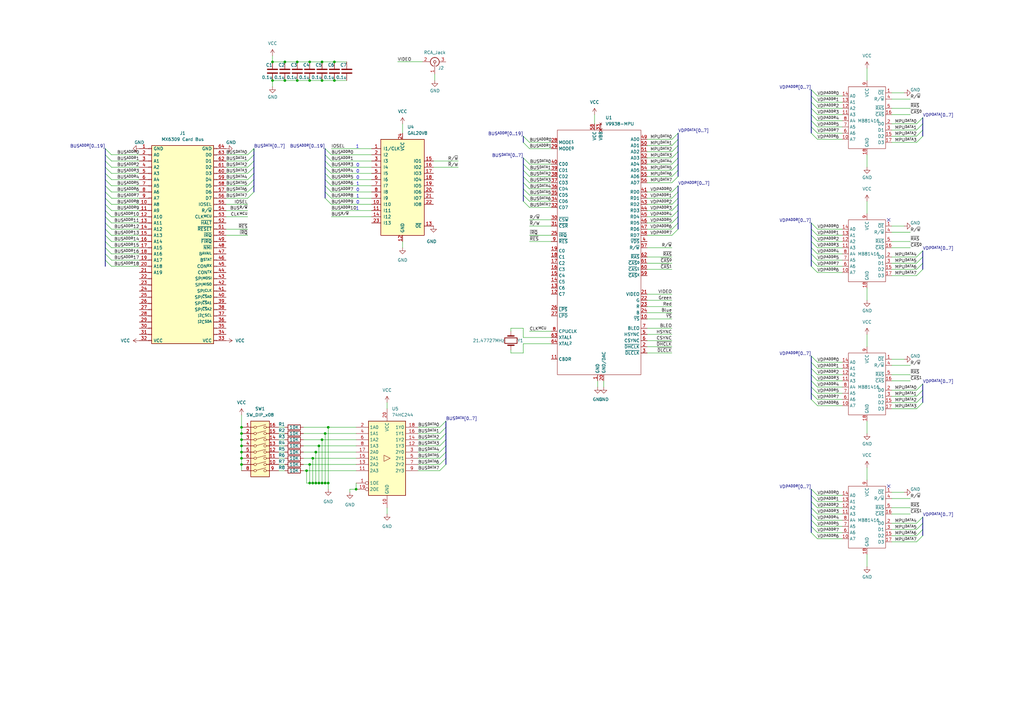
<source format=kicad_sch>
(kicad_sch (version 20230121) (generator eeschema)

  (uuid 78fe35d4-d24f-4e55-9ed0-2c5cc9cb022d)

  (paper "A3")

  (lib_symbols
    (symbol "74xx:74HC244" (in_bom yes) (on_board yes)
      (property "Reference" "U" (at -7.62 16.51 0)
        (effects (font (size 1.27 1.27)))
      )
      (property "Value" "74HC244" (at -7.62 -16.51 0)
        (effects (font (size 1.27 1.27)))
      )
      (property "Footprint" "" (at 0 0 0)
        (effects (font (size 1.27 1.27)) hide)
      )
      (property "Datasheet" "https://assets.nexperia.com/documents/data-sheet/74HC_HCT244.pdf" (at 0 0 0)
        (effects (font (size 1.27 1.27)) hide)
      )
      (property "ki_keywords" "HCMOS BUFFER 3State" (at 0 0 0)
        (effects (font (size 1.27 1.27)) hide)
      )
      (property "ki_description" "8-bit Buffer/Line Driver 3-state" (at 0 0 0)
        (effects (font (size 1.27 1.27)) hide)
      )
      (property "ki_fp_filters" "TSSOP*4.4x6.5mm*P0.65mm* SSOP*4.4x6.5mm*P0.65mm*" (at 0 0 0)
        (effects (font (size 1.27 1.27)) hide)
      )
      (symbol "74HC244_1_0"
        (polyline
          (pts
            (xy 1.27 0)
            (xy -1.27 1.27)
            (xy -1.27 -1.27)
            (xy 1.27 0)
          )
          (stroke (width 0.1524) (type default))
          (fill (type none))
        )
        (pin input inverted (at -12.7 -10.16 0) (length 5.08)
          (name "1OE" (effects (font (size 1.27 1.27))))
          (number "1" (effects (font (size 1.27 1.27))))
        )
        (pin power_in line (at 0 -20.32 90) (length 5.08)
          (name "GND" (effects (font (size 1.27 1.27))))
          (number "10" (effects (font (size 1.27 1.27))))
        )
        (pin input line (at -12.7 -5.08 0) (length 5.08)
          (name "2A3" (effects (font (size 1.27 1.27))))
          (number "11" (effects (font (size 1.27 1.27))))
        )
        (pin tri_state line (at 12.7 5.08 180) (length 5.08)
          (name "1Y3" (effects (font (size 1.27 1.27))))
          (number "12" (effects (font (size 1.27 1.27))))
        )
        (pin input line (at -12.7 -2.54 0) (length 5.08)
          (name "2A2" (effects (font (size 1.27 1.27))))
          (number "13" (effects (font (size 1.27 1.27))))
        )
        (pin tri_state line (at 12.7 7.62 180) (length 5.08)
          (name "1Y2" (effects (font (size 1.27 1.27))))
          (number "14" (effects (font (size 1.27 1.27))))
        )
        (pin input line (at -12.7 0 0) (length 5.08)
          (name "2A1" (effects (font (size 1.27 1.27))))
          (number "15" (effects (font (size 1.27 1.27))))
        )
        (pin tri_state line (at 12.7 10.16 180) (length 5.08)
          (name "1Y1" (effects (font (size 1.27 1.27))))
          (number "16" (effects (font (size 1.27 1.27))))
        )
        (pin input line (at -12.7 2.54 0) (length 5.08)
          (name "2A0" (effects (font (size 1.27 1.27))))
          (number "17" (effects (font (size 1.27 1.27))))
        )
        (pin tri_state line (at 12.7 12.7 180) (length 5.08)
          (name "1Y0" (effects (font (size 1.27 1.27))))
          (number "18" (effects (font (size 1.27 1.27))))
        )
        (pin input inverted (at -12.7 -12.7 0) (length 5.08)
          (name "2OE" (effects (font (size 1.27 1.27))))
          (number "19" (effects (font (size 1.27 1.27))))
        )
        (pin input line (at -12.7 12.7 0) (length 5.08)
          (name "1A0" (effects (font (size 1.27 1.27))))
          (number "2" (effects (font (size 1.27 1.27))))
        )
        (pin power_in line (at 0 20.32 270) (length 5.08)
          (name "VCC" (effects (font (size 1.27 1.27))))
          (number "20" (effects (font (size 1.27 1.27))))
        )
        (pin tri_state line (at 12.7 2.54 180) (length 5.08)
          (name "2Y0" (effects (font (size 1.27 1.27))))
          (number "3" (effects (font (size 1.27 1.27))))
        )
        (pin input line (at -12.7 10.16 0) (length 5.08)
          (name "1A1" (effects (font (size 1.27 1.27))))
          (number "4" (effects (font (size 1.27 1.27))))
        )
        (pin tri_state line (at 12.7 0 180) (length 5.08)
          (name "2Y1" (effects (font (size 1.27 1.27))))
          (number "5" (effects (font (size 1.27 1.27))))
        )
        (pin input line (at -12.7 7.62 0) (length 5.08)
          (name "1A2" (effects (font (size 1.27 1.27))))
          (number "6" (effects (font (size 1.27 1.27))))
        )
        (pin tri_state line (at 12.7 -2.54 180) (length 5.08)
          (name "2Y2" (effects (font (size 1.27 1.27))))
          (number "7" (effects (font (size 1.27 1.27))))
        )
        (pin input line (at -12.7 5.08 0) (length 5.08)
          (name "1A3" (effects (font (size 1.27 1.27))))
          (number "8" (effects (font (size 1.27 1.27))))
        )
        (pin tri_state line (at 12.7 -5.08 180) (length 5.08)
          (name "2Y3" (effects (font (size 1.27 1.27))))
          (number "9" (effects (font (size 1.27 1.27))))
        )
      )
      (symbol "74HC244_1_1"
        (rectangle (start -7.62 15.24) (end 7.62 -15.24)
          (stroke (width 0.254) (type default))
          (fill (type background))
        )
      )
    )
    (symbol "Device:C" (pin_numbers hide) (pin_names (offset 0.254)) (in_bom yes) (on_board yes)
      (property "Reference" "C" (at 0.635 2.54 0)
        (effects (font (size 1.27 1.27)) (justify left))
      )
      (property "Value" "C" (at 0.635 -2.54 0)
        (effects (font (size 1.27 1.27)) (justify left))
      )
      (property "Footprint" "" (at 0.9652 -3.81 0)
        (effects (font (size 1.27 1.27)) hide)
      )
      (property "Datasheet" "~" (at 0 0 0)
        (effects (font (size 1.27 1.27)) hide)
      )
      (property "ki_keywords" "cap capacitor" (at 0 0 0)
        (effects (font (size 1.27 1.27)) hide)
      )
      (property "ki_description" "Unpolarized capacitor" (at 0 0 0)
        (effects (font (size 1.27 1.27)) hide)
      )
      (property "ki_fp_filters" "C_*" (at 0 0 0)
        (effects (font (size 1.27 1.27)) hide)
      )
      (symbol "C_0_1"
        (polyline
          (pts
            (xy -2.032 -0.762)
            (xy 2.032 -0.762)
          )
          (stroke (width 0.508) (type default))
          (fill (type none))
        )
        (polyline
          (pts
            (xy -2.032 0.762)
            (xy 2.032 0.762)
          )
          (stroke (width 0.508) (type default))
          (fill (type none))
        )
      )
      (symbol "C_1_1"
        (pin passive line (at 0 3.81 270) (length 2.794)
          (name "~" (effects (font (size 1.27 1.27))))
          (number "1" (effects (font (size 1.27 1.27))))
        )
        (pin passive line (at 0 -3.81 90) (length 2.794)
          (name "~" (effects (font (size 1.27 1.27))))
          (number "2" (effects (font (size 1.27 1.27))))
        )
      )
    )
    (symbol "Device:Crystal" (pin_numbers hide) (pin_names (offset 1.016) hide) (in_bom yes) (on_board yes)
      (property "Reference" "Y" (at 0 3.81 0)
        (effects (font (size 1.27 1.27)))
      )
      (property "Value" "Crystal" (at 0 -3.81 0)
        (effects (font (size 1.27 1.27)))
      )
      (property "Footprint" "" (at 0 0 0)
        (effects (font (size 1.27 1.27)) hide)
      )
      (property "Datasheet" "~" (at 0 0 0)
        (effects (font (size 1.27 1.27)) hide)
      )
      (property "ki_keywords" "quartz ceramic resonator oscillator" (at 0 0 0)
        (effects (font (size 1.27 1.27)) hide)
      )
      (property "ki_description" "Two pin crystal" (at 0 0 0)
        (effects (font (size 1.27 1.27)) hide)
      )
      (property "ki_fp_filters" "Crystal*" (at 0 0 0)
        (effects (font (size 1.27 1.27)) hide)
      )
      (symbol "Crystal_0_1"
        (rectangle (start -1.143 2.54) (end 1.143 -2.54)
          (stroke (width 0.3048) (type default))
          (fill (type none))
        )
        (polyline
          (pts
            (xy -2.54 0)
            (xy -1.905 0)
          )
          (stroke (width 0) (type default))
          (fill (type none))
        )
        (polyline
          (pts
            (xy -1.905 -1.27)
            (xy -1.905 1.27)
          )
          (stroke (width 0.508) (type default))
          (fill (type none))
        )
        (polyline
          (pts
            (xy 1.905 -1.27)
            (xy 1.905 1.27)
          )
          (stroke (width 0.508) (type default))
          (fill (type none))
        )
        (polyline
          (pts
            (xy 2.54 0)
            (xy 1.905 0)
          )
          (stroke (width 0) (type default))
          (fill (type none))
        )
      )
      (symbol "Crystal_1_1"
        (pin passive line (at -3.81 0 0) (length 1.27)
          (name "1" (effects (font (size 1.27 1.27))))
          (number "1" (effects (font (size 1.27 1.27))))
        )
        (pin passive line (at 3.81 0 180) (length 1.27)
          (name "2" (effects (font (size 1.27 1.27))))
          (number "2" (effects (font (size 1.27 1.27))))
        )
      )
    )
    (symbol "Device:R" (pin_numbers hide) (pin_names (offset 0)) (in_bom yes) (on_board yes)
      (property "Reference" "R" (at 2.032 0 90)
        (effects (font (size 1.27 1.27)))
      )
      (property "Value" "R" (at 0 0 90)
        (effects (font (size 1.27 1.27)))
      )
      (property "Footprint" "" (at -1.778 0 90)
        (effects (font (size 1.27 1.27)) hide)
      )
      (property "Datasheet" "~" (at 0 0 0)
        (effects (font (size 1.27 1.27)) hide)
      )
      (property "ki_keywords" "R res resistor" (at 0 0 0)
        (effects (font (size 1.27 1.27)) hide)
      )
      (property "ki_description" "Resistor" (at 0 0 0)
        (effects (font (size 1.27 1.27)) hide)
      )
      (property "ki_fp_filters" "R_*" (at 0 0 0)
        (effects (font (size 1.27 1.27)) hide)
      )
      (symbol "R_0_1"
        (rectangle (start -1.016 -2.54) (end 1.016 2.54)
          (stroke (width 0.254) (type default))
          (fill (type none))
        )
      )
      (symbol "R_1_1"
        (pin passive line (at 0 3.81 270) (length 1.27)
          (name "~" (effects (font (size 1.27 1.27))))
          (number "1" (effects (font (size 1.27 1.27))))
        )
        (pin passive line (at 0 -3.81 90) (length 1.27)
          (name "~" (effects (font (size 1.27 1.27))))
          (number "2" (effects (font (size 1.27 1.27))))
        )
      )
    )
    (symbol "GAL20V8:GAL20V8" (pin_names (offset 1.016)) (in_bom yes) (on_board yes)
      (property "Reference" "U" (at -8.89 16.51 0)
        (effects (font (size 1.27 1.27)) (justify left))
      )
      (property "Value" "GAL20V8" (at 1.27 16.51 0)
        (effects (font (size 1.27 1.27)) (justify left))
      )
      (property "Footprint" "Package_DIP:DIP-24_W7.62mm" (at 1.27 24.13 0)
        (effects (font (size 1.27 1.27)) hide)
      )
      (property "Datasheet" "" (at 0 0 0)
        (effects (font (size 1.27 1.27)) hide)
      )
      (property "ki_keywords" "GAL PLD 16V8" (at 0 0 0)
        (effects (font (size 1.27 1.27)) hide)
      )
      (property "ki_description" "Programmable Logic Array, DIP-20/SOIC-20/PLCC-20" (at 0 0 0)
        (effects (font (size 1.27 1.27)) hide)
      )
      (property "ki_fp_filters" "DIP* PDIP* SOIC* SO* PLCC*" (at 0 0 0)
        (effects (font (size 1.27 1.27)) hide)
      )
      (symbol "GAL20V8_0_0"
        (pin input line (at -12.7 -12.7 0) (length 3.81)
          (name "I10" (effects (font (size 1.27 1.27))))
          (number "10" (effects (font (size 1.27 1.27))))
        )
        (pin tri_state line (at 12.7 -7.62 180) (length 3.81)
          (name "IO6" (effects (font (size 1.27 1.27))))
          (number "20" (effects (font (size 1.27 1.27))))
        )
        (pin tri_state line (at 12.7 -10.16 180) (length 3.81)
          (name "IO7" (effects (font (size 1.27 1.27))))
          (number "21" (effects (font (size 1.27 1.27))))
        )
        (pin tri_state line (at 12.7 -12.7 180) (length 3.81)
          (name "IO8" (effects (font (size 1.27 1.27))))
          (number "22" (effects (font (size 1.27 1.27))))
        )
        (pin tri_state line (at -12.7 -20.32 0) (length 3.81)
          (name "I13" (effects (font (size 1.27 1.27))))
          (number "23" (effects (font (size 1.27 1.27))))
        )
        (pin power_in line (at 0 16.51 270) (length 2.54)
          (name "VCC" (effects (font (size 1.27 1.27))))
          (number "24" (effects (font (size 1.27 1.27))))
        )
      )
      (symbol "GAL20V8_0_1"
        (rectangle (start -8.89 13.97) (end 8.89 -25.4)
          (stroke (width 0.254) (type default))
          (fill (type background))
        )
      )
      (symbol "GAL20V8_1_1"
        (pin input line (at -12.7 10.16 0) (length 3.81)
          (name "I1/CLK" (effects (font (size 1.27 1.27))))
          (number "1" (effects (font (size 1.27 1.27))))
        )
        (pin input line (at -12.7 -15.24 0) (length 3.81)
          (name "I11" (effects (font (size 1.27 1.27))))
          (number "11" (effects (font (size 1.27 1.27))))
        )
        (pin power_in line (at 0 -27.94 90) (length 2.54)
          (name "GND" (effects (font (size 1.27 1.27))))
          (number "12" (effects (font (size 1.27 1.27))))
        )
        (pin tri_state line (at 12.7 -21.59 180) (length 3.81)
          (name "~{OE}" (effects (font (size 1.27 1.27))))
          (number "13" (effects (font (size 1.27 1.27))))
        )
        (pin tri_state line (at -12.7 -17.78 0) (length 3.81)
          (name "I12" (effects (font (size 1.27 1.27))))
          (number "14" (effects (font (size 1.27 1.27))))
        )
        (pin tri_state line (at 12.7 5.08 180) (length 3.81)
          (name "IO1" (effects (font (size 1.27 1.27))))
          (number "15" (effects (font (size 1.27 1.27))))
        )
        (pin tri_state line (at 12.7 2.54 180) (length 3.81)
          (name "IO2" (effects (font (size 1.27 1.27))))
          (number "16" (effects (font (size 1.27 1.27))))
        )
        (pin tri_state line (at 12.7 0 180) (length 3.81)
          (name "IO3" (effects (font (size 1.27 1.27))))
          (number "17" (effects (font (size 1.27 1.27))))
        )
        (pin tri_state line (at 12.7 -2.54 180) (length 3.81)
          (name "IO4" (effects (font (size 1.27 1.27))))
          (number "18" (effects (font (size 1.27 1.27))))
        )
        (pin tri_state line (at 12.7 -5.08 180) (length 3.81)
          (name "IO5" (effects (font (size 1.27 1.27))))
          (number "19" (effects (font (size 1.27 1.27))))
        )
        (pin input line (at -12.7 7.62 0) (length 3.81)
          (name "I2" (effects (font (size 1.27 1.27))))
          (number "2" (effects (font (size 1.27 1.27))))
        )
        (pin input line (at -12.7 5.08 0) (length 3.81)
          (name "I3" (effects (font (size 1.27 1.27))))
          (number "3" (effects (font (size 1.27 1.27))))
        )
        (pin input line (at -12.7 2.54 0) (length 3.81)
          (name "I4" (effects (font (size 1.27 1.27))))
          (number "4" (effects (font (size 1.27 1.27))))
        )
        (pin input line (at -12.7 0 0) (length 3.81)
          (name "I5" (effects (font (size 1.27 1.27))))
          (number "5" (effects (font (size 1.27 1.27))))
        )
        (pin input line (at -12.7 -2.54 0) (length 3.81)
          (name "I6" (effects (font (size 1.27 1.27))))
          (number "6" (effects (font (size 1.27 1.27))))
        )
        (pin input line (at -12.7 -5.08 0) (length 3.81)
          (name "I7" (effects (font (size 1.27 1.27))))
          (number "7" (effects (font (size 1.27 1.27))))
        )
        (pin input line (at -12.7 -7.62 0) (length 3.81)
          (name "I8" (effects (font (size 1.27 1.27))))
          (number "8" (effects (font (size 1.27 1.27))))
        )
        (pin input line (at -12.7 -10.16 0) (length 3.81)
          (name "I9" (effects (font (size 1.27 1.27))))
          (number "9" (effects (font (size 1.27 1.27))))
        )
      )
    )
    (symbol "MB81416:mb81416" (in_bom yes) (on_board yes)
      (property "Reference" "U" (at 0 1.27 0)
        (effects (font (size 1.27 1.27)))
      )
      (property "Value" "MB81416" (at 0 -2.54 0)
        (effects (font (size 1.27 1.27)))
      )
      (property "Footprint" "Package_DIP:DIP-18_W7.62mm_Socket" (at 0 31.75 0)
        (effects (font (size 1.27 1.27)) hide)
      )
      (property "Datasheet" "https://datasheetspdf.com/pdf-file/500357/Fujitsu/MB81416/1" (at 1.27 29.21 0)
        (effects (font (size 1.27 1.27)) hide)
      )
      (symbol "mb81416_0_0"
        (pin input line (at -10.16 8.89 0) (length 2.54)
          (name "~{OE}" (effects (font (size 1.27 1.27))))
          (number "1" (effects (font (size 1.27 1.27))))
        )
        (pin input line (at 10.16 -10.16 180) (length 2.54)
          (name "A7" (effects (font (size 1.27 1.27))))
          (number "10" (effects (font (size 1.27 1.27))))
        )
        (pin input line (at 10.16 0 180) (length 2.54)
          (name "A3" (effects (font (size 1.27 1.27))))
          (number "11" (effects (font (size 1.27 1.27))))
        )
        (pin input line (at 10.16 2.54 180) (length 2.54)
          (name "A2" (effects (font (size 1.27 1.27))))
          (number "12" (effects (font (size 1.27 1.27))))
        )
        (pin input line (at 10.16 5.08 180) (length 2.54)
          (name "A1" (effects (font (size 1.27 1.27))))
          (number "13" (effects (font (size 1.27 1.27))))
        )
        (pin input line (at 10.16 7.62 180) (length 2.54)
          (name "A0" (effects (font (size 1.27 1.27))))
          (number "14" (effects (font (size 1.27 1.27))))
        )
        (pin bidirectional line (at -10.16 -8.89 0) (length 2.54)
          (name "D2" (effects (font (size 1.27 1.27))))
          (number "15" (effects (font (size 1.27 1.27))))
        )
        (pin input line (at -10.16 0 0) (length 2.54)
          (name "~{CAS}" (effects (font (size 1.27 1.27))))
          (number "16" (effects (font (size 1.27 1.27))))
        )
        (pin bidirectional line (at -10.16 -11.43 0) (length 2.54)
          (name "D3" (effects (font (size 1.27 1.27))))
          (number "17" (effects (font (size 1.27 1.27))))
        )
        (pin power_in line (at 0 -16.51 90) (length 2.54)
          (name "GND" (effects (font (size 1.27 1.27))))
          (number "18" (effects (font (size 1.27 1.27))))
        )
        (pin bidirectional line (at -10.16 -3.81 0) (length 2.54)
          (name "D0" (effects (font (size 1.27 1.27))))
          (number "2" (effects (font (size 1.27 1.27))))
        )
        (pin input line (at -10.16 6.35 0) (length 2.54)
          (name "R/~{W}" (effects (font (size 1.27 1.27))))
          (number "4" (effects (font (size 1.27 1.27))))
        )
        (pin input line (at -10.16 2.54 0) (length 2.54)
          (name "~{RAS}" (effects (font (size 1.27 1.27))))
          (number "5" (effects (font (size 1.27 1.27))))
        )
        (pin input line (at 10.16 -7.62 180) (length 2.54)
          (name "A6" (effects (font (size 1.27 1.27))))
          (number "6" (effects (font (size 1.27 1.27))))
        )
        (pin input line (at 10.16 -5.08 180) (length 2.54)
          (name "A5" (effects (font (size 1.27 1.27))))
          (number "7" (effects (font (size 1.27 1.27))))
        )
        (pin input line (at 10.16 -2.54 180) (length 2.54)
          (name "A4" (effects (font (size 1.27 1.27))))
          (number "8" (effects (font (size 1.27 1.27))))
        )
        (pin power_in line (at 0 13.97 270) (length 2.54)
          (name "VCC" (effects (font (size 1.27 1.27))))
          (number "9" (effects (font (size 1.27 1.27))))
        )
      )
      (symbol "mb81416_0_1"
        (rectangle (start -7.62 11.43) (end 7.62 -13.97)
          (stroke (width 0) (type default))
          (fill (type none))
        )
      )
      (symbol "mb81416_1_0"
        (pin bidirectional line (at -10.16 -6.35 0) (length 2.54)
          (name "D1" (effects (font (size 1.27 1.27))))
          (number "3" (effects (font (size 1.27 1.27))))
        )
      )
    )
    (symbol "RCA_jack:RCA_Jack" (pin_names (offset 1.016) hide) (in_bom yes) (on_board yes)
      (property "Reference" "J" (at 2.54 0 90)
        (effects (font (size 1.27 1.27)))
      )
      (property "Value" "RCA_Jack" (at 5.08 0 90)
        (effects (font (size 1.27 1.27)))
      )
      (property "Footprint" "" (at 0 0 0)
        (effects (font (size 1.27 1.27)) hide)
      )
      (property "Datasheet" " ~" (at 0 0 0)
        (effects (font (size 1.27 1.27)) hide)
      )
      (property "ki_keywords" "BNC SMA SMB SMC LEMO coaxial connector CINCH RCA" (at 0 0 0)
        (effects (font (size 1.27 1.27)) hide)
      )
      (property "ki_description" "coaxial connector (BNC, SMA, SMB, SMC, Cinch/RCA, LEMO, ...)" (at 0 0 0)
        (effects (font (size 1.27 1.27)) hide)
      )
      (property "ki_fp_filters" "*BNC* *SMA* *SMB* *SMC* *Cinch* *LEMO*" (at 0 0 0)
        (effects (font (size 1.27 1.27)) hide)
      )
      (symbol "RCA_Jack_0_1"
        (arc (start -1.778 -0.508) (mid 0.2311 -1.8066) (end 1.778 0)
          (stroke (width 0.254) (type default))
          (fill (type none))
        )
        (polyline
          (pts
            (xy -2.54 0)
            (xy -0.508 0)
          )
          (stroke (width 0) (type default))
          (fill (type none))
        )
        (polyline
          (pts
            (xy 0 -2.54)
            (xy 0 -1.778)
          )
          (stroke (width 0) (type default))
          (fill (type none))
        )
        (circle (center 0 0) (radius 0.508)
          (stroke (width 0.2032) (type default))
          (fill (type none))
        )
        (arc (start 1.778 0) (mid 0.2099 1.8101) (end -1.778 0.508)
          (stroke (width 0.254) (type default))
          (fill (type none))
        )
      )
      (symbol "RCA_Jack_1_1"
        (pin input line (at -5.08 0 0) (length 2.54)
          (name "Signal" (effects (font (size 1.27 1.27))))
          (number "1" (effects (font (size 1.27 1.27))))
        )
        (pin power_in line (at 0 -5.08 90) (length 2.54)
          (name "GND" (effects (font (size 1.27 1.27))))
          (number "2" (effects (font (size 1.27 1.27))))
        )
        (pin power_in line (at -0.041 4.5473 270) (length 2.54)
          (name "GND" (effects (font (size 1.27 1.27))))
          (number "3" (effects (font (size 1.27 1.27))))
        )
      )
    )
    (symbol "Switch:SW_DIP_x08" (pin_names (offset 0) hide) (in_bom yes) (on_board yes)
      (property "Reference" "SW" (at 0 13.97 0)
        (effects (font (size 1.27 1.27)))
      )
      (property "Value" "SW_DIP_x08" (at 0 -11.43 0)
        (effects (font (size 1.27 1.27)))
      )
      (property "Footprint" "" (at 0 0 0)
        (effects (font (size 1.27 1.27)) hide)
      )
      (property "Datasheet" "~" (at 0 0 0)
        (effects (font (size 1.27 1.27)) hide)
      )
      (property "ki_keywords" "dip switch" (at 0 0 0)
        (effects (font (size 1.27 1.27)) hide)
      )
      (property "ki_description" "8x DIP Switch, Single Pole Single Throw (SPST) switch, small symbol" (at 0 0 0)
        (effects (font (size 1.27 1.27)) hide)
      )
      (property "ki_fp_filters" "SW?DIP?x8*" (at 0 0 0)
        (effects (font (size 1.27 1.27)) hide)
      )
      (symbol "SW_DIP_x08_0_0"
        (circle (center -2.032 -7.62) (radius 0.508)
          (stroke (width 0) (type default))
          (fill (type none))
        )
        (circle (center -2.032 -5.08) (radius 0.508)
          (stroke (width 0) (type default))
          (fill (type none))
        )
        (circle (center -2.032 -2.54) (radius 0.508)
          (stroke (width 0) (type default))
          (fill (type none))
        )
        (circle (center -2.032 0) (radius 0.508)
          (stroke (width 0) (type default))
          (fill (type none))
        )
        (circle (center -2.032 2.54) (radius 0.508)
          (stroke (width 0) (type default))
          (fill (type none))
        )
        (circle (center -2.032 5.08) (radius 0.508)
          (stroke (width 0) (type default))
          (fill (type none))
        )
        (circle (center -2.032 7.62) (radius 0.508)
          (stroke (width 0) (type default))
          (fill (type none))
        )
        (circle (center -2.032 10.16) (radius 0.508)
          (stroke (width 0) (type default))
          (fill (type none))
        )
        (polyline
          (pts
            (xy -1.524 -7.4676)
            (xy 2.3622 -6.4262)
          )
          (stroke (width 0) (type default))
          (fill (type none))
        )
        (polyline
          (pts
            (xy -1.524 -4.9276)
            (xy 2.3622 -3.8862)
          )
          (stroke (width 0) (type default))
          (fill (type none))
        )
        (polyline
          (pts
            (xy -1.524 -2.3876)
            (xy 2.3622 -1.3462)
          )
          (stroke (width 0) (type default))
          (fill (type none))
        )
        (polyline
          (pts
            (xy -1.524 0.127)
            (xy 2.3622 1.1684)
          )
          (stroke (width 0) (type default))
          (fill (type none))
        )
        (polyline
          (pts
            (xy -1.524 2.667)
            (xy 2.3622 3.7084)
          )
          (stroke (width 0) (type default))
          (fill (type none))
        )
        (polyline
          (pts
            (xy -1.524 5.207)
            (xy 2.3622 6.2484)
          )
          (stroke (width 0) (type default))
          (fill (type none))
        )
        (polyline
          (pts
            (xy -1.524 7.747)
            (xy 2.3622 8.7884)
          )
          (stroke (width 0) (type default))
          (fill (type none))
        )
        (polyline
          (pts
            (xy -1.524 10.287)
            (xy 2.3622 11.3284)
          )
          (stroke (width 0) (type default))
          (fill (type none))
        )
        (circle (center 2.032 -7.62) (radius 0.508)
          (stroke (width 0) (type default))
          (fill (type none))
        )
        (circle (center 2.032 -5.08) (radius 0.508)
          (stroke (width 0) (type default))
          (fill (type none))
        )
        (circle (center 2.032 -2.54) (radius 0.508)
          (stroke (width 0) (type default))
          (fill (type none))
        )
        (circle (center 2.032 0) (radius 0.508)
          (stroke (width 0) (type default))
          (fill (type none))
        )
        (circle (center 2.032 2.54) (radius 0.508)
          (stroke (width 0) (type default))
          (fill (type none))
        )
        (circle (center 2.032 5.08) (radius 0.508)
          (stroke (width 0) (type default))
          (fill (type none))
        )
        (circle (center 2.032 7.62) (radius 0.508)
          (stroke (width 0) (type default))
          (fill (type none))
        )
        (circle (center 2.032 10.16) (radius 0.508)
          (stroke (width 0) (type default))
          (fill (type none))
        )
      )
      (symbol "SW_DIP_x08_0_1"
        (rectangle (start -3.81 12.7) (end 3.81 -10.16)
          (stroke (width 0.254) (type default))
          (fill (type background))
        )
      )
      (symbol "SW_DIP_x08_1_1"
        (pin passive line (at -7.62 10.16 0) (length 5.08)
          (name "~" (effects (font (size 1.27 1.27))))
          (number "1" (effects (font (size 1.27 1.27))))
        )
        (pin passive line (at 7.62 -5.08 180) (length 5.08)
          (name "~" (effects (font (size 1.27 1.27))))
          (number "10" (effects (font (size 1.27 1.27))))
        )
        (pin passive line (at 7.62 -2.54 180) (length 5.08)
          (name "~" (effects (font (size 1.27 1.27))))
          (number "11" (effects (font (size 1.27 1.27))))
        )
        (pin passive line (at 7.62 0 180) (length 5.08)
          (name "~" (effects (font (size 1.27 1.27))))
          (number "12" (effects (font (size 1.27 1.27))))
        )
        (pin passive line (at 7.62 2.54 180) (length 5.08)
          (name "~" (effects (font (size 1.27 1.27))))
          (number "13" (effects (font (size 1.27 1.27))))
        )
        (pin passive line (at 7.62 5.08 180) (length 5.08)
          (name "~" (effects (font (size 1.27 1.27))))
          (number "14" (effects (font (size 1.27 1.27))))
        )
        (pin passive line (at 7.62 7.62 180) (length 5.08)
          (name "~" (effects (font (size 1.27 1.27))))
          (number "15" (effects (font (size 1.27 1.27))))
        )
        (pin passive line (at 7.62 10.16 180) (length 5.08)
          (name "~" (effects (font (size 1.27 1.27))))
          (number "16" (effects (font (size 1.27 1.27))))
        )
        (pin passive line (at -7.62 7.62 0) (length 5.08)
          (name "~" (effects (font (size 1.27 1.27))))
          (number "2" (effects (font (size 1.27 1.27))))
        )
        (pin passive line (at -7.62 5.08 0) (length 5.08)
          (name "~" (effects (font (size 1.27 1.27))))
          (number "3" (effects (font (size 1.27 1.27))))
        )
        (pin passive line (at -7.62 2.54 0) (length 5.08)
          (name "~" (effects (font (size 1.27 1.27))))
          (number "4" (effects (font (size 1.27 1.27))))
        )
        (pin passive line (at -7.62 0 0) (length 5.08)
          (name "~" (effects (font (size 1.27 1.27))))
          (number "5" (effects (font (size 1.27 1.27))))
        )
        (pin passive line (at -7.62 -2.54 0) (length 5.08)
          (name "~" (effects (font (size 1.27 1.27))))
          (number "6" (effects (font (size 1.27 1.27))))
        )
        (pin passive line (at -7.62 -5.08 0) (length 5.08)
          (name "~" (effects (font (size 1.27 1.27))))
          (number "7" (effects (font (size 1.27 1.27))))
        )
        (pin passive line (at -7.62 -7.62 0) (length 5.08)
          (name "~" (effects (font (size 1.27 1.27))))
          (number "8" (effects (font (size 1.27 1.27))))
        )
        (pin passive line (at 7.62 -7.62 180) (length 5.08)
          (name "~" (effects (font (size 1.27 1.27))))
          (number "9" (effects (font (size 1.27 1.27))))
        )
      )
    )
    (symbol "V9938:v9938" (in_bom yes) (on_board yes)
      (property "Reference" "U1" (at -42.4941 41.91 0)
        (effects (font (size 1.27 1.27)) (justify left))
      )
      (property "Value" "V9938-MPU" (at -42.4941 39.37 0)
        (effects (font (size 1.27 1.27)) (justify left))
      )
      (property "Footprint" "SDIP:SDIP-64" (at -41.91 55.88 0)
        (effects (font (size 1.27 1.27)) hide)
      )
      (property "Datasheet" "https://en.wikipedia.org/wiki/Yamaha_V9938" (at -40.64 53.34 0)
        (effects (font (size 1.27 1.27)) hide)
      )
      (symbol "v9938_0_0"
        (pin power_in line (at -45.72 -66.04 90) (length 2.54)
          (name "GND" (effects (font (size 1.27 1.27))))
          (number "1" (effects (font (size 1.27 1.27))))
        )
        (pin output line (at -25.4 -40.64 180) (length 2.54)
          (name "~{YS}" (effects (font (size 1.27 1.27))))
          (number "10" (effects (font (size 1.27 1.27))))
        )
        (pin output line (at -64.77 -57.15 0) (length 2.54)
          (name "CBDR" (effects (font (size 1.27 1.27))))
          (number "11" (effects (font (size 1.27 1.27))))
        )
        (pin input line (at -64.77 -30.48 0) (length 2.54)
          (name "C7" (effects (font (size 1.27 1.27))))
          (number "12" (effects (font (size 1.27 1.27))))
        )
        (pin input line (at -64.77 -27.94 0) (length 2.54)
          (name "C6" (effects (font (size 1.27 1.27))))
          (number "13" (effects (font (size 1.27 1.27))))
        )
        (pin input line (at -64.77 -25.4 0) (length 2.54)
          (name "C5" (effects (font (size 1.27 1.27))))
          (number "14" (effects (font (size 1.27 1.27))))
        )
        (pin input line (at -64.77 -22.86 0) (length 2.54)
          (name "C4" (effects (font (size 1.27 1.27))))
          (number "15" (effects (font (size 1.27 1.27))))
        )
        (pin input line (at -64.77 -20.32 0) (length 2.54)
          (name "C3" (effects (font (size 1.27 1.27))))
          (number "16" (effects (font (size 1.27 1.27))))
        )
        (pin input line (at -64.77 -17.78 0) (length 2.54)
          (name "C2" (effects (font (size 1.27 1.27))))
          (number "17" (effects (font (size 1.27 1.27))))
        )
        (pin input line (at -64.77 -15.24 0) (length 2.54)
          (name "C1" (effects (font (size 1.27 1.27))))
          (number "18" (effects (font (size 1.27 1.27))))
        )
        (pin input line (at -64.77 -12.7 0) (length 2.54)
          (name "C0" (effects (font (size 1.27 1.27))))
          (number "19" (effects (font (size 1.27 1.27))))
        )
        (pin output line (at -25.4 -52.07 180) (length 2.54)
          (name "~{DHCLK}" (effects (font (size 1.27 1.27))))
          (number "2" (effects (font (size 1.27 1.27))))
        )
        (pin power_in line (at -43.18 -66.04 90) (length 2.54)
          (name "GND/DAC" (effects (font (size 1.27 1.27))))
          (number "20" (effects (font (size 1.27 1.27))))
        )
        (pin output line (at -25.4 -30.48 180) (length 2.54)
          (name "VIDEO" (effects (font (size 1.27 1.27))))
          (number "21" (effects (font (size 1.27 1.27))))
        )
        (pin output line (at -25.4 -33.02 180) (length 2.54)
          (name "G" (effects (font (size 1.27 1.27))))
          (number "22" (effects (font (size 1.27 1.27))))
        )
        (pin output line (at -25.4 -35.56 180) (length 2.54)
          (name "R" (effects (font (size 1.27 1.27))))
          (number "23" (effects (font (size 1.27 1.27))))
        )
        (pin output line (at -25.4 -38.1 180) (length 2.54)
          (name "B" (effects (font (size 1.27 1.27))))
          (number "24" (effects (font (size 1.27 1.27))))
        )
        (pin input line (at -64.77 -6.35 0) (length 2.54)
          (name "~{IRQ}" (effects (font (size 1.27 1.27))))
          (number "25" (effects (font (size 1.27 1.27))))
        )
        (pin input line (at -64.77 -36.83 0) (length 2.54)
          (name "~{LPS}" (effects (font (size 1.27 1.27))))
          (number "26" (effects (font (size 1.27 1.27))))
        )
        (pin input line (at -64.77 -39.37 0) (length 2.54)
          (name "~{LPD}" (effects (font (size 1.27 1.27))))
          (number "27" (effects (font (size 1.27 1.27))))
        )
        (pin input line (at -64.77 31.75 0) (length 2.54)
          (name "MODE^{1}" (effects (font (size 1.27 1.27))))
          (number "28" (effects (font (size 1.27 1.27))))
        )
        (pin input line (at -64.77 29.21 0) (length 2.54)
          (name "MODE^{0}" (effects (font (size 1.27 1.27))))
          (number "29" (effects (font (size 1.27 1.27))))
        )
        (pin bidirectional line (at -25.4 -54.61 180) (length 2.54)
          (name "~{DLCLK}" (effects (font (size 1.27 1.27))))
          (number "3" (effects (font (size 1.27 1.27))))
        )
        (pin input line (at -64.77 0 0) (length 2.54)
          (name "~{CSW}" (effects (font (size 1.27 1.27))))
          (number "30" (effects (font (size 1.27 1.27))))
        )
        (pin input line (at -64.77 -2.54 0) (length 2.54)
          (name "~{CSR}" (effects (font (size 1.27 1.27))))
          (number "31" (effects (font (size 1.27 1.27))))
        )
        (pin bidirectional line (at -64.77 5.08 0) (length 2.54)
          (name "CD7" (effects (font (size 1.27 1.27))))
          (number "32" (effects (font (size 1.27 1.27))))
        )
        (pin bidirectional line (at -64.77 7.62 0) (length 2.54)
          (name "CD6" (effects (font (size 1.27 1.27))))
          (number "34" (effects (font (size 1.27 1.27))))
        )
        (pin bidirectional line (at -64.77 10.16 0) (length 2.54)
          (name "CD5" (effects (font (size 1.27 1.27))))
          (number "35" (effects (font (size 1.27 1.27))))
        )
        (pin bidirectional line (at -64.77 12.7 0) (length 2.54)
          (name "CD4" (effects (font (size 1.27 1.27))))
          (number "36" (effects (font (size 1.27 1.27))))
        )
        (pin bidirectional line (at -64.77 15.24 0) (length 2.54)
          (name "CD3" (effects (font (size 1.27 1.27))))
          (number "37" (effects (font (size 1.27 1.27))))
        )
        (pin bidirectional line (at -64.77 17.78 0) (length 2.54)
          (name "CD2" (effects (font (size 1.27 1.27))))
          (number "38" (effects (font (size 1.27 1.27))))
        )
        (pin bidirectional line (at -64.77 20.32 0) (length 2.54)
          (name "CD1" (effects (font (size 1.27 1.27))))
          (number "39" (effects (font (size 1.27 1.27))))
        )
        (pin output line (at -25.4 -8.89 180) (length 2.54)
          (name "~{VDS}" (effects (font (size 1.27 1.27))))
          (number "4" (effects (font (size 1.27 1.27))))
        )
        (pin bidirectional line (at -64.77 22.86 0) (length 2.54)
          (name "CD0" (effects (font (size 1.27 1.27))))
          (number "40" (effects (font (size 1.27 1.27))))
        )
        (pin bidirectional line (at -25.4 11.43 180) (length 2.54)
          (name "RD0" (effects (font (size 1.27 1.27))))
          (number "41" (effects (font (size 1.27 1.27))))
        )
        (pin bidirectional line (at -25.4 8.89 180) (length 2.54)
          (name "RD1" (effects (font (size 1.27 1.27))))
          (number "42" (effects (font (size 1.27 1.27))))
        )
        (pin bidirectional line (at -25.4 6.35 180) (length 2.54)
          (name "RD2" (effects (font (size 1.27 1.27))))
          (number "43" (effects (font (size 1.27 1.27))))
        )
        (pin bidirectional line (at -25.4 3.81 180) (length 2.54)
          (name "RD3" (effects (font (size 1.27 1.27))))
          (number "44" (effects (font (size 1.27 1.27))))
        )
        (pin bidirectional line (at -25.4 1.27 180) (length 2.54)
          (name "RD4" (effects (font (size 1.27 1.27))))
          (number "45" (effects (font (size 1.27 1.27))))
        )
        (pin bidirectional line (at -25.4 -1.27 180) (length 2.54)
          (name "RD5" (effects (font (size 1.27 1.27))))
          (number "46" (effects (font (size 1.27 1.27))))
        )
        (pin bidirectional line (at -25.4 -3.81 180) (length 2.54)
          (name "RD6" (effects (font (size 1.27 1.27))))
          (number "47" (effects (font (size 1.27 1.27))))
        )
        (pin bidirectional line (at -25.4 -6.35 180) (length 2.54)
          (name "RD7" (effects (font (size 1.27 1.27))))
          (number "48" (effects (font (size 1.27 1.27))))
        )
        (pin output line (at -25.4 33.02 180) (length 2.54)
          (name "AD0" (effects (font (size 1.27 1.27))))
          (number "49" (effects (font (size 1.27 1.27))))
        )
        (pin bidirectional line (at -25.4 -46.99 180) (length 2.54)
          (name "HSYNC" (effects (font (size 1.27 1.27))))
          (number "5" (effects (font (size 1.27 1.27))))
        )
        (pin output line (at -25.4 30.48 180) (length 2.54)
          (name "AD1" (effects (font (size 1.27 1.27))))
          (number "50" (effects (font (size 1.27 1.27))))
        )
        (pin output line (at -25.4 27.94 180) (length 2.54)
          (name "AD2" (effects (font (size 1.27 1.27))))
          (number "51" (effects (font (size 1.27 1.27))))
        )
        (pin output line (at -25.4 25.4 180) (length 2.54)
          (name "AD3" (effects (font (size 1.27 1.27))))
          (number "52" (effects (font (size 1.27 1.27))))
        )
        (pin output line (at -25.4 22.86 180) (length 2.54)
          (name "AD4" (effects (font (size 1.27 1.27))))
          (number "53" (effects (font (size 1.27 1.27))))
        )
        (pin output line (at -25.4 20.32 180) (length 2.54)
          (name "AD5" (effects (font (size 1.27 1.27))))
          (number "54" (effects (font (size 1.27 1.27))))
        )
        (pin output line (at -25.4 17.78 180) (length 2.54)
          (name "AD6" (effects (font (size 1.27 1.27))))
          (number "55" (effects (font (size 1.27 1.27))))
        )
        (pin output line (at -25.4 15.24 180) (length 2.54)
          (name "AD7" (effects (font (size 1.27 1.27))))
          (number "56" (effects (font (size 1.27 1.27))))
        )
        (pin output line (at -25.4 -11.43 180) (length 2.54)
          (name "R/~{W}" (effects (font (size 1.27 1.27))))
          (number "57" (effects (font (size 1.27 1.27))))
        )
        (pin power_in line (at -46.99 39.37 270) (length 2.54)
          (name "VCC" (effects (font (size 1.27 1.27))))
          (number "58" (effects (font (size 1.27 1.27))))
        )
        (pin output line (at -25.4 -22.86 180) (length 2.54)
          (name "~{CAS}^{X}" (effects (font (size 1.27 1.27))))
          (number "59" (effects (font (size 1.27 1.27))))
        )
        (pin bidirectional line (at -25.4 -49.53 180) (length 2.54)
          (name "CSYNC" (effects (font (size 1.27 1.27))))
          (number "6" (effects (font (size 1.27 1.27))))
        )
        (pin output line (at -25.4 -20.32 180) (length 2.54)
          (name "~{CAS}^{1}" (effects (font (size 1.27 1.27))))
          (number "60" (effects (font (size 1.27 1.27))))
        )
        (pin output line (at -25.4 -17.78 180) (length 2.54)
          (name "~{CAS}^{0}" (effects (font (size 1.27 1.27))))
          (number "61" (effects (font (size 1.27 1.27))))
        )
        (pin output line (at -25.4 -15.24 180) (length 2.54)
          (name "~{RAS}" (effects (font (size 1.27 1.27))))
          (number "62" (effects (font (size 1.27 1.27))))
        )
        (pin input line (at -64.77 -48.26 0) (length 2.54)
          (name "XTAL^{1}" (effects (font (size 1.27 1.27))))
          (number "63" (effects (font (size 1.27 1.27))))
        )
        (pin input line (at -64.77 -50.8 0) (length 2.54)
          (name "XTAL^{2}" (effects (font (size 1.27 1.27))))
          (number "64" (effects (font (size 1.27 1.27))))
        )
        (pin output line (at -25.4 -44.45 180) (length 2.54)
          (name "BLEO" (effects (font (size 1.27 1.27))))
          (number "7" (effects (font (size 1.27 1.27))))
        )
        (pin output line (at -64.77 -45.72 0) (length 2.54)
          (name "CPUCLK" (effects (font (size 1.27 1.27))))
          (number "8" (effects (font (size 1.27 1.27))))
        )
        (pin input line (at -64.77 -8.89 0) (length 2.54)
          (name "~{RES}" (effects (font (size 1.27 1.27))))
          (number "9" (effects (font (size 1.27 1.27))))
        )
      )
      (symbol "v9938_0_1"
        (rectangle (start -62.23 36.83) (end -27.94 -63.5)
          (stroke (width 0) (type default))
          (fill (type none))
        )
      )
      (symbol "v9938_1_0"
        (pin no_connect non_logic (at -44.45 39.37 270) (length 2.54)
          (name "VBB" (effects (font (size 1.27 1.27))))
          (number "33" (effects (font (size 1.27 1.27))))
        )
      )
    )
    (symbol "card_bus:card_bus_2_32" (pin_names (offset 2)) (in_bom yes) (on_board yes)
      (property "Reference" "J2" (at 12.7 44.45 0)
        (effects (font (size 1.27 1.27)))
      )
      (property "Value" "MX6309 Card Bus" (at 12.7 41.91 0)
        (effects (font (size 1.27 1.27)))
      )
      (property "Footprint" "card_bus_2_32:DIN41612_R_2x32_Male_Horizontal_THT" (at 11.43 46.99 0)
        (effects (font (size 1.27 1.27)) hide)
      )
      (property "Datasheet" "~" (at 0 0 0)
        (effects (font (size 1.27 1.27)) hide)
      )
      (property "ki_keywords" "connector" (at 0 0 0)
        (effects (font (size 1.27 1.27)) hide)
      )
      (property "ki_description" "DIN41612 connector, double row (AB), 02x32, script generated (kicad-library-utils/schlib/autogen/connector/)" (at 0 0 0)
        (effects (font (size 1.27 1.27)) hide)
      )
      (property "ki_fp_filters" "DIN41612*2x*" (at 0 0 0)
        (effects (font (size 1.27 1.27)) hide)
      )
      (symbol "card_bus_2_32_1_1"
        (rectangle (start -1.27 -40.513) (end 0 -40.767)
          (stroke (width 0.1524) (type default))
          (fill (type none))
        )
        (rectangle (start -1.27 -37.973) (end 0 -38.227)
          (stroke (width 0.1524) (type default))
          (fill (type none))
        )
        (rectangle (start -1.27 -35.433) (end 0 -35.687)
          (stroke (width 0.1524) (type default))
          (fill (type none))
        )
        (rectangle (start -1.27 -32.893) (end 0 -33.147)
          (stroke (width 0.1524) (type default))
          (fill (type none))
        )
        (rectangle (start -1.27 -30.353) (end 0 -30.607)
          (stroke (width 0.1524) (type default))
          (fill (type none))
        )
        (rectangle (start -1.27 -27.813) (end 0 -28.067)
          (stroke (width 0.1524) (type default))
          (fill (type none))
        )
        (rectangle (start -1.27 -25.273) (end 0 -25.527)
          (stroke (width 0.1524) (type default))
          (fill (type none))
        )
        (rectangle (start -1.27 -22.733) (end 0 -22.987)
          (stroke (width 0.1524) (type default))
          (fill (type none))
        )
        (rectangle (start -1.27 -20.193) (end 0 -20.447)
          (stroke (width 0.1524) (type default))
          (fill (type none))
        )
        (rectangle (start -1.27 -17.653) (end 0 -17.907)
          (stroke (width 0.1524) (type default))
          (fill (type none))
        )
        (rectangle (start -1.27 -15.113) (end 0 -15.367)
          (stroke (width 0.1524) (type default))
          (fill (type none))
        )
        (rectangle (start -1.27 -12.573) (end 0 -12.827)
          (stroke (width 0.1524) (type default))
          (fill (type none))
        )
        (rectangle (start -1.27 -10.033) (end 0 -10.287)
          (stroke (width 0.1524) (type default))
          (fill (type none))
        )
        (rectangle (start -1.27 -7.493) (end 0 -7.747)
          (stroke (width 0.1524) (type default))
          (fill (type none))
        )
        (rectangle (start -1.27 -4.953) (end 0 -5.207)
          (stroke (width 0.1524) (type default))
          (fill (type none))
        )
        (rectangle (start -1.27 -2.413) (end 0 -2.667)
          (stroke (width 0.1524) (type default))
          (fill (type none))
        )
        (rectangle (start -1.27 0.127) (end 0 -0.127)
          (stroke (width 0.1524) (type default))
          (fill (type none))
        )
        (rectangle (start -1.27 2.667) (end 0 2.413)
          (stroke (width 0.1524) (type default))
          (fill (type none))
        )
        (rectangle (start -1.27 5.207) (end 0 4.953)
          (stroke (width 0.1524) (type default))
          (fill (type none))
        )
        (rectangle (start -1.27 7.747) (end 0 7.493)
          (stroke (width 0.1524) (type default))
          (fill (type none))
        )
        (rectangle (start -1.27 10.287) (end 0 10.033)
          (stroke (width 0.1524) (type default))
          (fill (type none))
        )
        (rectangle (start -1.27 12.827) (end 0 12.573)
          (stroke (width 0.1524) (type default))
          (fill (type none))
        )
        (rectangle (start -1.27 15.367) (end 0 15.113)
          (stroke (width 0.1524) (type default))
          (fill (type none))
        )
        (rectangle (start -1.27 17.907) (end 0 17.653)
          (stroke (width 0.1524) (type default))
          (fill (type none))
        )
        (rectangle (start -1.27 20.447) (end 0 20.193)
          (stroke (width 0.1524) (type default))
          (fill (type none))
        )
        (rectangle (start -1.27 22.987) (end 0 22.733)
          (stroke (width 0.1524) (type default))
          (fill (type none))
        )
        (rectangle (start -1.27 25.527) (end 0 25.273)
          (stroke (width 0.1524) (type default))
          (fill (type none))
        )
        (rectangle (start -1.27 28.067) (end 0 27.813)
          (stroke (width 0.1524) (type default))
          (fill (type none))
        )
        (rectangle (start -1.27 30.607) (end 0 30.353)
          (stroke (width 0.1524) (type default))
          (fill (type none))
        )
        (rectangle (start -1.27 33.147) (end 0 32.893)
          (stroke (width 0.1524) (type default))
          (fill (type none))
        )
        (rectangle (start -1.27 35.687) (end 0 35.433)
          (stroke (width 0.1524) (type default))
          (fill (type none))
        )
        (rectangle (start -1.27 38.227) (end 0 37.973)
          (stroke (width 0.1524) (type default))
          (fill (type none))
        )
        (rectangle (start 0 39.37) (end 25.4 -41.91)
          (stroke (width 0.254) (type default))
          (fill (type background))
        )
        (rectangle (start 25.4 -40.513) (end 26.67 -40.767)
          (stroke (width 0.1524) (type default))
          (fill (type none))
        )
        (rectangle (start 25.4 -37.973) (end 26.67 -38.227)
          (stroke (width 0.1524) (type default))
          (fill (type none))
        )
        (rectangle (start 25.4 -35.433) (end 26.67 -35.687)
          (stroke (width 0.1524) (type default))
          (fill (type none))
        )
        (rectangle (start 25.4 -32.893) (end 26.67 -33.147)
          (stroke (width 0.1524) (type default))
          (fill (type none))
        )
        (rectangle (start 25.4 -30.353) (end 26.67 -30.607)
          (stroke (width 0.1524) (type default))
          (fill (type none))
        )
        (rectangle (start 25.4 -27.813) (end 26.67 -28.067)
          (stroke (width 0.1524) (type default))
          (fill (type none))
        )
        (rectangle (start 25.4 -25.273) (end 26.67 -25.527)
          (stroke (width 0.1524) (type default))
          (fill (type none))
        )
        (rectangle (start 25.4 -22.733) (end 26.67 -22.987)
          (stroke (width 0.1524) (type default))
          (fill (type none))
        )
        (rectangle (start 25.4 -20.193) (end 26.67 -20.447)
          (stroke (width 0.1524) (type default))
          (fill (type none))
        )
        (rectangle (start 25.4 -17.653) (end 26.67 -17.907)
          (stroke (width 0.1524) (type default))
          (fill (type none))
        )
        (rectangle (start 25.4 -15.113) (end 26.67 -15.367)
          (stroke (width 0.1524) (type default))
          (fill (type none))
        )
        (rectangle (start 25.4 -12.573) (end 26.67 -12.827)
          (stroke (width 0.1524) (type default))
          (fill (type none))
        )
        (rectangle (start 25.4 -10.033) (end 26.67 -10.287)
          (stroke (width 0.1524) (type default))
          (fill (type none))
        )
        (rectangle (start 25.4 -7.493) (end 26.67 -7.747)
          (stroke (width 0.1524) (type default))
          (fill (type none))
        )
        (rectangle (start 25.4 -4.953) (end 26.67 -5.207)
          (stroke (width 0.1524) (type default))
          (fill (type none))
        )
        (rectangle (start 25.4 -2.413) (end 26.67 -2.667)
          (stroke (width 0.1524) (type default))
          (fill (type none))
        )
        (rectangle (start 25.4 0.127) (end 26.67 -0.127)
          (stroke (width 0.1524) (type default))
          (fill (type none))
        )
        (rectangle (start 25.4 2.667) (end 26.67 2.413)
          (stroke (width 0.1524) (type default))
          (fill (type none))
        )
        (rectangle (start 25.4 5.207) (end 26.67 4.953)
          (stroke (width 0.1524) (type default))
          (fill (type none))
        )
        (rectangle (start 25.4 7.747) (end 26.67 7.493)
          (stroke (width 0.1524) (type default))
          (fill (type none))
        )
        (rectangle (start 25.4 10.287) (end 26.67 10.033)
          (stroke (width 0.1524) (type default))
          (fill (type none))
        )
        (rectangle (start 25.4 12.827) (end 26.67 12.573)
          (stroke (width 0.1524) (type default))
          (fill (type none))
        )
        (rectangle (start 25.4 15.367) (end 26.67 15.113)
          (stroke (width 0.1524) (type default))
          (fill (type none))
        )
        (rectangle (start 25.4 17.907) (end 26.67 17.653)
          (stroke (width 0.1524) (type default))
          (fill (type none))
        )
        (rectangle (start 25.4 20.447) (end 26.67 20.193)
          (stroke (width 0.1524) (type default))
          (fill (type none))
        )
        (rectangle (start 25.4 22.987) (end 26.67 22.733)
          (stroke (width 0.1524) (type default))
          (fill (type none))
        )
        (rectangle (start 25.4 25.527) (end 26.67 25.273)
          (stroke (width 0.1524) (type default))
          (fill (type none))
        )
        (rectangle (start 25.4 28.067) (end 26.67 27.813)
          (stroke (width 0.1524) (type default))
          (fill (type none))
        )
        (rectangle (start 25.4 30.607) (end 26.67 30.353)
          (stroke (width 0.1524) (type default))
          (fill (type none))
        )
        (rectangle (start 25.4 33.147) (end 26.67 32.893)
          (stroke (width 0.1524) (type default))
          (fill (type none))
        )
        (rectangle (start 25.4 35.687) (end 26.67 35.433)
          (stroke (width 0.1524) (type default))
          (fill (type none))
        )
        (rectangle (start 25.4 38.227) (end 26.67 37.973)
          (stroke (width 0.1524) (type default))
          (fill (type none))
        )
        (pin power_in line (at -5.08 38.1 0) (length 3.81)
          (name "GND" (effects (font (size 1.27 1.27))))
          (number "1" (effects (font (size 1.27 1.27))))
        )
        (pin output line (at -5.08 15.24 0) (length 3.81)
          (name "A8" (effects (font (size 1.27 1.27))))
          (number "10" (effects (font (size 1.27 1.27))))
        )
        (pin output line (at -5.08 12.7 0) (length 3.81)
          (name "A9" (effects (font (size 1.27 1.27))))
          (number "11" (effects (font (size 1.27 1.27))))
        )
        (pin output line (at -5.08 10.16 0) (length 3.81)
          (name "A10" (effects (font (size 1.27 1.27))))
          (number "12" (effects (font (size 1.27 1.27))))
        )
        (pin output line (at -5.08 7.62 0) (length 3.81)
          (name "A11" (effects (font (size 1.27 1.27))))
          (number "13" (effects (font (size 1.27 1.27))))
        )
        (pin output line (at -5.08 5.08 0) (length 3.81)
          (name "A12" (effects (font (size 1.27 1.27))))
          (number "14" (effects (font (size 1.27 1.27))))
        )
        (pin output line (at -5.08 2.54 0) (length 3.81)
          (name "A13" (effects (font (size 1.27 1.27))))
          (number "15" (effects (font (size 1.27 1.27))))
        )
        (pin output line (at -5.08 0 0) (length 3.81)
          (name "A14" (effects (font (size 1.27 1.27))))
          (number "16" (effects (font (size 1.27 1.27))))
        )
        (pin output line (at -5.08 -2.54 0) (length 3.81)
          (name "A15" (effects (font (size 1.27 1.27))))
          (number "17" (effects (font (size 1.27 1.27))))
        )
        (pin output line (at -5.08 -5.08 0) (length 3.81)
          (name "A16" (effects (font (size 1.27 1.27))))
          (number "18" (effects (font (size 1.27 1.27))))
        )
        (pin output line (at -5.08 -7.62 0) (length 3.81)
          (name "A17" (effects (font (size 1.27 1.27))))
          (number "19" (effects (font (size 1.27 1.27))))
        )
        (pin output line (at -5.08 35.56 0) (length 3.81)
          (name "A0" (effects (font (size 1.27 1.27))))
          (number "2" (effects (font (size 1.27 1.27))))
        )
        (pin output line (at -5.08 -10.16 0) (length 3.81)
          (name "A18" (effects (font (size 1.27 1.27))))
          (number "20" (effects (font (size 1.27 1.27))))
        )
        (pin output line (at -5.08 -12.7 0) (length 3.81)
          (name "A19" (effects (font (size 1.27 1.27))))
          (number "21" (effects (font (size 1.27 1.27))))
        )
        (pin unspecified line (at -5.08 -15.24 0) (length 3.81)
          (name "" (effects (font (size 1.27 1.27))))
          (number "22" (effects (font (size 1.27 1.27))))
        )
        (pin unspecified line (at -5.08 -17.78 0) (length 3.81)
          (name "" (effects (font (size 1.27 1.27))))
          (number "23" (effects (font (size 1.27 1.27))))
        )
        (pin unspecified line (at -5.08 -20.32 0) (length 3.81)
          (name "" (effects (font (size 1.27 1.27))))
          (number "24" (effects (font (size 1.27 1.27))))
        )
        (pin unspecified line (at -5.08 -22.86 0) (length 3.81)
          (name "" (effects (font (size 1.27 1.27))))
          (number "25" (effects (font (size 1.27 1.27))))
        )
        (pin unspecified line (at -5.08 -25.4 0) (length 3.81)
          (name "" (effects (font (size 1.27 1.27))))
          (number "26" (effects (font (size 1.27 1.27))))
        )
        (pin unspecified line (at -5.08 -27.94 0) (length 3.81)
          (name "" (effects (font (size 1.27 1.27))))
          (number "27" (effects (font (size 1.27 1.27))))
        )
        (pin unspecified line (at -5.08 -30.48 0) (length 3.81)
          (name "" (effects (font (size 1.27 1.27))))
          (number "28" (effects (font (size 1.27 1.27))))
        )
        (pin unspecified line (at -5.08 -33.02 0) (length 3.81)
          (name "" (effects (font (size 1.27 1.27))))
          (number "29" (effects (font (size 1.27 1.27))))
        )
        (pin output line (at -5.08 33.02 0) (length 3.81)
          (name "A1" (effects (font (size 1.27 1.27))))
          (number "3" (effects (font (size 1.27 1.27))))
        )
        (pin unspecified line (at -5.08 -35.56 0) (length 3.81)
          (name "" (effects (font (size 1.27 1.27))))
          (number "30" (effects (font (size 1.27 1.27))))
        )
        (pin unspecified line (at -5.08 -38.1 0) (length 3.81)
          (name "" (effects (font (size 1.27 1.27))))
          (number "31" (effects (font (size 1.27 1.27))))
        )
        (pin power_in line (at -5.08 -40.64 0) (length 3.81)
          (name "VCC" (effects (font (size 1.27 1.27))))
          (number "32" (effects (font (size 1.27 1.27))))
        )
        (pin power_in line (at 30.48 -40.64 180) (length 3.81)
          (name "VCC" (effects (font (size 1.27 1.27))))
          (number "33" (effects (font (size 1.27 1.27))))
        )
        (pin unspecified line (at 30.48 -38.1 180) (length 3.81)
          (name "" (effects (font (size 1.27 1.27))))
          (number "34" (effects (font (size 1.27 1.27))))
        )
        (pin unspecified line (at 30.48 -35.56 180) (length 3.81)
          (name "" (effects (font (size 1.27 1.27))))
          (number "35" (effects (font (size 1.27 1.27))))
        )
        (pin bidirectional line (at 30.48 -33.02 180) (length 3.81)
          (name "i^{2}C^{SDA}" (effects (font (size 1.27 1.27))))
          (number "36" (effects (font (size 1.27 1.27))))
        )
        (pin output line (at 30.48 -30.48 180) (length 3.81)
          (name "i^{2}C^{SCL}" (effects (font (size 1.27 1.27))))
          (number "37" (effects (font (size 1.27 1.27))))
        )
        (pin output line (at 30.48 -27.94 180) (length 3.81)
          (name "SPI^{~{CS}A2}" (effects (font (size 1.27 1.27))))
          (number "38" (effects (font (size 1.27 1.27))))
        )
        (pin output line (at 30.48 -25.4 180) (length 3.81)
          (name "SPI^{~{CS}A1}" (effects (font (size 1.27 1.27))))
          (number "39" (effects (font (size 1.27 1.27))))
        )
        (pin output line (at -5.08 30.48 0) (length 3.81)
          (name "A2" (effects (font (size 1.27 1.27))))
          (number "4" (effects (font (size 1.27 1.27))))
        )
        (pin output line (at 30.48 -22.86 180) (length 3.81)
          (name "SPI^{~{CS}A0}" (effects (font (size 1.27 1.27))))
          (number "40" (effects (font (size 1.27 1.27))))
        )
        (pin output line (at 30.48 -20.32 180) (length 3.81)
          (name "SPI^{CLK}" (effects (font (size 1.27 1.27))))
          (number "41" (effects (font (size 1.27 1.27))))
        )
        (pin input line (at 30.48 -17.78 180) (length 3.81)
          (name "SPI^{MISO}" (effects (font (size 1.27 1.27))))
          (number "42" (effects (font (size 1.27 1.27))))
        )
        (pin output line (at 30.48 -15.24 180) (length 3.81)
          (name "SPI^{MOSI}" (effects (font (size 1.27 1.27))))
          (number "43" (effects (font (size 1.27 1.27))))
        )
        (pin output line (at 30.48 -12.7 180) (length 3.81)
          (name "CON^{TX}" (effects (font (size 1.27 1.27))))
          (number "44" (effects (font (size 1.27 1.27))))
        )
        (pin input line (at 30.48 -10.16 180) (length 3.81)
          (name "CON^{RX}" (effects (font (size 1.27 1.27))))
          (number "45" (effects (font (size 1.27 1.27))))
        )
        (pin output line (at 30.48 -7.62 180) (length 3.81)
          (name "B^{STAT}" (effects (font (size 1.27 1.27))))
          (number "46" (effects (font (size 1.27 1.27))))
        )
        (pin output line (at 30.48 -5.08 180) (length 3.81)
          (name "B^{AVAIL}" (effects (font (size 1.27 1.27))))
          (number "47" (effects (font (size 1.27 1.27))))
        )
        (pin input line (at 30.48 -2.54 180) (length 3.81)
          (name "~{NMI}" (effects (font (size 1.27 1.27))))
          (number "48" (effects (font (size 1.27 1.27))))
        )
        (pin input line (at 30.48 0 180) (length 3.81)
          (name "~{FIRQ}" (effects (font (size 1.27 1.27))))
          (number "49" (effects (font (size 1.27 1.27))))
        )
        (pin output line (at -5.08 27.94 0) (length 3.81)
          (name "A3" (effects (font (size 1.27 1.27))))
          (number "5" (effects (font (size 1.27 1.27))))
        )
        (pin input line (at 30.48 2.54 180) (length 3.81)
          (name "~{IRQ}" (effects (font (size 1.27 1.27))))
          (number "50" (effects (font (size 1.27 1.27))))
        )
        (pin input line (at 30.48 5.08 180) (length 3.81)
          (name "~{RESET}" (effects (font (size 1.27 1.27))))
          (number "51" (effects (font (size 1.27 1.27))))
        )
        (pin input line (at 30.48 7.62 180) (length 3.81)
          (name "~{HALT}" (effects (font (size 1.27 1.27))))
          (number "52" (effects (font (size 1.27 1.27))))
        )
        (pin input line (at 30.48 10.16 180) (length 3.81)
          (name "CLK^{MCU}" (effects (font (size 1.27 1.27))))
          (number "53" (effects (font (size 1.27 1.27))))
        )
        (pin output line (at 30.48 12.7 180) (length 3.81)
          (name "R/~{W}" (effects (font (size 1.27 1.27))))
          (number "54" (effects (font (size 1.27 1.27))))
        )
        (pin output line (at 30.48 15.24 180) (length 3.81)
          (name "IOSEL" (effects (font (size 1.27 1.27))))
          (number "55" (effects (font (size 1.27 1.27))))
        )
        (pin bidirectional line (at 30.48 17.78 180) (length 3.81)
          (name "D7" (effects (font (size 1.27 1.27))))
          (number "56" (effects (font (size 1.27 1.27))))
        )
        (pin bidirectional line (at 30.48 20.32 180) (length 3.81)
          (name "D6" (effects (font (size 1.27 1.27))))
          (number "57" (effects (font (size 1.27 1.27))))
        )
        (pin bidirectional line (at 30.48 22.86 180) (length 3.81)
          (name "D5" (effects (font (size 1.27 1.27))))
          (number "58" (effects (font (size 1.27 1.27))))
        )
        (pin bidirectional line (at 30.48 25.4 180) (length 3.81)
          (name "D4" (effects (font (size 1.27 1.27))))
          (number "59" (effects (font (size 1.27 1.27))))
        )
        (pin output line (at -5.08 25.4 0) (length 3.81)
          (name "A4" (effects (font (size 1.27 1.27))))
          (number "6" (effects (font (size 1.27 1.27))))
        )
        (pin bidirectional line (at 30.48 27.94 180) (length 3.81)
          (name "D3" (effects (font (size 1.27 1.27))))
          (number "60" (effects (font (size 1.27 1.27))))
        )
        (pin bidirectional line (at 30.48 30.48 180) (length 3.81)
          (name "D2" (effects (font (size 1.27 1.27))))
          (number "61" (effects (font (size 1.27 1.27))))
        )
        (pin bidirectional line (at 30.48 33.02 180) (length 3.81)
          (name "D1" (effects (font (size 1.27 1.27))))
          (number "62" (effects (font (size 1.27 1.27))))
        )
        (pin unspecified line (at 30.48 35.56 180) (length 3.81)
          (name "D0" (effects (font (size 1.27 1.27))))
          (number "63" (effects (font (size 1.27 1.27))))
        )
        (pin power_in line (at 30.48 38.1 180) (length 3.81)
          (name "GND" (effects (font (size 1.27 1.27))))
          (number "64" (effects (font (size 1.27 1.27))))
        )
        (pin output line (at -5.08 22.86 0) (length 3.81)
          (name "A5" (effects (font (size 1.27 1.27))))
          (number "7" (effects (font (size 1.27 1.27))))
        )
        (pin output line (at -5.08 20.32 0) (length 3.81)
          (name "A6" (effects (font (size 1.27 1.27))))
          (number "8" (effects (font (size 1.27 1.27))))
        )
        (pin output line (at -5.08 17.78 0) (length 3.81)
          (name "A7" (effects (font (size 1.27 1.27))))
          (number "9" (effects (font (size 1.27 1.27))))
        )
      )
    )
    (symbol "power:GND" (power) (pin_names (offset 0)) (in_bom yes) (on_board yes)
      (property "Reference" "#PWR" (at 0 -6.35 0)
        (effects (font (size 1.27 1.27)) hide)
      )
      (property "Value" "GND" (at 0 -3.81 0)
        (effects (font (size 1.27 1.27)))
      )
      (property "Footprint" "" (at 0 0 0)
        (effects (font (size 1.27 1.27)) hide)
      )
      (property "Datasheet" "" (at 0 0 0)
        (effects (font (size 1.27 1.27)) hide)
      )
      (property "ki_keywords" "global power" (at 0 0 0)
        (effects (font (size 1.27 1.27)) hide)
      )
      (property "ki_description" "Power symbol creates a global label with name \"GND\" , ground" (at 0 0 0)
        (effects (font (size 1.27 1.27)) hide)
      )
      (symbol "GND_0_1"
        (polyline
          (pts
            (xy 0 0)
            (xy 0 -1.27)
            (xy 1.27 -1.27)
            (xy 0 -2.54)
            (xy -1.27 -1.27)
            (xy 0 -1.27)
          )
          (stroke (width 0) (type default))
          (fill (type none))
        )
      )
      (symbol "GND_1_1"
        (pin power_in line (at 0 0 270) (length 0) hide
          (name "GND" (effects (font (size 1.27 1.27))))
          (number "1" (effects (font (size 1.27 1.27))))
        )
      )
    )
    (symbol "power:VCC" (power) (pin_names (offset 0)) (in_bom yes) (on_board yes)
      (property "Reference" "#PWR" (at 0 -3.81 0)
        (effects (font (size 1.27 1.27)) hide)
      )
      (property "Value" "VCC" (at 0 3.81 0)
        (effects (font (size 1.27 1.27)))
      )
      (property "Footprint" "" (at 0 0 0)
        (effects (font (size 1.27 1.27)) hide)
      )
      (property "Datasheet" "" (at 0 0 0)
        (effects (font (size 1.27 1.27)) hide)
      )
      (property "ki_keywords" "global power" (at 0 0 0)
        (effects (font (size 1.27 1.27)) hide)
      )
      (property "ki_description" "Power symbol creates a global label with name \"VCC\"" (at 0 0 0)
        (effects (font (size 1.27 1.27)) hide)
      )
      (symbol "VCC_0_1"
        (polyline
          (pts
            (xy -0.762 1.27)
            (xy 0 2.54)
          )
          (stroke (width 0) (type default))
          (fill (type none))
        )
        (polyline
          (pts
            (xy 0 0)
            (xy 0 2.54)
          )
          (stroke (width 0) (type default))
          (fill (type none))
        )
        (polyline
          (pts
            (xy 0 2.54)
            (xy 0.762 1.27)
          )
          (stroke (width 0) (type default))
          (fill (type none))
        )
      )
      (symbol "VCC_1_1"
        (pin power_in line (at 0 0 90) (length 0) hide
          (name "VCC" (effects (font (size 1.27 1.27))))
          (number "1" (effects (font (size 1.27 1.27))))
        )
      )
    )
  )

  (junction (at 99.06 177.8) (diameter 0) (color 0 0 0 0)
    (uuid 05306d64-cf54-49d6-ba2e-0bb3343295f0)
  )
  (junction (at 99.06 175.26) (diameter 0) (color 0 0 0 0)
    (uuid 1b573443-d919-4e6a-9aba-d24408a18c18)
  )
  (junction (at 99.06 187.96) (diameter 0) (color 0 0 0 0)
    (uuid 2b030f1e-606a-4dd1-9f34-88c04e277062)
  )
  (junction (at 99.06 182.88) (diameter 0) (color 0 0 0 0)
    (uuid 3f684401-79eb-4038-9ba5-c5bbf3bf8d14)
  )
  (junction (at 134.62 198.12) (diameter 0) (color 0 0 0 0)
    (uuid 49782c7e-1f92-4233-9819-d63970bf94ff)
  )
  (junction (at 111.76 25.4) (diameter 0) (color 0 0 0 0)
    (uuid 4ef00ffa-db2f-4e79-a341-179c843b7ff5)
  )
  (junction (at 133.35 198.12) (diameter 0) (color 0 0 0 0)
    (uuid 4f2359ba-adfe-4404-b596-62dc4d007e08)
  )
  (junction (at 127 25.4) (diameter 0) (color 0 0 0 0)
    (uuid 4faf525d-6afa-43bc-964a-d954cdae152b)
  )
  (junction (at 111.76 33.02) (diameter 0) (color 0 0 0 0)
    (uuid 5012ebe5-891f-4c5f-931a-f220a9f44d93)
  )
  (junction (at 134.62 175.26) (diameter 0) (color 0 0 0 0)
    (uuid 57cd623f-3fe8-4968-8a9d-aac0960504e4)
  )
  (junction (at 133.35 177.8) (diameter 0) (color 0 0 0 0)
    (uuid 5f6690d2-5053-4279-8c71-b091f38a4dd8)
  )
  (junction (at 137.16 25.4) (diameter 0) (color 0 0 0 0)
    (uuid 739d1085-d36c-4b52-b22f-c68fa106c041)
  )
  (junction (at 116.84 33.02) (diameter 0) (color 0 0 0 0)
    (uuid 74ad9e27-2181-4dc9-a7e7-190868a58f5e)
  )
  (junction (at 116.84 25.4) (diameter 0) (color 0 0 0 0)
    (uuid 7e1ce750-3031-483f-8480-11fc00abebeb)
  )
  (junction (at 129.54 198.12) (diameter 0) (color 0 0 0 0)
    (uuid 8648f05d-e020-49ba-ad5c-67f95381767b)
  )
  (junction (at 132.08 25.4) (diameter 0) (color 0 0 0 0)
    (uuid 9cf10a6d-559b-41bb-9e29-fd6bb4b1fad9)
  )
  (junction (at 125.73 193.04) (diameter 0) (color 0 0 0 0)
    (uuid 9f244620-fb62-4d4a-8991-f9979317cafa)
  )
  (junction (at 127 33.02) (diameter 0) (color 0 0 0 0)
    (uuid a2195702-999e-4d9c-a0ef-04a3fdc84116)
  )
  (junction (at 127 190.5) (diameter 0) (color 0 0 0 0)
    (uuid a8eaf1fe-1a6d-451b-a94d-56c01cee3443)
  )
  (junction (at 128.27 187.96) (diameter 0) (color 0 0 0 0)
    (uuid ac85c838-7a90-4b31-8c56-c50abcb232c8)
  )
  (junction (at 99.06 185.42) (diameter 0) (color 0 0 0 0)
    (uuid b2f5b148-f2e2-40be-99a3-7550d25843a7)
  )
  (junction (at 129.54 185.42) (diameter 0) (color 0 0 0 0)
    (uuid b4920698-e9f6-489f-856c-6f350739cfdd)
  )
  (junction (at 99.06 190.5) (diameter 0) (color 0 0 0 0)
    (uuid b729c934-8507-4439-99ed-e0fc1c8b998b)
  )
  (junction (at 132.08 33.02) (diameter 0) (color 0 0 0 0)
    (uuid b94c7af2-bf66-4767-8056-cd95f0f6177b)
  )
  (junction (at 128.27 198.12) (diameter 0) (color 0 0 0 0)
    (uuid bb337d50-b9f3-4d3e-9a55-872b4ef04904)
  )
  (junction (at 137.16 33.02) (diameter 0) (color 0 0 0 0)
    (uuid bd4bc727-9c22-49b5-9c8e-5aa9602e2263)
  )
  (junction (at 130.81 198.12) (diameter 0) (color 0 0 0 0)
    (uuid c598200d-c423-41d6-82e9-1239516ad12e)
  )
  (junction (at 146.05 200.66) (diameter 0) (color 0 0 0 0)
    (uuid c5c079fd-4d08-4210-acf0-3ee8e1b37382)
  )
  (junction (at 99.06 180.34) (diameter 0) (color 0 0 0 0)
    (uuid c7e1a205-ef40-43a2-92a4-b7e411688c47)
  )
  (junction (at 121.92 25.4) (diameter 0) (color 0 0 0 0)
    (uuid c8309778-bc2c-4c5c-b779-abca4b6c7de6)
  )
  (junction (at 127 198.12) (diameter 0) (color 0 0 0 0)
    (uuid c9b694c4-29c5-44f3-8c9f-658853678c97)
  )
  (junction (at 121.92 33.02) (diameter 0) (color 0 0 0 0)
    (uuid d4423ef6-ea42-471b-9d9c-58463dad406c)
  )
  (junction (at 132.08 180.34) (diameter 0) (color 0 0 0 0)
    (uuid eec70591-f171-49b7-a230-754d42b6f7a3)
  )
  (junction (at 130.81 182.88) (diameter 0) (color 0 0 0 0)
    (uuid f91dc5d0-f962-41cb-ade8-59c730bbd257)
  )
  (junction (at 132.08 198.12) (diameter 0) (color 0 0 0 0)
    (uuid fbc199cb-8168-43e7-8c44-80eb415b450f)
  )

  (no_connect (at 364.49 199.39) (uuid de2db7d0-dff7-41ed-840b-04f720bb11c6))
  (no_connect (at 364.49 90.17) (uuid fe2522fa-11d5-4fe6-91a9-6b32b349f38f))

  (bus_entry (at 43.18 106.68) (size 2.54 2.54)
    (stroke (width 0) (type default))
    (uuid 02b61593-9706-40a6-adf5-a83d039bac52)
  )
  (bus_entry (at 378.46 107.95) (size -2.54 2.54)
    (stroke (width 0) (type default))
    (uuid 034d270e-45c3-4f91-89c3-38b1b8e69f1a)
  )
  (bus_entry (at 182.88 172.72) (size -2.54 2.54)
    (stroke (width 0) (type default))
    (uuid 0459dc52-2037-4470-a6a9-6851a5275e94)
  )
  (bus_entry (at 214.63 72.39) (size 2.54 2.54)
    (stroke (width 0) (type default))
    (uuid 04c9f6ec-793c-48bf-852e-8ee949f90d0d)
  )
  (bus_entry (at 378.46 160.02) (size -2.54 2.54)
    (stroke (width 0) (type default))
    (uuid 0510c04e-7c2e-44fd-bf6e-c9b1a285856f)
  )
  (bus_entry (at 133.35 76.2) (size 2.54 2.54)
    (stroke (width 0) (type default))
    (uuid 072856ea-cc4a-4303-b86e-7d64ec64b05d)
  )
  (bus_entry (at 332.74 52.07) (size 2.54 2.54)
    (stroke (width 0) (type default))
    (uuid 07b14877-a530-4596-822b-1d791c598f6e)
  )
  (bus_entry (at 332.74 101.6) (size 2.54 2.54)
    (stroke (width 0) (type default))
    (uuid 07bd8897-4294-489e-a4ad-7e7394f2032d)
  )
  (bus_entry (at 378.46 212.09) (size -2.54 2.54)
    (stroke (width 0) (type default))
    (uuid 0cdd5983-6a52-4379-8aef-4e7c2a67d80e)
  )
  (bus_entry (at 214.63 64.77) (size 2.54 2.54)
    (stroke (width 0) (type default))
    (uuid 0d390abf-6930-46d4-83e4-95c97c384347)
  )
  (bus_entry (at 104.14 60.96) (size -2.54 2.54)
    (stroke (width 0) (type default))
    (uuid 103942ee-0f8d-4d61-ab1c-0e6b69a31ff3)
  )
  (bus_entry (at 378.46 217.17) (size -2.54 2.54)
    (stroke (width 0) (type default))
    (uuid 141de947-9a9b-4bff-9f53-9a89b55d33ce)
  )
  (bus_entry (at 214.63 82.55) (size 2.54 2.54)
    (stroke (width 0) (type default))
    (uuid 159d4d4e-274a-492e-aaa9-58ae163046a1)
  )
  (bus_entry (at 43.18 76.2) (size 2.54 2.54)
    (stroke (width 0) (type default))
    (uuid 1f02f6f3-4608-472e-8487-53df3a70bdff)
  )
  (bus_entry (at 214.63 55.88) (size 2.54 2.54)
    (stroke (width 0) (type default))
    (uuid 1f561937-a512-47a5-a8f0-d18dac9cf3e8)
  )
  (bus_entry (at 43.18 66.04) (size 2.54 2.54)
    (stroke (width 0) (type default))
    (uuid 2036cfdc-1b60-4d07-b27d-02ca0260d4d5)
  )
  (bus_entry (at 133.35 73.66) (size 2.54 2.54)
    (stroke (width 0) (type default))
    (uuid 23549dd8-5484-48de-b51c-20d9bc495d26)
  )
  (bus_entry (at 182.88 175.26) (size -2.54 2.54)
    (stroke (width 0) (type default))
    (uuid 25e323c6-2879-477f-a7b7-86d3e6c79a74)
  )
  (bus_entry (at 332.74 39.37) (size 2.54 2.54)
    (stroke (width 0) (type default))
    (uuid 28647afd-cd68-4ae6-a697-f8e2f7c3f71e)
  )
  (bus_entry (at 332.74 46.99) (size 2.54 2.54)
    (stroke (width 0) (type default))
    (uuid 2db51bae-c10f-4bbf-8ad7-212a9b2fc0da)
  )
  (bus_entry (at 278.13 76.2) (size -2.54 2.54)
    (stroke (width 0) (type default))
    (uuid 2ddcf3d0-9c7d-4a43-8ade-fa5d81ff3b84)
  )
  (bus_entry (at 378.46 48.26) (size -2.54 2.54)
    (stroke (width 0) (type default))
    (uuid 2ed9ff09-5fa0-4771-83d9-b39323d7e5aa)
  )
  (bus_entry (at 133.35 63.5) (size 2.54 2.54)
    (stroke (width 0) (type default))
    (uuid 2fd93de6-c02b-4400-a380-b7e7e92b7ca2)
  )
  (bus_entry (at 332.74 36.83) (size 2.54 2.54)
    (stroke (width 0) (type default))
    (uuid 305d252a-76a6-4621-bd5f-53c7e981eddb)
  )
  (bus_entry (at 43.18 101.6) (size 2.54 2.54)
    (stroke (width 0) (type default))
    (uuid 34aa8416-9e99-47dc-aaa9-ebde91a30716)
  )
  (bus_entry (at 332.74 106.68) (size 2.54 2.54)
    (stroke (width 0) (type default))
    (uuid 34adbcbb-b6b9-4be9-a65b-b2a7a1af7a52)
  )
  (bus_entry (at 214.63 74.93) (size 2.54 2.54)
    (stroke (width 0) (type default))
    (uuid 35e98fad-22ce-4257-b93e-d6852f6aee06)
  )
  (bus_entry (at 278.13 62.23) (size -2.54 2.54)
    (stroke (width 0) (type default))
    (uuid 36c05ba4-90eb-47fe-b3ce-10d2be4b1f9b)
  )
  (bus_entry (at 214.63 67.31) (size 2.54 2.54)
    (stroke (width 0) (type default))
    (uuid 3f8f2bbd-0685-44bf-a376-ce92bc5b091a)
  )
  (bus_entry (at 332.74 96.52) (size 2.54 2.54)
    (stroke (width 0) (type default))
    (uuid 3ff9ed73-153e-41af-8ef5-582977aa8551)
  )
  (bus_entry (at 182.88 182.88) (size -2.54 2.54)
    (stroke (width 0) (type default))
    (uuid 42ef3a1b-6ce0-4c35-8c07-39ea452fcfe2)
  )
  (bus_entry (at 182.88 177.8) (size -2.54 2.54)
    (stroke (width 0) (type default))
    (uuid 47a14f89-cdae-441a-bdf2-ae529292ec3a)
  )
  (bus_entry (at 278.13 91.44) (size -2.54 2.54)
    (stroke (width 0) (type default))
    (uuid 47ad21a0-2be3-41f4-afe0-b3eb5edf0459)
  )
  (bus_entry (at 133.35 78.74) (size 2.54 2.54)
    (stroke (width 0) (type default))
    (uuid 5174e2f2-ef77-4e65-a3aa-ff9c038b887e)
  )
  (bus_entry (at 332.74 158.75) (size 2.54 2.54)
    (stroke (width 0) (type default))
    (uuid 537e345a-af69-416e-b6cf-9ba182007bd0)
  )
  (bus_entry (at 278.13 93.98) (size -2.54 2.54)
    (stroke (width 0) (type default))
    (uuid 53aa1cf1-096b-42f2-9eec-f67d8bdf963c)
  )
  (bus_entry (at 278.13 88.9) (size -2.54 2.54)
    (stroke (width 0) (type default))
    (uuid 59f518fa-417a-4c79-a9da-bed86749fc13)
  )
  (bus_entry (at 332.74 208.28) (size 2.54 2.54)
    (stroke (width 0) (type default))
    (uuid 5d88bdaf-107a-4fb4-aabb-9f192910b37c)
  )
  (bus_entry (at 278.13 83.82) (size -2.54 2.54)
    (stroke (width 0) (type default))
    (uuid 61425a7c-7f02-4ed2-aa40-db0d4a0aed99)
  )
  (bus_entry (at 278.13 86.36) (size -2.54 2.54)
    (stroke (width 0) (type default))
    (uuid 61479e7e-87c3-498a-b743-773baa87943b)
  )
  (bus_entry (at 278.13 67.31) (size -2.54 2.54)
    (stroke (width 0) (type default))
    (uuid 63900f4c-2ad0-4753-a444-528040afc795)
  )
  (bus_entry (at 214.63 80.01) (size 2.54 2.54)
    (stroke (width 0) (type default))
    (uuid 641210da-a4fb-4e5c-96c5-7b175be31247)
  )
  (bus_entry (at 332.74 205.74) (size 2.54 2.54)
    (stroke (width 0) (type default))
    (uuid 64ac7b27-8cae-4ca1-8685-a882efa13bfd)
  )
  (bus_entry (at 332.74 148.59) (size 2.54 2.54)
    (stroke (width 0) (type default))
    (uuid 651a958c-32c9-4762-94d2-f5dc2e5aa679)
  )
  (bus_entry (at 104.14 71.12) (size -2.54 2.54)
    (stroke (width 0) (type default))
    (uuid 6536ed3e-bde1-4edc-b72a-d507db316449)
  )
  (bus_entry (at 332.74 161.29) (size 2.54 2.54)
    (stroke (width 0) (type default))
    (uuid 66166046-12e5-4051-ad8f-2e1e858672b3)
  )
  (bus_entry (at 133.35 81.28) (size 2.54 2.54)
    (stroke (width 0) (type default))
    (uuid 6648f6a1-1da9-42cb-a203-45ded6dd727b)
  )
  (bus_entry (at 378.46 214.63) (size -2.54 2.54)
    (stroke (width 0) (type default))
    (uuid 692e26bf-f246-4072-9533-a2f0ae771efa)
  )
  (bus_entry (at 332.74 213.36) (size 2.54 2.54)
    (stroke (width 0) (type default))
    (uuid 6b8c4506-8555-4a4b-a922-4f76eefa9afd)
  )
  (bus_entry (at 378.46 53.34) (size -2.54 2.54)
    (stroke (width 0) (type default))
    (uuid 6f76dfaf-f390-4e0c-9a05-ef2868b9e0f1)
  )
  (bus_entry (at 332.74 109.22) (size 2.54 2.54)
    (stroke (width 0) (type default))
    (uuid 75247ae8-4b96-4133-bdb5-069494589fe5)
  )
  (bus_entry (at 332.74 203.2) (size 2.54 2.54)
    (stroke (width 0) (type default))
    (uuid 764e34ba-0981-4618-90b0-0e4d55dc5391)
  )
  (bus_entry (at 43.18 71.12) (size 2.54 2.54)
    (stroke (width 0) (type default))
    (uuid 78490088-afc1-498a-9824-ac4815a8b9fa)
  )
  (bus_entry (at 43.18 73.66) (size 2.54 2.54)
    (stroke (width 0) (type default))
    (uuid 7a71cb64-3350-495a-8bde-a8256086f3b6)
  )
  (bus_entry (at 278.13 72.39) (size -2.54 2.54)
    (stroke (width 0) (type default))
    (uuid 7cffe253-cfca-4912-889b-b1a154c38d72)
  )
  (bus_entry (at 332.74 41.91) (size 2.54 2.54)
    (stroke (width 0) (type default))
    (uuid 7d1a3bf7-9415-41a7-9c7f-29fec0d330ca)
  )
  (bus_entry (at 43.18 60.96) (size 2.54 2.54)
    (stroke (width 0) (type default))
    (uuid 7d8b7d8d-b3d7-4fd7-b54f-5b0e132e9a6d)
  )
  (bus_entry (at 332.74 163.83) (size 2.54 2.54)
    (stroke (width 0) (type default))
    (uuid 7e312f2a-6177-4aca-81c7-dc3680624e08)
  )
  (bus_entry (at 104.14 68.58) (size -2.54 2.54)
    (stroke (width 0) (type default))
    (uuid 816f626c-6e8a-4b7d-a3d8-88be24dab834)
  )
  (bus_entry (at 43.18 91.44) (size 2.54 2.54)
    (stroke (width 0) (type default))
    (uuid 84fd98de-d0aa-4093-951b-dbf9b8c656e2)
  )
  (bus_entry (at 378.46 157.48) (size -2.54 2.54)
    (stroke (width 0) (type default))
    (uuid 8628ce81-7f68-48a0-8924-198ab980e8d0)
  )
  (bus_entry (at 278.13 54.61) (size -2.54 2.54)
    (stroke (width 0) (type default))
    (uuid 870cff36-e605-4283-ab4b-5ce66dafbbc8)
  )
  (bus_entry (at 43.18 96.52) (size 2.54 2.54)
    (stroke (width 0) (type default))
    (uuid 88a466ef-d837-46c2-b0ab-90b89c383beb)
  )
  (bus_entry (at 182.88 187.96) (size -2.54 2.54)
    (stroke (width 0) (type default))
    (uuid 89127232-ff79-44ce-9bf4-a4f7d76accaf)
  )
  (bus_entry (at 378.46 110.49) (size -2.54 2.54)
    (stroke (width 0) (type default))
    (uuid 898878d2-8ab7-45fe-8a5d-65df7c08f3c3)
  )
  (bus_entry (at 133.35 71.12) (size 2.54 2.54)
    (stroke (width 0) (type default))
    (uuid 89c8e22b-9e73-426d-9e10-8c6041664287)
  )
  (bus_entry (at 378.46 102.87) (size -2.54 2.54)
    (stroke (width 0) (type default))
    (uuid 8a67c8c0-e353-4ada-9209-70482f7e146d)
  )
  (bus_entry (at 43.18 104.14) (size 2.54 2.54)
    (stroke (width 0) (type default))
    (uuid 8f374c54-9392-49e9-90e5-1efaf4605036)
  )
  (bus_entry (at 332.74 49.53) (size 2.54 2.54)
    (stroke (width 0) (type default))
    (uuid 93e2a7df-ca7b-4fe6-91bc-40c63ccb0e64)
  )
  (bus_entry (at 214.63 77.47) (size 2.54 2.54)
    (stroke (width 0) (type default))
    (uuid 941056ec-5642-4e4b-984a-8228b248ce49)
  )
  (bus_entry (at 332.74 151.13) (size 2.54 2.54)
    (stroke (width 0) (type default))
    (uuid 941b4e9a-2632-46ec-bb06-8794f11a5113)
  )
  (bus_entry (at 43.18 68.58) (size 2.54 2.54)
    (stroke (width 0) (type default))
    (uuid 95a346d2-143e-42fd-b195-efef04841edf)
  )
  (bus_entry (at 104.14 73.66) (size -2.54 2.54)
    (stroke (width 0) (type default))
    (uuid 96c30a93-349e-4284-8a75-f5e6bb675781)
  )
  (bus_entry (at 182.88 185.42) (size -2.54 2.54)
    (stroke (width 0) (type default))
    (uuid 9857dbf5-18e5-415f-a77f-4cc0a72f2d0b)
  )
  (bus_entry (at 43.18 63.5) (size 2.54 2.54)
    (stroke (width 0) (type default))
    (uuid 98802c89-473b-4801-9e89-ffb6f2d5f68d)
  )
  (bus_entry (at 104.14 76.2) (size -2.54 2.54)
    (stroke (width 0) (type default))
    (uuid 99488d68-502e-4e64-9870-b7a272983bac)
  )
  (bus_entry (at 332.74 91.44) (size 2.54 2.54)
    (stroke (width 0) (type default))
    (uuid 99b12b97-8b14-4e3e-abea-a3d534ee3f4e)
  )
  (bus_entry (at 378.46 105.41) (size -2.54 2.54)
    (stroke (width 0) (type default))
    (uuid 9e62d6af-5956-4ac8-8e0f-26dcc954d77d)
  )
  (bus_entry (at 278.13 69.85) (size -2.54 2.54)
    (stroke (width 0) (type default))
    (uuid 9eb61dc5-da88-45e0-8695-0c6f78002c9b)
  )
  (bus_entry (at 43.18 81.28) (size 2.54 2.54)
    (stroke (width 0) (type default))
    (uuid a083bfcb-97d0-4f19-863f-358ce7d7d78d)
  )
  (bus_entry (at 43.18 93.98) (size 2.54 2.54)
    (stroke (width 0) (type default))
    (uuid a369a785-3dde-43a5-a909-a5c679e7703a)
  )
  (bus_entry (at 278.13 59.69) (size -2.54 2.54)
    (stroke (width 0) (type default))
    (uuid a3b81ae8-3d07-4e2e-8d44-f9605a4ead41)
  )
  (bus_entry (at 133.35 60.96) (size 2.54 2.54)
    (stroke (width 0) (type default))
    (uuid a6bfac38-2323-4624-8814-437ba598bfd4)
  )
  (bus_entry (at 43.18 83.82) (size 2.54 2.54)
    (stroke (width 0) (type default))
    (uuid a6bfbdcf-29d4-4cd7-83d1-0e7800d96172)
  )
  (bus_entry (at 278.13 78.74) (size -2.54 2.54)
    (stroke (width 0) (type default))
    (uuid a71a2a36-9700-47eb-8d90-50216feb567f)
  )
  (bus_entry (at 332.74 210.82) (size 2.54 2.54)
    (stroke (width 0) (type default))
    (uuid a7c7417e-9d7c-4209-b869-447d46481fde)
  )
  (bus_entry (at 332.74 153.67) (size 2.54 2.54)
    (stroke (width 0) (type default))
    (uuid a91ec499-a029-44b1-a35e-c5ebed9eab15)
  )
  (bus_entry (at 104.14 63.5) (size -2.54 2.54)
    (stroke (width 0) (type default))
    (uuid a98e8897-b234-4994-b406-4236dffa2e2d)
  )
  (bus_entry (at 182.88 190.5) (size -2.54 2.54)
    (stroke (width 0) (type default))
    (uuid aa961337-9452-4e3b-9a11-c525ba3d4bc6)
  )
  (bus_entry (at 332.74 218.44) (size 2.54 2.54)
    (stroke (width 0) (type default))
    (uuid ab1d72bc-002a-4b87-9417-4c60f1fe7aa0)
  )
  (bus_entry (at 133.35 68.58) (size 2.54 2.54)
    (stroke (width 0) (type default))
    (uuid adaebf95-e5c9-430d-b275-39d163680215)
  )
  (bus_entry (at 378.46 50.8) (size -2.54 2.54)
    (stroke (width 0) (type default))
    (uuid b0ded9e5-5a8a-4ba2-8614-5c8bec0d7a9d)
  )
  (bus_entry (at 332.74 200.66) (size 2.54 2.54)
    (stroke (width 0) (type default))
    (uuid b5ef7403-4df8-4cf6-9ae3-ef41bbf2b114)
  )
  (bus_entry (at 332.74 54.61) (size 2.54 2.54)
    (stroke (width 0) (type default))
    (uuid b6dd5837-cefb-49c2-ba6e-ab5d0f3b2304)
  )
  (bus_entry (at 332.74 215.9) (size 2.54 2.54)
    (stroke (width 0) (type default))
    (uuid b828b890-b943-465f-a4fb-a1ef354679b8)
  )
  (bus_entry (at 214.63 58.42) (size 2.54 2.54)
    (stroke (width 0) (type default))
    (uuid b8ab61a4-5484-45a1-8553-b70c6b843ee7)
  )
  (bus_entry (at 278.13 64.77) (size -2.54 2.54)
    (stroke (width 0) (type default))
    (uuid c1a7de83-1fe3-45fb-bd65-0f2b3d696c92)
  )
  (bus_entry (at 332.74 99.06) (size 2.54 2.54)
    (stroke (width 0) (type default))
    (uuid c286d3eb-3d64-4587-9dd0-d94e1261f3bf)
  )
  (bus_entry (at 133.35 66.04) (size 2.54 2.54)
    (stroke (width 0) (type default))
    (uuid c82be498-1acd-45ff-bfc9-56a8b5507812)
  )
  (bus_entry (at 104.14 78.74) (size -2.54 2.54)
    (stroke (width 0) (type default))
    (uuid cb8acd3a-eeee-4d4a-8c01-1181d56cfb59)
  )
  (bus_entry (at 378.46 219.71) (size -2.54 2.54)
    (stroke (width 0) (type default))
    (uuid cba53e0b-e6c9-4bd6-a021-10b52938cc54)
  )
  (bus_entry (at 43.18 78.74) (size 2.54 2.54)
    (stroke (width 0) (type default))
    (uuid cc2afd92-a6c5-46ab-a2b2-8802b8df600e)
  )
  (bus_entry (at 43.18 86.36) (size 2.54 2.54)
    (stroke (width 0) (type default))
    (uuid ccf320c5-e486-45f3-923e-bd0fdfd2a765)
  )
  (bus_entry (at 332.74 93.98) (size 2.54 2.54)
    (stroke (width 0) (type default))
    (uuid d0c50fa3-6238-4b60-a7ae-5a179aa6d0a8)
  )
  (bus_entry (at 378.46 162.56) (size -2.54 2.54)
    (stroke (width 0) (type default))
    (uuid d5764af7-eb02-4406-9993-b12eb1aa3d14)
  )
  (bus_entry (at 332.74 156.21) (size 2.54 2.54)
    (stroke (width 0) (type default))
    (uuid d70917d5-f9f9-4fd9-9409-0ee67fc601aa)
  )
  (bus_entry (at 378.46 165.1) (size -2.54 2.54)
    (stroke (width 0) (type default))
    (uuid d741b9e7-ea77-4467-a97c-9061a0666811)
  )
  (bus_entry (at 43.18 99.06) (size 2.54 2.54)
    (stroke (width 0) (type default))
    (uuid dbf646f6-0a5d-4872-b666-8ffd4af9c6bb)
  )
  (bus_entry (at 332.74 104.14) (size 2.54 2.54)
    (stroke (width 0) (type default))
    (uuid ded941fb-d611-41f7-beb3-028c6b16d99c)
  )
  (bus_entry (at 278.13 81.28) (size -2.54 2.54)
    (stroke (width 0) (type default))
    (uuid e1818265-6dfd-4a55-8b01-f5fb7f8e5d5c)
  )
  (bus_entry (at 214.63 69.85) (size 2.54 2.54)
    (stroke (width 0) (type default))
    (uuid e73589c3-e86f-4fc3-aa75-603207f83d8f)
  )
  (bus_entry (at 104.14 66.04) (size -2.54 2.54)
    (stroke (width 0) (type default))
    (uuid ef488cdf-57b0-472c-a4a5-a3c1fa5dba61)
  )
  (bus_entry (at 332.74 44.45) (size 2.54 2.54)
    (stroke (width 0) (type default))
    (uuid f3db8dce-e9b9-49ff-9809-b71c3682f3e2)
  )
  (bus_entry (at 332.74 146.05) (size 2.54 2.54)
    (stroke (width 0) (type default))
    (uuid f49c5ef9-bcc9-4cc0-9dfe-9945139ea5ce)
  )
  (bus_entry (at 182.88 180.34) (size -2.54 2.54)
    (stroke (width 0) (type default))
    (uuid f6932b02-918b-4319-8f7a-1862cb327a94)
  )
  (bus_entry (at 378.46 55.88) (size -2.54 2.54)
    (stroke (width 0) (type default))
    (uuid f75fcb8c-73f3-4f8e-813a-262b0985f095)
  )
  (bus_entry (at 43.18 88.9) (size 2.54 2.54)
    (stroke (width 0) (type default))
    (uuid f938fd35-66ce-418e-b5e9-7c729a3d9234)
  )
  (bus_entry (at 278.13 57.15) (size -2.54 2.54)
    (stroke (width 0) (type default))
    (uuid fb1d2bd0-9288-4c03-bbbb-366e344d8bcd)
  )

  (wire (pts (xy 355.6 27.94) (xy 355.6 33.02))
    (stroke (width 0) (type default))
    (uuid 0082a167-5f94-433b-a487-311f4a9eb83f)
  )
  (wire (pts (xy 265.43 142.24) (xy 275.59 142.24))
    (stroke (width 0) (type default))
    (uuid 015b6739-5965-4dc3-91d0-0a6503fc8d92)
  )
  (bus (pts (xy 182.88 172.72) (xy 182.88 175.26))
    (stroke (width 0) (type default))
    (uuid 018699ca-d9f7-4b5e-91f4-406f614a66d1)
  )

  (wire (pts (xy 217.17 80.01) (xy 226.06 80.01))
    (stroke (width 0) (type default))
    (uuid 023795a5-f19a-4e0d-9f0f-2e67a5d05a0d)
  )
  (wire (pts (xy 217.17 74.93) (xy 226.06 74.93))
    (stroke (width 0) (type default))
    (uuid 0285aad5-b17e-4f80-a8e1-5543c89808f2)
  )
  (wire (pts (xy 214.63 138.43) (xy 226.06 138.43))
    (stroke (width 0) (type default))
    (uuid 02cef5a4-acf6-4922-9001-5cc945370370)
  )
  (wire (pts (xy 146.05 198.12) (xy 146.05 200.66))
    (stroke (width 0) (type default))
    (uuid 03bea27d-8180-498b-91ee-32ac059b8984)
  )
  (wire (pts (xy 125.73 193.04) (xy 125.73 198.12))
    (stroke (width 0) (type default))
    (uuid 03e6e924-9b11-421a-b848-3030f3c7403b)
  )
  (bus (pts (xy 43.18 96.52) (xy 43.18 99.06))
    (stroke (width 0) (type default))
    (uuid 04ee6b77-3b5d-4b4c-ace3-3a8a6eab6e62)
  )
  (bus (pts (xy 332.74 153.67) (xy 332.74 156.21))
    (stroke (width 0) (type default))
    (uuid 05afeed5-dead-4019-930a-94d357749106)
  )

  (wire (pts (xy 365.76 58.42) (xy 375.92 58.42))
    (stroke (width 0) (type default))
    (uuid 078f5851-1ab9-4b0a-bb0e-4ab024509b4f)
  )
  (wire (pts (xy 92.71 96.52) (xy 101.6 96.52))
    (stroke (width 0) (type default))
    (uuid 07c6bb1f-26cf-408e-b4a7-eedf5d6af856)
  )
  (wire (pts (xy 345.44 208.28) (xy 335.28 208.28))
    (stroke (width 0) (type default))
    (uuid 0a176215-093d-4196-bbf0-e9367a94593e)
  )
  (wire (pts (xy 45.72 86.36) (xy 57.15 86.36))
    (stroke (width 0) (type default))
    (uuid 0a30125f-d38b-434a-8a2e-1320fa6ec4e1)
  )
  (wire (pts (xy 265.43 83.82) (xy 275.59 83.82))
    (stroke (width 0) (type default))
    (uuid 0b1e2d54-a9c9-4528-8f95-1a0887dbfd20)
  )
  (wire (pts (xy 365.76 110.49) (xy 375.92 110.49))
    (stroke (width 0) (type default))
    (uuid 0dde3146-8978-4bbc-9e8a-dac3021ce6f3)
  )
  (wire (pts (xy 124.46 185.42) (xy 129.54 185.42))
    (stroke (width 0) (type default))
    (uuid 0e1f6f7d-6e45-47ab-8d0a-b5039752b64d)
  )
  (wire (pts (xy 134.62 175.26) (xy 146.05 175.26))
    (stroke (width 0) (type default))
    (uuid 0f12bd72-1c66-461c-ac66-18d0782c5d4b)
  )
  (bus (pts (xy 332.74 158.75) (xy 332.74 161.29))
    (stroke (width 0) (type default))
    (uuid 0ff228db-9347-423c-aee4-c4da779b0856)
  )

  (wire (pts (xy 180.34 185.42) (xy 171.45 185.42))
    (stroke (width 0) (type default))
    (uuid 0ffaf2fc-bf69-41e5-8de1-2d0503f4bf43)
  )
  (wire (pts (xy 127 33.02) (xy 132.08 33.02))
    (stroke (width 0) (type default))
    (uuid 102a1ddf-e4cc-4e0b-b0c6-369b8b51c01d)
  )
  (wire (pts (xy 217.17 82.55) (xy 226.06 82.55))
    (stroke (width 0) (type default))
    (uuid 1162ab1d-a902-4fca-8e0b-0e128f644a0b)
  )
  (wire (pts (xy 45.72 93.98) (xy 57.15 93.98))
    (stroke (width 0) (type default))
    (uuid 116c458d-a2c1-4989-a771-5ff8dfeef54b)
  )
  (wire (pts (xy 265.43 101.6) (xy 275.59 101.6))
    (stroke (width 0) (type default))
    (uuid 12eea4b6-c3b1-4ce5-b051-0149f8ff59df)
  )
  (wire (pts (xy 265.43 69.85) (xy 275.59 69.85))
    (stroke (width 0) (type default))
    (uuid 139bebce-6d4b-4615-a2e0-e9250c9d422e)
  )
  (bus (pts (xy 332.74 203.2) (xy 332.74 205.74))
    (stroke (width 0) (type default))
    (uuid 13c8b10c-b11d-43bf-84e6-612dd4d54e0e)
  )

  (wire (pts (xy 365.76 160.02) (xy 375.92 160.02))
    (stroke (width 0) (type default))
    (uuid 145b3180-d939-4ae2-8330-3857768a1bc3)
  )
  (wire (pts (xy 101.6 68.58) (xy 92.71 68.58))
    (stroke (width 0) (type default))
    (uuid 14a74698-f36b-4049-9864-b2d0a9e248dd)
  )
  (wire (pts (xy 373.38 99.06) (xy 365.76 99.06))
    (stroke (width 0) (type default))
    (uuid 15202540-b07a-42cd-8b07-627ac7da9972)
  )
  (wire (pts (xy 265.43 96.52) (xy 275.59 96.52))
    (stroke (width 0) (type default))
    (uuid 171d4056-0efd-41b8-8b1d-54b5237ba39f)
  )
  (wire (pts (xy 214.63 134.62) (xy 214.63 138.43))
    (stroke (width 0) (type default))
    (uuid 18a5e45b-4f40-4ee6-aafd-6348914c32d4)
  )
  (wire (pts (xy 365.76 214.63) (xy 375.92 214.63))
    (stroke (width 0) (type default))
    (uuid 18a8ee3b-3970-4537-9a63-ddf7b7748f4c)
  )
  (wire (pts (xy 345.44 101.6) (xy 335.28 101.6))
    (stroke (width 0) (type default))
    (uuid 19aea742-f9a0-4288-b16e-ed515fca27b2)
  )
  (wire (pts (xy 114.3 177.8) (xy 116.84 177.8))
    (stroke (width 0) (type default))
    (uuid 19ca78a8-f680-4a80-8c6f-5b095f546d0e)
  )
  (wire (pts (xy 143.51 200.66) (xy 143.51 201.93))
    (stroke (width 0) (type default))
    (uuid 1b1b66f8-ba64-4790-a84c-bfd448eec2af)
  )
  (wire (pts (xy 99.06 187.96) (xy 99.06 190.5))
    (stroke (width 0) (type default))
    (uuid 1b94bf3d-cc5d-40cd-a3c4-df779ebaaca4)
  )
  (bus (pts (xy 278.13 62.23) (xy 278.13 64.77))
    (stroke (width 0) (type default))
    (uuid 1d2d3b38-3409-4cd2-b292-8b9b1f2aa807)
  )

  (wire (pts (xy 217.17 72.39) (xy 226.06 72.39))
    (stroke (width 0) (type default))
    (uuid 1d302695-8b23-40b1-9431-6d88251f4299)
  )
  (wire (pts (xy 265.43 91.44) (xy 275.59 91.44))
    (stroke (width 0) (type default))
    (uuid 1d321161-1608-40ca-bd92-18f2de763092)
  )
  (bus (pts (xy 43.18 93.98) (xy 43.18 96.52))
    (stroke (width 0) (type default))
    (uuid 1db85d16-500e-4001-a72c-ff3cce3043f7)
  )

  (wire (pts (xy 135.89 63.5) (xy 152.4 63.5))
    (stroke (width 0) (type default))
    (uuid 1decd6a8-9b29-414f-a15e-9d5bff2f69fa)
  )
  (wire (pts (xy 45.72 88.9) (xy 57.15 88.9))
    (stroke (width 0) (type default))
    (uuid 1e467e5f-1883-4c6b-8a5a-07760b70462b)
  )
  (bus (pts (xy 332.74 36.83) (xy 332.74 39.37))
    (stroke (width 0) (type default))
    (uuid 1eb3c776-977c-43bf-9c70-22ad44ed4389)
  )

  (wire (pts (xy 345.44 161.29) (xy 335.28 161.29))
    (stroke (width 0) (type default))
    (uuid 2026765e-ff8a-4833-80a8-9c02e70e8033)
  )
  (bus (pts (xy 104.14 76.2) (xy 104.14 78.74))
    (stroke (width 0) (type default))
    (uuid 20af929e-ca48-4eae-9e3a-c3c2cba12338)
  )
  (bus (pts (xy 332.74 46.99) (xy 332.74 49.53))
    (stroke (width 0) (type default))
    (uuid 20e642ff-8c40-4a2b-9960-62437cf45e09)
  )
  (bus (pts (xy 278.13 76.2) (xy 278.13 78.74))
    (stroke (width 0) (type default))
    (uuid 21716496-903f-4dc1-8c6a-49cb619c93af)
  )

  (wire (pts (xy 365.76 113.03) (xy 375.92 113.03))
    (stroke (width 0) (type default))
    (uuid 223b4308-32a1-4087-a2c9-c3ecf5a59b8f)
  )
  (bus (pts (xy 104.14 73.66) (xy 104.14 76.2))
    (stroke (width 0) (type default))
    (uuid 22576949-af1d-4b6b-a8ba-75a1c5c5f5d5)
  )
  (bus (pts (xy 214.63 67.31) (xy 214.63 69.85))
    (stroke (width 0) (type default))
    (uuid 228165b0-822b-4b4a-b6f4-352bfd2aaf62)
  )

  (wire (pts (xy 114.3 190.5) (xy 116.84 190.5))
    (stroke (width 0) (type default))
    (uuid 22d5119e-61cc-4b1d-9836-1061a35df0d2)
  )
  (wire (pts (xy 152.4 81.28) (xy 135.89 81.28))
    (stroke (width 0) (type default))
    (uuid 232b19c4-8ec2-4964-a91b-e1139333d643)
  )
  (wire (pts (xy 133.35 177.8) (xy 146.05 177.8))
    (stroke (width 0) (type default))
    (uuid 2355d9c8-65b0-4bee-aa07-0abfcab1574a)
  )
  (wire (pts (xy 114.3 182.88) (xy 116.84 182.88))
    (stroke (width 0) (type default))
    (uuid 2451b88f-2603-44ab-9ffa-19f460efe260)
  )
  (wire (pts (xy 265.43 78.74) (xy 275.59 78.74))
    (stroke (width 0) (type default))
    (uuid 24de0dda-c63c-45f6-a135-3a99f0ab0e8a)
  )
  (wire (pts (xy 111.76 33.02) (xy 111.76 35.56))
    (stroke (width 0) (type default))
    (uuid 255f509b-c28f-48e1-91bd-8785a3bf4c80)
  )
  (bus (pts (xy 332.74 93.98) (xy 332.74 96.52))
    (stroke (width 0) (type default))
    (uuid 25e57d86-1265-4cc4-ab7c-9c8b6bc62131)
  )

  (wire (pts (xy 226.06 135.89) (xy 217.17 135.89))
    (stroke (width 0) (type default))
    (uuid 26bd5eee-2cdd-4d8d-876b-6aa6877ed240)
  )
  (bus (pts (xy 43.18 83.82) (xy 43.18 86.36))
    (stroke (width 0) (type default))
    (uuid 2884bc3d-165c-422d-b88d-79b404b01e61)
  )

  (wire (pts (xy 355.6 82.55) (xy 355.6 87.63))
    (stroke (width 0) (type default))
    (uuid 29ba4bef-fd74-4324-9ae8-8bfbc0d6e44e)
  )
  (bus (pts (xy 43.18 63.5) (xy 43.18 66.04))
    (stroke (width 0) (type default))
    (uuid 29c8f276-ae10-4567-b974-d501e7560c2d)
  )

  (wire (pts (xy 92.71 93.98) (xy 101.6 93.98))
    (stroke (width 0) (type default))
    (uuid 2ab2da2b-6e20-430a-b13b-309efdc15b6d)
  )
  (bus (pts (xy 378.46 105.41) (xy 378.46 107.95))
    (stroke (width 0) (type default))
    (uuid 2b5f8bf3-a7a3-468b-a37c-d000365e3c5e)
  )
  (bus (pts (xy 43.18 99.06) (xy 43.18 101.6))
    (stroke (width 0) (type default))
    (uuid 2b827ca9-1109-423d-aa27-07e7ac8e5400)
  )
  (bus (pts (xy 332.74 106.68) (xy 332.74 109.22))
    (stroke (width 0) (type default))
    (uuid 2b881867-0ab3-40a5-a248-375211a14a2e)
  )

  (wire (pts (xy 345.44 220.98) (xy 335.28 220.98))
    (stroke (width 0) (type default))
    (uuid 2d2c5dbc-a1fe-45ed-bdf1-dfa46a61e62a)
  )
  (bus (pts (xy 182.88 187.96) (xy 182.88 190.5))
    (stroke (width 0) (type default))
    (uuid 3040077c-c256-482b-9404-fb5d71191d53)
  )

  (wire (pts (xy 165.1 50.8) (xy 165.1 54.61))
    (stroke (width 0) (type default))
    (uuid 30f1c6ba-a50a-46ab-9c55-74822d1e2f67)
  )
  (wire (pts (xy 345.44 111.76) (xy 335.28 111.76))
    (stroke (width 0) (type default))
    (uuid 341f7f2f-e0b5-442a-82e5-d34eedab293e)
  )
  (bus (pts (xy 214.63 55.88) (xy 214.63 58.42))
    (stroke (width 0) (type default))
    (uuid 344a8372-d4a2-4a21-a42c-3f5a1a6f0409)
  )

  (wire (pts (xy 114.3 193.04) (xy 116.84 193.04))
    (stroke (width 0) (type default))
    (uuid 34ec444d-a431-4c27-8932-5bcaa9f8ef8a)
  )
  (wire (pts (xy 265.43 62.23) (xy 275.59 62.23))
    (stroke (width 0) (type default))
    (uuid 358f8747-24e3-413f-91ea-6cb139821ff5)
  )
  (wire (pts (xy 345.44 106.68) (xy 335.28 106.68))
    (stroke (width 0) (type default))
    (uuid 36ff456c-ddb5-4384-8d73-58e4e0effc26)
  )
  (wire (pts (xy 217.17 58.42) (xy 226.06 58.42))
    (stroke (width 0) (type default))
    (uuid 37311cf5-7d9b-4973-beb9-0bfb8d721a25)
  )
  (wire (pts (xy 214.63 144.78) (xy 214.63 140.97))
    (stroke (width 0) (type default))
    (uuid 3749a25b-eca6-4f24-bc0a-2d2eb3e73c51)
  )
  (bus (pts (xy 332.74 156.21) (xy 332.74 158.75))
    (stroke (width 0) (type default))
    (uuid 37b110a4-6bf3-4673-869c-0163c6170bf4)
  )

  (wire (pts (xy 265.43 59.69) (xy 275.59 59.69))
    (stroke (width 0) (type default))
    (uuid 383341f6-a344-4439-8570-57ac76489014)
  )
  (wire (pts (xy 373.38 210.82) (xy 365.76 210.82))
    (stroke (width 0) (type default))
    (uuid 39702ab4-c454-46ec-a280-ad2c907e2f18)
  )
  (bus (pts (xy 182.88 185.42) (xy 182.88 187.96))
    (stroke (width 0) (type default))
    (uuid 39ca41f6-2cb3-4a0e-94e7-db8c37a03d7f)
  )
  (bus (pts (xy 332.74 200.66) (xy 332.74 203.2))
    (stroke (width 0) (type default))
    (uuid 3ab573ca-185f-4427-84ad-82a39633e1dd)
  )

  (wire (pts (xy 111.76 25.4) (xy 116.84 25.4))
    (stroke (width 0) (type default))
    (uuid 3ab9268c-12e2-49ff-9c3b-55a33ecc7e16)
  )
  (bus (pts (xy 182.88 175.26) (xy 182.88 177.8))
    (stroke (width 0) (type default))
    (uuid 3b5c95ff-4575-4b59-bff8-912969db5ccc)
  )
  (bus (pts (xy 278.13 91.44) (xy 278.13 93.98))
    (stroke (width 0) (type default))
    (uuid 3cc65b21-fbbf-42d1-970c-04fadc55abee)
  )

  (wire (pts (xy 114.3 180.34) (xy 116.84 180.34))
    (stroke (width 0) (type default))
    (uuid 418ecbc8-83e6-4e20-a8ae-4895c924a357)
  )
  (bus (pts (xy 43.18 76.2) (xy 43.18 78.74))
    (stroke (width 0) (type default))
    (uuid 41ef2d34-b069-46d3-86dd-c22701edf0ff)
  )

  (wire (pts (xy 124.46 182.88) (xy 130.81 182.88))
    (stroke (width 0) (type default))
    (uuid 423ec598-a329-4397-912a-681b2faf4066)
  )
  (wire (pts (xy 124.46 193.04) (xy 125.73 193.04))
    (stroke (width 0) (type default))
    (uuid 424887b2-68c8-4f34-b68e-5ac122203b91)
  )
  (wire (pts (xy 178.3327 30.439) (xy 178.3327 32.979))
    (stroke (width 0) (type default))
    (uuid 42615639-2cb6-4b44-a7c7-cdf0a7da52fb)
  )
  (bus (pts (xy 278.13 59.69) (xy 278.13 62.23))
    (stroke (width 0) (type default))
    (uuid 42f74efc-4010-4bd5-8b1b-0d8846033a16)
  )

  (wire (pts (xy 265.43 130.81) (xy 275.59 130.81))
    (stroke (width 0) (type default))
    (uuid 4308a4ab-66a1-48b2-b9ab-0eccbe7c602a)
  )
  (wire (pts (xy 92.71 88.9) (xy 101.6 88.9))
    (stroke (width 0) (type default))
    (uuid 44d15f60-2995-4038-81fd-0f9627ef0b0a)
  )
  (bus (pts (xy 182.88 177.8) (xy 182.88 180.34))
    (stroke (width 0) (type default))
    (uuid 45970746-3a89-4f44-a0aa-0ced1678d2ba)
  )

  (wire (pts (xy 265.43 110.49) (xy 275.59 110.49))
    (stroke (width 0) (type default))
    (uuid 4682483b-320b-45c0-92f9-9649cc583251)
  )
  (bus (pts (xy 332.74 96.52) (xy 332.74 99.06))
    (stroke (width 0) (type default))
    (uuid 4682cd41-14aa-4e1a-95b1-13d0a5f608c4)
  )
  (bus (pts (xy 378.46 107.95) (xy 378.46 110.49))
    (stroke (width 0) (type default))
    (uuid 47c0f006-ebe1-4453-990e-087e1b90414f)
  )

  (wire (pts (xy 128.27 187.96) (xy 128.27 198.12))
    (stroke (width 0) (type default))
    (uuid 47d6c1b5-697b-43bd-a1e9-45bbdc3bedbd)
  )
  (wire (pts (xy 365.76 55.88) (xy 375.92 55.88))
    (stroke (width 0) (type default))
    (uuid 484908d9-88d8-4b2e-9268-725e6fdaa2fc)
  )
  (wire (pts (xy 345.44 49.53) (xy 335.28 49.53))
    (stroke (width 0) (type default))
    (uuid 486c8674-7140-46d8-80c3-aa10fdcb058a)
  )
  (bus (pts (xy 104.14 68.58) (xy 104.14 71.12))
    (stroke (width 0) (type default))
    (uuid 489b751f-290b-42b4-86d9-32a1477dd5ca)
  )

  (wire (pts (xy 365.76 50.8) (xy 375.92 50.8))
    (stroke (width 0) (type default))
    (uuid 4965bed5-b23f-45e8-81f2-fa232a801324)
  )
  (bus (pts (xy 332.74 210.82) (xy 332.74 213.36))
    (stroke (width 0) (type default))
    (uuid 4a0fa912-cccf-4cf4-bbee-3c76de402884)
  )

  (wire (pts (xy 116.84 33.02) (xy 121.92 33.02))
    (stroke (width 0) (type default))
    (uuid 4b3d175f-6c64-499f-ae92-0590ef0fbcd8)
  )
  (bus (pts (xy 332.74 161.29) (xy 332.74 163.83))
    (stroke (width 0) (type default))
    (uuid 4cc1a027-6801-49da-94af-8939858cd35c)
  )
  (bus (pts (xy 43.18 73.66) (xy 43.18 76.2))
    (stroke (width 0) (type default))
    (uuid 4d074dcc-ed59-4cfe-a452-2e25409956aa)
  )

  (wire (pts (xy 135.89 60.96) (xy 152.4 60.96))
    (stroke (width 0) (type default))
    (uuid 4ed8d00d-b280-427e-b22c-465d8b365679)
  )
  (wire (pts (xy 345.44 163.83) (xy 335.28 163.83))
    (stroke (width 0) (type default))
    (uuid 4f9bca0f-9385-4488-b15e-a80b7d307448)
  )
  (wire (pts (xy 180.34 177.8) (xy 171.45 177.8))
    (stroke (width 0) (type default))
    (uuid 50079c3c-8994-4a3f-9298-e403d2ba2c72)
  )
  (wire (pts (xy 101.6 76.2) (xy 92.71 76.2))
    (stroke (width 0) (type default))
    (uuid 510eab57-6c1d-453c-b1d5-5a1fb3763ee4)
  )
  (wire (pts (xy 45.72 83.82) (xy 57.15 83.82))
    (stroke (width 0) (type default))
    (uuid 516a95cd-3e60-4d6d-abc3-871facaece16)
  )
  (wire (pts (xy 45.72 101.6) (xy 57.15 101.6))
    (stroke (width 0) (type default))
    (uuid 52a23899-04c6-48df-bc7b-809c392b1973)
  )
  (wire (pts (xy 135.89 66.04) (xy 152.4 66.04))
    (stroke (width 0) (type default))
    (uuid 5555a34c-e9a8-4cd9-a2e5-51ba59d1561a)
  )
  (wire (pts (xy 365.76 165.1) (xy 375.92 165.1))
    (stroke (width 0) (type default))
    (uuid 55d81459-2390-4d9f-827c-8156f673a442)
  )
  (wire (pts (xy 226.06 99.06) (xy 217.17 99.06))
    (stroke (width 0) (type default))
    (uuid 571b95c8-9076-4e39-9343-03bc9101d86b)
  )
  (wire (pts (xy 355.6 227.33) (xy 355.6 232.41))
    (stroke (width 0) (type default))
    (uuid 5793153b-d75a-48f6-b5e9-b53407eac5ae)
  )
  (wire (pts (xy 355.6 137.16) (xy 355.6 142.24))
    (stroke (width 0) (type default))
    (uuid 58d4ff28-cd59-407b-a8c3-fed5cde3053a)
  )
  (bus (pts (xy 43.18 88.9) (xy 43.18 91.44))
    (stroke (width 0) (type default))
    (uuid 5a1e24d7-3f81-44fe-8aa0-d84a7d7a376f)
  )
  (bus (pts (xy 378.46 48.26) (xy 378.46 50.8))
    (stroke (width 0) (type default))
    (uuid 5abd248a-5a17-48c9-a738-283b3020d3e5)
  )

  (wire (pts (xy 133.35 198.12) (xy 134.62 198.12))
    (stroke (width 0) (type default))
    (uuid 5ea7948a-f953-49a4-93fd-c50e1c34a705)
  )
  (wire (pts (xy 217.17 60.96) (xy 226.06 60.96))
    (stroke (width 0) (type default))
    (uuid 5ebdc14f-de7d-4865-912f-3d1b885a2572)
  )
  (wire (pts (xy 45.72 96.52) (xy 57.15 96.52))
    (stroke (width 0) (type default))
    (uuid 6013399a-59ec-4507-a579-43cf279875ff)
  )
  (wire (pts (xy 265.43 64.77) (xy 275.59 64.77))
    (stroke (width 0) (type default))
    (uuid 6077f9a3-c9d7-4410-adf7-08475bbb05b2)
  )
  (wire (pts (xy 243.84 46.99) (xy 243.84 50.8))
    (stroke (width 0) (type default))
    (uuid 6078f0ab-573b-4b1b-bb8d-54e04011ecf9)
  )
  (bus (pts (xy 214.63 69.85) (xy 214.63 72.39))
    (stroke (width 0) (type default))
    (uuid 612383fc-0c70-4a9a-94cc-f6accca12626)
  )

  (wire (pts (xy 165.1 101.6) (xy 165.1 99.06))
    (stroke (width 0) (type default))
    (uuid 6150261a-b1f8-4243-b63d-3a9a883d9eef)
  )
  (bus (pts (xy 133.35 63.5) (xy 133.35 66.04))
    (stroke (width 0) (type default))
    (uuid 61c36873-9f5a-4692-bfb1-575d7591e80b)
  )

  (wire (pts (xy 365.76 107.95) (xy 375.92 107.95))
    (stroke (width 0) (type default))
    (uuid 620c8dd1-b16b-49b9-9c17-e880ad6aa3bf)
  )
  (wire (pts (xy 345.44 158.75) (xy 335.28 158.75))
    (stroke (width 0) (type default))
    (uuid 620d3d2c-d4aa-4712-8232-7a0710642fcd)
  )
  (bus (pts (xy 332.74 104.14) (xy 332.74 106.68))
    (stroke (width 0) (type default))
    (uuid 622befa8-2f3c-4e73-bb9a-b75683871ec1)
  )

  (wire (pts (xy 345.44 99.06) (xy 335.28 99.06))
    (stroke (width 0) (type default))
    (uuid 62b18465-6848-43f0-85ef-9bc30bf624cf)
  )
  (wire (pts (xy 177.8 68.58) (xy 187.96 68.58))
    (stroke (width 0) (type default))
    (uuid 63459c7d-3865-46d0-919e-c9a71b78a2fe)
  )
  (wire (pts (xy 92.71 83.82) (xy 101.6 83.82))
    (stroke (width 0) (type default))
    (uuid 65ac55e2-6775-4c4f-83cb-41f4b1d7f307)
  )
  (wire (pts (xy 45.72 63.5) (xy 57.15 63.5))
    (stroke (width 0) (type default))
    (uuid 6634df70-dc4b-4f13-b48e-74ffdb843030)
  )
  (wire (pts (xy 99.06 182.88) (xy 99.06 185.42))
    (stroke (width 0) (type default))
    (uuid 6688359b-fc0b-4309-aa48-b0aa8f012cf7)
  )
  (bus (pts (xy 43.18 71.12) (xy 43.18 73.66))
    (stroke (width 0) (type default))
    (uuid 669f2ae4-6cd4-443b-be26-b2c232ad4402)
  )

  (wire (pts (xy 152.4 73.66) (xy 135.89 73.66))
    (stroke (width 0) (type default))
    (uuid 67278202-8009-4534-ac55-ceb1502cae9d)
  )
  (wire (pts (xy 130.81 198.12) (xy 132.08 198.12))
    (stroke (width 0) (type default))
    (uuid 67ac7c8e-b992-45be-b1b5-7ce4c05778da)
  )
  (wire (pts (xy 111.76 22.86) (xy 111.76 25.4))
    (stroke (width 0) (type default))
    (uuid 69313d53-f1fe-448b-9070-09fc60957629)
  )
  (wire (pts (xy 152.4 71.12) (xy 135.89 71.12))
    (stroke (width 0) (type default))
    (uuid 6b7a6b79-d811-4325-be17-157973b04e48)
  )
  (wire (pts (xy 45.72 106.68) (xy 57.15 106.68))
    (stroke (width 0) (type default))
    (uuid 6c8886e0-7ee4-4cc2-916e-77989f02a357)
  )
  (bus (pts (xy 214.63 77.47) (xy 214.63 80.01))
    (stroke (width 0) (type default))
    (uuid 6cc42ffc-d38a-435e-8232-dcfd1ef6e0ef)
  )

  (wire (pts (xy 158.75 210.82) (xy 158.75 208.28))
    (stroke (width 0) (type default))
    (uuid 6d4fd06a-956d-444a-b7bf-ee14d011d7ae)
  )
  (wire (pts (xy 365.76 217.17) (xy 375.92 217.17))
    (stroke (width 0) (type default))
    (uuid 6da5bff0-d179-4c3a-b9a4-c7ef2361d98a)
  )
  (wire (pts (xy 345.44 44.45) (xy 335.28 44.45))
    (stroke (width 0) (type default))
    (uuid 6dce5ac5-2fa0-4878-a2e4-223ccd14911b)
  )
  (wire (pts (xy 345.44 52.07) (xy 335.28 52.07))
    (stroke (width 0) (type default))
    (uuid 6dd23150-e5aa-4bdd-b177-405add3516ba)
  )
  (wire (pts (xy 373.38 101.6) (xy 365.76 101.6))
    (stroke (width 0) (type default))
    (uuid 6ec844f7-5dba-48ae-be38-a03879ca630c)
  )
  (wire (pts (xy 152.4 68.58) (xy 135.89 68.58))
    (stroke (width 0) (type default))
    (uuid 6f109882-49ed-4072-a317-a51079510f84)
  )
  (bus (pts (xy 332.74 49.53) (xy 332.74 52.07))
    (stroke (width 0) (type default))
    (uuid 6f5334ed-a8a2-4848-b7e9-476affbeb0d6)
  )

  (wire (pts (xy 345.44 39.37) (xy 335.28 39.37))
    (stroke (width 0) (type default))
    (uuid 7081f826-4624-4d18-b217-c53ea2c186cf)
  )
  (bus (pts (xy 182.88 182.88) (xy 182.88 185.42))
    (stroke (width 0) (type default))
    (uuid 7095be4c-0892-494e-b85d-69bec6b07cbd)
  )

  (wire (pts (xy 114.3 185.42) (xy 116.84 185.42))
    (stroke (width 0) (type default))
    (uuid 71ea049d-dde8-4bcd-9622-e831afeabb54)
  )
  (bus (pts (xy 378.46 102.87) (xy 378.46 105.41))
    (stroke (width 0) (type default))
    (uuid 72951951-cbce-436a-b587-7567c7f477cf)
  )
  (bus (pts (xy 104.14 60.96) (xy 104.14 63.5))
    (stroke (width 0) (type default))
    (uuid 729676a6-1437-4c1d-aea8-6d3d685bb5a2)
  )

  (wire (pts (xy 101.6 71.12) (xy 92.71 71.12))
    (stroke (width 0) (type default))
    (uuid 73c7d244-16f4-4dde-b506-d087042ede7f)
  )
  (wire (pts (xy 265.43 123.19) (xy 275.59 123.19))
    (stroke (width 0) (type default))
    (uuid 7496821d-d06c-47aa-bfd5-00ffea11844c)
  )
  (wire (pts (xy 345.44 96.52) (xy 335.28 96.52))
    (stroke (width 0) (type default))
    (uuid 7546c7e2-e51d-491d-b4ce-b38b80b0bbe8)
  )
  (wire (pts (xy 129.54 185.42) (xy 129.54 198.12))
    (stroke (width 0) (type default))
    (uuid 7552ba6e-fe19-4ca8-a475-95cc0f186ea0)
  )
  (wire (pts (xy 265.43 67.31) (xy 275.59 67.31))
    (stroke (width 0) (type default))
    (uuid 76e4feeb-36c2-40e7-921f-2ba2c238ae12)
  )
  (wire (pts (xy 133.35 177.8) (xy 133.35 198.12))
    (stroke (width 0) (type default))
    (uuid 7778cc5c-88b3-4b6e-bc13-90c350bffef3)
  )
  (wire (pts (xy 132.08 198.12) (xy 133.35 198.12))
    (stroke (width 0) (type default))
    (uuid 77c6ee82-c2fb-42ec-b382-43f4af3ac4b1)
  )
  (bus (pts (xy 214.63 80.01) (xy 214.63 82.55))
    (stroke (width 0) (type default))
    (uuid 78307d38-fcb0-4308-a857-091b13c42510)
  )
  (bus (pts (xy 214.63 72.39) (xy 214.63 74.93))
    (stroke (width 0) (type default))
    (uuid 79a8b1b5-b7bb-40fa-805c-3b4a300bc6e9)
  )
  (bus (pts (xy 43.18 81.28) (xy 43.18 83.82))
    (stroke (width 0) (type default))
    (uuid 79d6b6dd-5632-4e51-98ef-ec28d09dbc7f)
  )
  (bus (pts (xy 43.18 86.36) (xy 43.18 88.9))
    (stroke (width 0) (type default))
    (uuid 79f3b560-9d89-4849-9e63-d67e1f2abeb6)
  )

  (wire (pts (xy 345.44 151.13) (xy 335.28 151.13))
    (stroke (width 0) (type default))
    (uuid 7a44ff8c-2f50-4e0e-8d97-9b192c4a03ad)
  )
  (wire (pts (xy 265.43 137.16) (xy 275.59 137.16))
    (stroke (width 0) (type default))
    (uuid 7af4369f-e611-4abe-bea8-cbf27b09266f)
  )
  (wire (pts (xy 209.55 144.78) (xy 214.63 144.78))
    (stroke (width 0) (type default))
    (uuid 7b4bd4bd-1bf6-46bb-8b50-9828402d97f6)
  )
  (bus (pts (xy 278.13 83.82) (xy 278.13 86.36))
    (stroke (width 0) (type default))
    (uuid 7bbd2c45-e3fc-49ab-8dee-6e0948a77710)
  )

  (wire (pts (xy 265.43 86.36) (xy 275.59 86.36))
    (stroke (width 0) (type default))
    (uuid 7c15e294-09dc-4481-9df9-b0829abbefc2)
  )
  (wire (pts (xy 45.72 68.58) (xy 57.15 68.58))
    (stroke (width 0) (type default))
    (uuid 7c88825f-4090-4aa1-a539-247809ac855a)
  )
  (wire (pts (xy 180.34 187.96) (xy 171.45 187.96))
    (stroke (width 0) (type default))
    (uuid 7d430684-de19-49b0-b360-ca8b14950a0b)
  )
  (wire (pts (xy 345.44 166.37) (xy 335.28 166.37))
    (stroke (width 0) (type default))
    (uuid 7d6d2508-669e-4165-8832-29139699033a)
  )
  (wire (pts (xy 152.4 76.2) (xy 135.89 76.2))
    (stroke (width 0) (type default))
    (uuid 7dbcec55-0d82-4dfa-89a4-30d6959df8c1)
  )
  (wire (pts (xy 124.46 190.5) (xy 127 190.5))
    (stroke (width 0) (type default))
    (uuid 7e1fc355-902e-4e99-9a2e-be090616ebd6)
  )
  (bus (pts (xy 332.74 44.45) (xy 332.74 46.99))
    (stroke (width 0) (type default))
    (uuid 7f309f18-20e1-4e97-bbd5-70cd73fa1a30)
  )

  (wire (pts (xy 247.65 158.75) (xy 247.65 156.21))
    (stroke (width 0) (type default))
    (uuid 7f79668f-a748-46b5-af9d-66b365db88ac)
  )
  (wire (pts (xy 137.16 33.02) (xy 142.24 33.02))
    (stroke (width 0) (type default))
    (uuid 806960e1-f7d6-4ebb-b5c2-e2e9824efb2c)
  )
  (bus (pts (xy 278.13 57.15) (xy 278.13 59.69))
    (stroke (width 0) (type default))
    (uuid 81069faf-135c-4d4b-be52-be40c871912a)
  )

  (wire (pts (xy 99.06 177.8) (xy 99.06 180.34))
    (stroke (width 0) (type default))
    (uuid 812a3df2-50c2-403d-ae12-91ce9913b7ec)
  )
  (wire (pts (xy 132.08 33.02) (xy 137.16 33.02))
    (stroke (width 0) (type default))
    (uuid 81ba0ff5-183f-4197-b07f-5c88fe40fb6b)
  )
  (wire (pts (xy 135.89 88.9) (xy 152.4 88.9))
    (stroke (width 0) (type default))
    (uuid 836c0c4e-fd77-4864-b766-6c56b4f71bfb)
  )
  (wire (pts (xy 104.14 60.96) (xy 104.14 62.23))
    (stroke (width 0) (type default))
    (uuid 8405fc4b-5549-4e60-97c0-8a8fa7de6fc4)
  )
  (wire (pts (xy 345.44 210.82) (xy 335.28 210.82))
    (stroke (width 0) (type default))
    (uuid 84111542-d0fe-4d3a-912c-834ae40d768a)
  )
  (wire (pts (xy 45.72 91.44) (xy 57.15 91.44))
    (stroke (width 0) (type default))
    (uuid 848783b3-7c9e-4bbc-a578-050cb050b892)
  )
  (bus (pts (xy 104.14 63.5) (xy 104.14 66.04))
    (stroke (width 0) (type default))
    (uuid 86080f1d-b5ac-4c08-86ce-557b3e11a100)
  )
  (bus (pts (xy 133.35 68.58) (xy 133.35 71.12))
    (stroke (width 0) (type default))
    (uuid 8661cc8b-38c5-45ea-9601-c9e0a62bf421)
  )

  (wire (pts (xy 365.76 162.56) (xy 375.92 162.56))
    (stroke (width 0) (type default))
    (uuid 870b353a-a7fd-46bb-ba9f-8998702fabfb)
  )
  (wire (pts (xy 365.76 167.64) (xy 375.92 167.64))
    (stroke (width 0) (type default))
    (uuid 87632525-c2a3-4e6a-80a0-264401692648)
  )
  (wire (pts (xy 158.75 165.1) (xy 158.75 167.64))
    (stroke (width 0) (type default))
    (uuid 896ca6a7-ec72-406b-b4a6-07ab24ef81cf)
  )
  (wire (pts (xy 226.06 96.52) (xy 217.17 96.52))
    (stroke (width 0) (type default))
    (uuid 8a2e34b5-9f29-4e81-a7c3-5af81e6bb541)
  )
  (wire (pts (xy 45.72 81.28) (xy 57.15 81.28))
    (stroke (width 0) (type default))
    (uuid 8b87e9ff-3d5e-45a3-a108-6f9b80114551)
  )
  (bus (pts (xy 378.46 157.48) (xy 378.46 160.02))
    (stroke (width 0) (type default))
    (uuid 8c0aabfc-4b1a-4008-b107-648544252ed6)
  )

  (wire (pts (xy 365.76 219.71) (xy 375.92 219.71))
    (stroke (width 0) (type default))
    (uuid 8c101c85-cbe1-423c-826e-d61dcd7da8c3)
  )
  (bus (pts (xy 278.13 86.36) (xy 278.13 88.9))
    (stroke (width 0) (type default))
    (uuid 8d2d71bf-6bdb-4a74-9d0f-86f12ddb69dd)
  )
  (bus (pts (xy 133.35 66.04) (xy 133.35 68.58))
    (stroke (width 0) (type default))
    (uuid 8ea58e9e-1ea4-4319-9b9e-abc4e0d12354)
  )

  (wire (pts (xy 111.76 33.02) (xy 116.84 33.02))
    (stroke (width 0) (type default))
    (uuid 8ea9195b-e15f-4dcf-980b-79d2bc7dfd4f)
  )
  (bus (pts (xy 43.18 66.04) (xy 43.18 68.58))
    (stroke (width 0) (type default))
    (uuid 8ed04b82-d762-4dc3-b7fe-96380721a584)
  )
  (bus (pts (xy 43.18 91.44) (xy 43.18 93.98))
    (stroke (width 0) (type default))
    (uuid 8f378829-50db-4de3-8dd0-f46e654fd135)
  )

  (wire (pts (xy 345.44 203.2) (xy 335.28 203.2))
    (stroke (width 0) (type default))
    (uuid 90080b0f-b0a8-478a-836f-14ad0ebe0efd)
  )
  (wire (pts (xy 125.73 198.12) (xy 127 198.12))
    (stroke (width 0) (type default))
    (uuid 90e3bc81-1043-43ca-8dcd-56e5f1fde455)
  )
  (wire (pts (xy 265.43 144.78) (xy 275.59 144.78))
    (stroke (width 0) (type default))
    (uuid 910ea42b-95f6-4f31-bdb5-c7a84b59d99b)
  )
  (wire (pts (xy 132.08 180.34) (xy 146.05 180.34))
    (stroke (width 0) (type default))
    (uuid 91bbece6-aec8-4ae5-a25e-0237fc1f4996)
  )
  (wire (pts (xy 45.72 71.12) (xy 57.15 71.12))
    (stroke (width 0) (type default))
    (uuid 93572896-a0fa-45b4-9a80-7fa25873f7b6)
  )
  (wire (pts (xy 265.43 120.65) (xy 275.59 120.65))
    (stroke (width 0) (type default))
    (uuid 9370812e-7253-467b-a57a-e08725e579e2)
  )
  (wire (pts (xy 373.38 95.25) (xy 365.76 95.25))
    (stroke (width 0) (type default))
    (uuid 9579a8f0-6f87-4dde-a1b7-0bac68766edc)
  )
  (bus (pts (xy 378.46 214.63) (xy 378.46 217.17))
    (stroke (width 0) (type default))
    (uuid 967043a4-e035-4164-87cb-fc903b08b5a8)
  )

  (wire (pts (xy 209.55 144.78) (xy 209.55 143.51))
    (stroke (width 0) (type default))
    (uuid 96fd72a6-9d7e-4df3-84a5-40a57c736f9d)
  )
  (wire (pts (xy 345.44 205.74) (xy 335.28 205.74))
    (stroke (width 0) (type default))
    (uuid 974c7aef-a557-401a-b06a-2870a1a44f13)
  )
  (bus (pts (xy 378.46 212.09) (xy 378.46 214.63))
    (stroke (width 0) (type default))
    (uuid 98baa238-29a0-4148-b9a7-fccc83a29126)
  )

  (wire (pts (xy 373.38 149.86) (xy 365.76 149.86))
    (stroke (width 0) (type default))
    (uuid 98f76a5e-cd98-46fd-8c56-7a1b2019e36a)
  )
  (wire (pts (xy 345.44 215.9) (xy 335.28 215.9))
    (stroke (width 0) (type default))
    (uuid 99f900a5-4308-41b8-bfe7-6c5faad59d99)
  )
  (wire (pts (xy 217.17 85.09) (xy 226.06 85.09))
    (stroke (width 0) (type default))
    (uuid 9c84d688-8c97-4011-b897-764772c7ba2e)
  )
  (bus (pts (xy 332.74 39.37) (xy 332.74 41.91))
    (stroke (width 0) (type default))
    (uuid 9df1f919-7788-46f5-97df-4927f886f3db)
  )
  (bus (pts (xy 133.35 60.96) (xy 133.35 63.5))
    (stroke (width 0) (type default))
    (uuid 9e2d1f65-076e-46d3-ac78-4597665c53e2)
  )

  (wire (pts (xy 121.92 33.02) (xy 127 33.02))
    (stroke (width 0) (type default))
    (uuid 9ebfb5e4-4f10-4033-9841-c2e7bcf1223a)
  )
  (bus (pts (xy 133.35 76.2) (xy 133.35 78.74))
    (stroke (width 0) (type default))
    (uuid 9f2af2af-3947-489b-943a-e1806a3c65b1)
  )

  (wire (pts (xy 265.43 105.41) (xy 275.59 105.41))
    (stroke (width 0) (type default))
    (uuid 9f36c6ca-ccfb-44d3-9baf-5d8e9e3a915c)
  )
  (wire (pts (xy 265.43 125.73) (xy 275.59 125.73))
    (stroke (width 0) (type default))
    (uuid 9f9c188a-e2be-46e8-a226-e7ad6ba3913f)
  )
  (wire (pts (xy 373.38 153.67) (xy 365.76 153.67))
    (stroke (width 0) (type default))
    (uuid 9feb7bb1-2e47-4636-9a53-5d8571abecd5)
  )
  (bus (pts (xy 214.63 74.93) (xy 214.63 77.47))
    (stroke (width 0) (type default))
    (uuid a0a596ac-ed9c-41b4-8d5f-450a77feca92)
  )
  (bus (pts (xy 43.18 60.96) (xy 43.18 63.5))
    (stroke (width 0) (type default))
    (uuid a16eaa4d-40d8-490a-876c-14f67fd28b81)
  )

  (wire (pts (xy 355.6 191.77) (xy 355.6 196.85))
    (stroke (width 0) (type default))
    (uuid a20760cb-eefb-42c4-b5b2-4e8f8901e4bf)
  )
  (wire (pts (xy 101.6 73.66) (xy 92.71 73.66))
    (stroke (width 0) (type default))
    (uuid a21286dd-5148-4db3-ac41-ade99e0d1330)
  )
  (bus (pts (xy 133.35 71.12) (xy 133.35 73.66))
    (stroke (width 0) (type default))
    (uuid a267e2d6-9ed9-42db-9112-ab4242eb597a)
  )
  (bus (pts (xy 43.18 101.6) (xy 43.18 104.14))
    (stroke (width 0) (type default))
    (uuid a2bd73ed-2166-4877-a5aa-512afa7e0021)
  )

  (wire (pts (xy 217.17 90.17) (xy 226.06 90.17))
    (stroke (width 0) (type default))
    (uuid a2f2faad-594f-4c4f-9502-8574b6c24d59)
  )
  (wire (pts (xy 265.43 81.28) (xy 275.59 81.28))
    (stroke (width 0) (type default))
    (uuid a47015e9-9331-48b4-99a0-cc5e754a51dd)
  )
  (wire (pts (xy 127 190.5) (xy 127 198.12))
    (stroke (width 0) (type default))
    (uuid a4ae2bdd-a14c-459e-888d-cdbdfb0c9edc)
  )
  (wire (pts (xy 355.6 172.72) (xy 355.6 177.8))
    (stroke (width 0) (type default))
    (uuid a4e56387-67e1-47cd-a3e5-c4fef50d1724)
  )
  (wire (pts (xy 217.17 69.85) (xy 226.06 69.85))
    (stroke (width 0) (type default))
    (uuid a4f9abd7-d8ca-4c48-bcad-b30d516500cb)
  )
  (wire (pts (xy 124.46 175.26) (xy 134.62 175.26))
    (stroke (width 0) (type default))
    (uuid a5e030d3-6019-484a-b498-9e140506ea64)
  )
  (wire (pts (xy 355.6 63.5) (xy 355.6 68.58))
    (stroke (width 0) (type default))
    (uuid a73665e8-0ceb-4e17-9195-3e26bc5815bf)
  )
  (wire (pts (xy 180.34 190.5) (xy 171.45 190.5))
    (stroke (width 0) (type default))
    (uuid a8f48646-3616-4f21-aed0-3cda30ab42f4)
  )
  (bus (pts (xy 332.74 151.13) (xy 332.74 153.67))
    (stroke (width 0) (type default))
    (uuid a99c9a2f-9a1d-4b15-baa0-e0dfce744cec)
  )

  (wire (pts (xy 345.44 57.15) (xy 335.28 57.15))
    (stroke (width 0) (type default))
    (uuid aa311e6b-5262-482a-b9b1-b3c79a3c3710)
  )
  (wire (pts (xy 132.08 25.4) (xy 137.16 25.4))
    (stroke (width 0) (type default))
    (uuid abaab365-6f2e-4f92-95ad-cf31bba9c9ac)
  )
  (wire (pts (xy 345.44 109.22) (xy 335.28 109.22))
    (stroke (width 0) (type default))
    (uuid ac2542fa-16a1-4c93-a9e6-ca8a51ccd691)
  )
  (wire (pts (xy 134.62 200.66) (xy 134.62 198.12))
    (stroke (width 0) (type default))
    (uuid acc0e88d-1bc8-498a-bdb4-a61e8e6aa943)
  )
  (wire (pts (xy 365.76 38.1) (xy 370.84 38.1))
    (stroke (width 0) (type default))
    (uuid ad7abf61-4777-4aec-a82f-00ddfbbdc213)
  )
  (wire (pts (xy 101.6 63.5) (xy 92.71 63.5))
    (stroke (width 0) (type default))
    (uuid adf3c94c-b38e-4d75-8c63-836fc8be2aa7)
  )
  (wire (pts (xy 209.55 135.89) (xy 209.55 134.62))
    (stroke (width 0) (type default))
    (uuid af134d42-74f2-4bee-9be3-e264b279a2ad)
  )
  (wire (pts (xy 265.43 93.98) (xy 275.59 93.98))
    (stroke (width 0) (type default))
    (uuid afaad046-6e63-4ea4-9c78-a26136ec7a60)
  )
  (wire (pts (xy 99.06 190.5) (xy 99.06 193.04))
    (stroke (width 0) (type default))
    (uuid afe27654-ddc2-47eb-8a2b-685bc321e631)
  )
  (wire (pts (xy 177.8 66.04) (xy 187.96 66.04))
    (stroke (width 0) (type default))
    (uuid b02fd570-ec6c-4d62-9e4e-82ddfb446f4d)
  )
  (wire (pts (xy 127 25.4) (xy 132.08 25.4))
    (stroke (width 0) (type default))
    (uuid b12636d9-ea8c-4e7f-aada-df7db76b5a83)
  )
  (wire (pts (xy 127 198.12) (xy 128.27 198.12))
    (stroke (width 0) (type default))
    (uuid b1b75733-0f34-4e31-a8d6-01d5b6be9de9)
  )
  (bus (pts (xy 133.35 73.66) (xy 133.35 76.2))
    (stroke (width 0) (type default))
    (uuid b1fcc6d7-a17c-4537-9be6-778dc1e3a131)
  )

  (wire (pts (xy 217.17 77.47) (xy 226.06 77.47))
    (stroke (width 0) (type default))
    (uuid b2a13ecb-b8b3-4928-9065-a02cb3641e35)
  )
  (bus (pts (xy 43.18 78.74) (xy 43.18 81.28))
    (stroke (width 0) (type default))
    (uuid b2f97159-e557-4073-a492-3354c69ff74d)
  )

  (wire (pts (xy 217.17 67.31) (xy 226.06 67.31))
    (stroke (width 0) (type default))
    (uuid b2f99fbd-9184-4f06-9262-ee990f8549d9)
  )
  (wire (pts (xy 345.44 54.61) (xy 335.28 54.61))
    (stroke (width 0) (type default))
    (uuid b4ac37f9-9c5e-463a-b9f3-bb67d9e3cc75)
  )
  (wire (pts (xy 265.43 72.39) (xy 275.59 72.39))
    (stroke (width 0) (type default))
    (uuid b54402a0-f048-413a-9d2c-eb2ab820df62)
  )
  (bus (pts (xy 332.74 205.74) (xy 332.74 208.28))
    (stroke (width 0) (type default))
    (uuid b5e05530-816e-494f-8078-cde616659966)
  )
  (bus (pts (xy 332.74 91.44) (xy 332.74 93.98))
    (stroke (width 0) (type default))
    (uuid b5edd55d-0271-4c77-9fe1-8eaaba38e8b8)
  )
  (bus (pts (xy 133.35 78.74) (xy 133.35 81.28))
    (stroke (width 0) (type default))
    (uuid b5f871a6-af1d-494a-8354-48e3f15c81eb)
  )

  (wire (pts (xy 345.44 46.99) (xy 335.28 46.99))
    (stroke (width 0) (type default))
    (uuid b6029ac5-2d26-4403-a951-c636c9762731)
  )
  (bus (pts (xy 332.74 52.07) (xy 332.74 54.61))
    (stroke (width 0) (type default))
    (uuid b621bfff-35c3-4be2-923d-1deeb95d84f5)
  )
  (bus (pts (xy 332.74 215.9) (xy 332.74 218.44))
    (stroke (width 0) (type default))
    (uuid b70910d4-d395-45dd-a654-7144ce214802)
  )

  (wire (pts (xy 99.06 180.34) (xy 99.06 182.88))
    (stroke (width 0) (type default))
    (uuid b7409886-11ac-43d2-ba4a-00cd12e27011)
  )
  (wire (pts (xy 373.38 44.45) (xy 365.76 44.45))
    (stroke (width 0) (type default))
    (uuid b7688ef8-116a-4dcf-b443-b6c2fd4502f3)
  )
  (wire (pts (xy 209.55 134.62) (xy 214.63 134.62))
    (stroke (width 0) (type default))
    (uuid b78807b3-cf53-4ea3-ace8-4dffd6a903be)
  )
  (bus (pts (xy 182.88 180.34) (xy 182.88 182.88))
    (stroke (width 0) (type default))
    (uuid b86363be-3fa8-4678-9d0e-09b83f3ae87b)
  )

  (wire (pts (xy 217.17 92.71) (xy 226.06 92.71))
    (stroke (width 0) (type default))
    (uuid b9efadc3-a22d-4616-813c-5339cd192d7e)
  )
  (bus (pts (xy 278.13 64.77) (xy 278.13 67.31))
    (stroke (width 0) (type default))
    (uuid bb051ae9-9498-4bda-9179-a7b8e07a8a3c)
  )

  (wire (pts (xy 355.6 118.11) (xy 355.6 123.19))
    (stroke (width 0) (type default))
    (uuid bb53545d-f634-444b-b4ee-2890eca3a303)
  )
  (wire (pts (xy 345.44 104.14) (xy 335.28 104.14))
    (stroke (width 0) (type default))
    (uuid bba09f0f-b5b6-46c9-83aa-6879261161a0)
  )
  (wire (pts (xy 265.43 139.7) (xy 275.59 139.7))
    (stroke (width 0) (type default))
    (uuid bc4cdd51-e1d3-4804-a521-b3b53399f01b)
  )
  (wire (pts (xy 180.34 175.26) (xy 171.45 175.26))
    (stroke (width 0) (type default))
    (uuid bcc9731e-fcd2-4f1d-9d9c-2ce6830321f4)
  )
  (wire (pts (xy 45.72 109.22) (xy 57.15 109.22))
    (stroke (width 0) (type default))
    (uuid bd85c374-408c-41ab-996a-f84df05079f3)
  )
  (wire (pts (xy 125.73 193.04) (xy 146.05 193.04))
    (stroke (width 0) (type default))
    (uuid be37eb3c-f65b-4974-83c4-5cfb29918eb3)
  )
  (wire (pts (xy 365.76 222.25) (xy 375.92 222.25))
    (stroke (width 0) (type default))
    (uuid bf06c54b-292b-46b6-baf0-f4fdabc64f1b)
  )
  (wire (pts (xy 130.81 182.88) (xy 130.81 198.12))
    (stroke (width 0) (type default))
    (uuid bf0cc19a-111e-48c4-baad-8632b1129d4c)
  )
  (wire (pts (xy 214.63 140.97) (xy 226.06 140.97))
    (stroke (width 0) (type default))
    (uuid bf72275d-fe8e-4b92-b992-d7265006fd2c)
  )
  (wire (pts (xy 114.3 187.96) (xy 116.84 187.96))
    (stroke (width 0) (type default))
    (uuid c04966e1-0191-45ac-9d8c-e7110770a8c8)
  )
  (wire (pts (xy 265.43 134.62) (xy 275.59 134.62))
    (stroke (width 0) (type default))
    (uuid c0498fae-c58c-4c9c-a1cc-f9ecea9d208e)
  )
  (wire (pts (xy 124.46 187.96) (xy 128.27 187.96))
    (stroke (width 0) (type default))
    (uuid c0a58e88-f0f3-4f61-af1b-23b8c6b2ca38)
  )
  (wire (pts (xy 132.08 180.34) (xy 132.08 198.12))
    (stroke (width 0) (type default))
    (uuid c18e0d94-ec1c-4ecb-a855-b34d59da2b25)
  )
  (bus (pts (xy 104.14 66.04) (xy 104.14 68.58))
    (stroke (width 0) (type default))
    (uuid c19ab32d-fc36-4ee0-9cab-079f55d176bf)
  )

  (wire (pts (xy 345.44 148.59) (xy 335.28 148.59))
    (stroke (width 0) (type default))
    (uuid c1b59795-dca0-45e8-8cc3-ac288c13cf8f)
  )
  (bus (pts (xy 378.46 53.34) (xy 378.46 55.88))
    (stroke (width 0) (type default))
    (uuid c2be6190-2069-49dc-ad65-d6c30f9eaccd)
  )
  (bus (pts (xy 43.18 68.58) (xy 43.18 71.12))
    (stroke (width 0) (type default))
    (uuid c33a0715-b228-49bb-9ee5-dacc026b9574)
  )

  (wire (pts (xy 45.72 76.2) (xy 57.15 76.2))
    (stroke (width 0) (type default))
    (uuid c55affc0-fab4-424f-8611-464690e7b697)
  )
  (wire (pts (xy 152.4 83.82) (xy 135.89 83.82))
    (stroke (width 0) (type default))
    (uuid c5849cb4-9044-4689-8713-9484da9ac994)
  )
  (wire (pts (xy 152.4 86.36) (xy 135.89 86.36))
    (stroke (width 0) (type default))
    (uuid c5d34956-c128-4b82-99af-fde68ede3f81)
  )
  (wire (pts (xy 173.2527 25.359) (xy 163.0927 25.359))
    (stroke (width 0) (type default))
    (uuid c7fcc804-e86c-4da9-9ea0-60048f6882d6)
  )
  (wire (pts (xy 128.27 187.96) (xy 146.05 187.96))
    (stroke (width 0) (type default))
    (uuid c82c3dfc-dc9c-4e7d-a0ba-ea056c1006ec)
  )
  (wire (pts (xy 124.46 177.8) (xy 133.35 177.8))
    (stroke (width 0) (type default))
    (uuid c8dc8b89-3889-4790-a8f6-0c148ed9ad43)
  )
  (bus (pts (xy 332.74 208.28) (xy 332.74 210.82))
    (stroke (width 0) (type default))
    (uuid c8dd58a5-cd55-4aca-a935-5b02494b584a)
  )

  (wire (pts (xy 129.54 198.12) (xy 130.81 198.12))
    (stroke (width 0) (type default))
    (uuid c8e63c3b-ca8f-4cee-805d-194b17c8639a)
  )
  (wire (pts (xy 92.71 86.36) (xy 101.6 86.36))
    (stroke (width 0) (type default))
    (uuid c95fabb4-e37b-4e9b-b406-e37c02b09066)
  )
  (wire (pts (xy 373.38 204.47) (xy 365.76 204.47))
    (stroke (width 0) (type default))
    (uuid cacaeac2-22d6-440e-83e4-ce1042732550)
  )
  (bus (pts (xy 378.46 160.02) (xy 378.46 162.56))
    (stroke (width 0) (type default))
    (uuid cb1cc304-f7b9-4d32-9300-6d9832047aa8)
  )

  (wire (pts (xy 152.4 78.74) (xy 135.89 78.74))
    (stroke (width 0) (type default))
    (uuid cb6c0bc2-5327-49e2-95c1-0dd5b51be206)
  )
  (bus (pts (xy 332.74 101.6) (xy 332.74 104.14))
    (stroke (width 0) (type default))
    (uuid cc23b81c-a40b-4fae-95f4-d1cc08763264)
  )

  (wire (pts (xy 137.16 25.4) (xy 142.24 25.4))
    (stroke (width 0) (type default))
    (uuid cc62d254-ee8e-4226-9c00-0b309609e917)
  )
  (wire (pts (xy 373.38 46.99) (xy 365.76 46.99))
    (stroke (width 0) (type default))
    (uuid cc654b06-8e37-4ef5-8727-44a22d6890c4)
  )
  (wire (pts (xy 365.76 92.71) (xy 370.84 92.71))
    (stroke (width 0) (type default))
    (uuid cd879ae8-95ea-427c-bcba-e9d8367c2a64)
  )
  (wire (pts (xy 114.3 175.26) (xy 116.84 175.26))
    (stroke (width 0) (type default))
    (uuid cdc1aa58-e11e-4cf3-839b-9d7bab4fa292)
  )
  (wire (pts (xy 265.43 107.95) (xy 275.59 107.95))
    (stroke (width 0) (type default))
    (uuid cf48c03e-f40d-4899-804d-866f82d6115d)
  )
  (wire (pts (xy 101.6 66.04) (xy 92.71 66.04))
    (stroke (width 0) (type default))
    (uuid d1d0b5c4-6fa6-4a92-8c3d-ae4c8d17c604)
  )
  (bus (pts (xy 378.46 50.8) (xy 378.46 53.34))
    (stroke (width 0) (type default))
    (uuid d2159a2c-9c93-4b44-b057-c6cd66dcfa31)
  )

  (wire (pts (xy 345.44 41.91) (xy 335.28 41.91))
    (stroke (width 0) (type default))
    (uuid d3cb1468-f5c1-45e3-a3b6-3ac57fc1541a)
  )
  (wire (pts (xy 345.44 153.67) (xy 335.28 153.67))
    (stroke (width 0) (type default))
    (uuid d475778f-d6ed-43fe-83fe-1f66a8bfae64)
  )
  (bus (pts (xy 332.74 213.36) (xy 332.74 215.9))
    (stroke (width 0) (type default))
    (uuid d57be1cf-b29a-4880-9461-a206c13eea7b)
  )
  (bus (pts (xy 332.74 99.06) (xy 332.74 101.6))
    (stroke (width 0) (type default))
    (uuid d5b63937-a3f3-4f2a-a56a-e1c819199433)
  )

  (wire (pts (xy 130.81 182.88) (xy 146.05 182.88))
    (stroke (width 0) (type default))
    (uuid d5f1f8a2-7c25-4932-bda8-9244a1aa2520)
  )
  (wire (pts (xy 134.62 175.26) (xy 134.62 198.12))
    (stroke (width 0) (type default))
    (uuid d62d435b-f0de-412d-8d87-2af376da01eb)
  )
  (wire (pts (xy 373.38 40.64) (xy 365.76 40.64))
    (stroke (width 0) (type default))
    (uuid d8b4c22b-51c8-47be-963b-03cee2999441)
  )
  (wire (pts (xy 146.05 200.66) (xy 143.51 200.66))
    (stroke (width 0) (type default))
    (uuid d959162e-7353-416c-ab7e-db1c8b133ab7)
  )
  (bus (pts (xy 43.18 106.68) (xy 43.18 109.22))
    (stroke (width 0) (type default))
    (uuid dac834e6-7249-427e-b677-28b3b58f668f)
  )

  (wire (pts (xy 129.54 185.42) (xy 146.05 185.42))
    (stroke (width 0) (type default))
    (uuid dc8efce5-48ec-43e9-82f8-f8f2d7505673)
  )
  (bus (pts (xy 332.74 148.59) (xy 332.74 151.13))
    (stroke (width 0) (type default))
    (uuid dcd4c427-f610-4f31-b37a-e9798df9e25e)
  )
  (bus (pts (xy 332.74 146.05) (xy 332.74 148.59))
    (stroke (width 0) (type default))
    (uuid dce56616-8b91-46a2-8d9b-37e044762823)
  )
  (bus (pts (xy 278.13 88.9) (xy 278.13 91.44))
    (stroke (width 0) (type default))
    (uuid dce9db47-3b63-4000-ba8f-06389a3f2f69)
  )

  (wire (pts (xy 45.72 73.66) (xy 57.15 73.66))
    (stroke (width 0) (type default))
    (uuid dd1cd2e2-2c1b-471f-96ef-439b777038c5)
  )
  (wire (pts (xy 265.43 128.27) (xy 275.59 128.27))
    (stroke (width 0) (type default))
    (uuid dda66fc5-89b6-4599-aee9-27c4191dc5ca)
  )
  (bus (pts (xy 378.46 162.56) (xy 378.46 165.1))
    (stroke (width 0) (type default))
    (uuid ddb59493-a574-4b80-9aca-3e1e15aab4d7)
  )
  (bus (pts (xy 43.18 104.14) (xy 43.18 106.68))
    (stroke (width 0) (type default))
    (uuid ddee0656-6ddb-4a13-88bc-575a9275a908)
  )

  (wire (pts (xy 45.72 104.14) (xy 57.15 104.14))
    (stroke (width 0) (type default))
    (uuid dfdad4cf-635f-4a1f-9fd9-40b302216cb9)
  )
  (wire (pts (xy 365.76 105.41) (xy 375.92 105.41))
    (stroke (width 0) (type default))
    (uuid dfe8adc3-d313-42d2-99e2-d0b05df586e6)
  )
  (wire (pts (xy 365.76 53.34) (xy 375.92 53.34))
    (stroke (width 0) (type default))
    (uuid e0179a03-4438-4c12-8549-0c40c5bd28a7)
  )
  (wire (pts (xy 128.27 198.12) (xy 129.54 198.12))
    (stroke (width 0) (type default))
    (uuid e0921139-d74f-4149-8d8f-f4b548e6697b)
  )
  (wire (pts (xy 265.43 88.9) (xy 275.59 88.9))
    (stroke (width 0) (type default))
    (uuid e0a3e768-f3e8-4659-8a7a-f341d44237ab)
  )
  (wire (pts (xy 121.92 25.4) (xy 127 25.4))
    (stroke (width 0) (type default))
    (uuid e0a730c7-2ba9-4817-b3a5-d020e2e81f67)
  )
  (wire (pts (xy 45.72 99.06) (xy 57.15 99.06))
    (stroke (width 0) (type default))
    (uuid e0bdb9d0-ede9-400b-8a68-2f198468b6dd)
  )
  (wire (pts (xy 180.34 180.34) (xy 171.45 180.34))
    (stroke (width 0) (type default))
    (uuid e1883c5c-6f5b-4102-bd45-ad632def3fc7)
  )
  (wire (pts (xy 345.44 213.36) (xy 335.28 213.36))
    (stroke (width 0) (type default))
    (uuid e3ef0bfb-ec27-4f96-bb39-e22ef0b403f6)
  )
  (bus (pts (xy 278.13 81.28) (xy 278.13 83.82))
    (stroke (width 0) (type default))
    (uuid e3f80d0a-0daf-47ea-8d31-e071c4b6b97a)
  )

  (wire (pts (xy 345.44 218.44) (xy 335.28 218.44))
    (stroke (width 0) (type default))
    (uuid e48a7b89-d506-4db9-a1e1-1fb635fee661)
  )
  (bus (pts (xy 278.13 54.61) (xy 278.13 57.15))
    (stroke (width 0) (type default))
    (uuid e6ba3189-fd76-46c1-b21f-59f92a913a1c)
  )

  (wire (pts (xy 180.34 193.04) (xy 171.45 193.04))
    (stroke (width 0) (type default))
    (uuid e70c6354-f9e8-48e8-b15b-39a8b80e2541)
  )
  (bus (pts (xy 378.46 217.17) (xy 378.46 219.71))
    (stroke (width 0) (type default))
    (uuid e97e94ef-a0e4-4524-9fdc-04a00234319c)
  )
  (bus (pts (xy 104.14 71.12) (xy 104.14 73.66))
    (stroke (width 0) (type default))
    (uuid e9e1b2b3-4e15-4e8e-9b21-30311fe924eb)
  )

  (wire (pts (xy 373.38 208.28) (xy 365.76 208.28))
    (stroke (width 0) (type default))
    (uuid ea748ec7-c9fc-4783-a831-30d3418e515f)
  )
  (wire (pts (xy 124.46 180.34) (xy 132.08 180.34))
    (stroke (width 0) (type default))
    (uuid eb7b3d8a-cbe2-426e-ae50-6fdd6f6e1578)
  )
  (wire (pts (xy 101.6 81.28) (xy 92.71 81.28))
    (stroke (width 0) (type default))
    (uuid eeae72db-e2d9-4d30-9c67-ab2cae4a327a)
  )
  (wire (pts (xy 45.72 66.04) (xy 57.15 66.04))
    (stroke (width 0) (type default))
    (uuid ef320935-ee26-48dc-9cf4-4108ab028024)
  )
  (wire (pts (xy 45.72 78.74) (xy 57.15 78.74))
    (stroke (width 0) (type default))
    (uuid ef38ec41-76c9-43c4-88e7-0ea77218358e)
  )
  (bus (pts (xy 278.13 69.85) (xy 278.13 72.39))
    (stroke (width 0) (type default))
    (uuid ef6b267c-21bb-4f8c-b334-f48cee61a4a1)
  )

  (wire (pts (xy 116.84 25.4) (xy 121.92 25.4))
    (stroke (width 0) (type default))
    (uuid f1d0195c-3b8b-40ca-bfb2-bfd7891927dc)
  )
  (bus (pts (xy 214.63 64.77) (xy 214.63 67.31))
    (stroke (width 0) (type default))
    (uuid f2c445b1-7ebf-4c31-b7c0-97d040f88632)
  )

  (wire (pts (xy 265.43 74.93) (xy 275.59 74.93))
    (stroke (width 0) (type default))
    (uuid f35654be-4409-4b06-b4ac-9b923cfc876e)
  )
  (wire (pts (xy 127 190.5) (xy 146.05 190.5))
    (stroke (width 0) (type default))
    (uuid f3595bfa-153a-4384-aca0-de0e6fc2c438)
  )
  (wire (pts (xy 101.6 78.74) (xy 92.71 78.74))
    (stroke (width 0) (type default))
    (uuid f4af7178-24e8-4643-b124-b1f80912b9fb)
  )
  (wire (pts (xy 180.34 182.88) (xy 171.45 182.88))
    (stroke (width 0) (type default))
    (uuid f4b955fd-dc1a-4dda-9aae-bb731b688c3f)
  )
  (wire (pts (xy 265.43 57.15) (xy 275.59 57.15))
    (stroke (width 0) (type default))
    (uuid f54bc934-f5a2-4aa1-a6c9-c70acf34c193)
  )
  (bus (pts (xy 278.13 78.74) (xy 278.13 81.28))
    (stroke (width 0) (type default))
    (uuid f5b6d0e8-2434-4594-beba-3303f7144183)
  )

  (wire (pts (xy 99.06 185.42) (xy 99.06 187.96))
    (stroke (width 0) (type default))
    (uuid f5fa8b40-b4bd-48b3-8500-138df84fed61)
  )
  (wire (pts (xy 345.44 156.21) (xy 335.28 156.21))
    (stroke (width 0) (type default))
    (uuid f7745420-a522-4a2f-9b0e-8c50fcd2469e)
  )
  (wire (pts (xy 99.06 175.26) (xy 99.06 177.8))
    (stroke (width 0) (type default))
    (uuid f81b2e8d-a796-4876-9c6c-08f085025ecd)
  )
  (wire (pts (xy 365.76 147.32) (xy 370.84 147.32))
    (stroke (width 0) (type default))
    (uuid f9406288-c8b7-4560-83a8-6d1e6eee245d)
  )
  (wire (pts (xy 245.11 158.75) (xy 245.11 156.21))
    (stroke (width 0) (type default))
    (uuid faf54f08-f74b-456e-b724-7c6b328d6448)
  )
  (wire (pts (xy 345.44 93.98) (xy 335.28 93.98))
    (stroke (width 0) (type default))
    (uuid fbb5010f-9646-4bda-a57b-70c7c5292055)
  )
  (bus (pts (xy 332.74 41.91) (xy 332.74 44.45))
    (stroke (width 0) (type default))
    (uuid fcaa129a-c233-488c-9551-12c4adcf3ae6)
  )

  (wire (pts (xy 365.76 201.93) (xy 370.84 201.93))
    (stroke (width 0) (type default))
    (uuid fdcc7039-f24f-4e40-802d-e7c32b3f68f8)
  )
  (bus (pts (xy 278.13 67.31) (xy 278.13 69.85))
    (stroke (width 0) (type default))
    (uuid fe26b918-e31e-4aee-b403-f3cf7c9f8c41)
  )

  (wire (pts (xy 99.06 170.18) (xy 99.06 175.26))
    (stroke (width 0) (type default))
    (uuid fe5a96d4-41a0-4720-bcab-02a0f74edbe7)
  )
  (wire (pts (xy 373.38 156.21) (xy 365.76 156.21))
    (stroke (width 0) (type default))
    (uuid fec435ab-858c-49c4-a6ff-fa41a0780e0a)
  )

  (text "0" (at 146.05 83.82 0)
    (effects (font (size 1.27 1.27)) (justify left bottom))
    (uuid 00bb97d2-6da5-4bc6-9f32-80ff6b2e8300)
  )
  (text "1" (at 147.32 86.36 0)
    (effects (font (size 1.27 1.27)) (justify right bottom))
    (uuid 1a618225-e6ca-40b4-85fb-6000c56978c2)
  )
  (text "0" (at 146.05 73.66 0)
    (effects (font (size 1.27 1.27)) (justify left bottom))
    (uuid 42f9e615-42dc-4bc0-a259-bbe7612f59f5)
  )
  (text "0" (at 146.05 71.12 0)
    (effects (font (size 1.27 1.27)) (justify left bottom))
    (uuid 532d190d-7c5f-4604-a1ea-3a2a5e71834a)
  )
  (text "1" (at 146.05 76.2 0)
    (effects (font (size 1.27 1.27)) (justify left bottom))
    (uuid 6ea77db0-fe4f-4d09-bca7-0a54e194d38b)
  )
  (text "1" (at 147.32 60.96 0)
    (effects (font (size 1.27 1.27)) (justify right bottom))
    (uuid e82d83eb-2854-4f5e-a1f9-792f4c4e2ad8)
  )
  (text "0" (at 146.05 78.74 0)
    (effects (font (size 1.27 1.27)) (justify left bottom))
    (uuid ea6fedbc-d95a-45b9-9f9a-613b7dcb3900)
  )
  (text "0" (at 146.05 68.58 0)
    (effects (font (size 1.27 1.27)) (justify left bottom))
    (uuid f5e28b06-9184-4d67-b0bb-65f83cdeb2d8)
  )
  (text "1" (at 146.05 81.28 0)
    (effects (font (size 1.27 1.27)) (justify left bottom))
    (uuid fe10f856-310b-4594-9845-16692d14a24f)
  )

  (label "BUS^{ADDR}9" (at 135.89 83.82 0) (fields_autoplaced)
    (effects (font (size 1.27 1.27)) (justify left bottom))
    (uuid 00577225-7eb3-4738-afa4-9472261f2a1a)
  )
  (label "CSYNC" (at 275.59 139.7 180) (fields_autoplaced)
    (effects (font (size 1.27 1.27)) (justify right bottom))
    (uuid 01445a95-be6e-4887-9f1e-ff1a2703772e)
  )
  (label "VDP^{DATA}[0..7]" (at 378.46 48.26 0) (fields_autoplaced)
    (effects (font (size 1.27 1.27)) (justify left bottom))
    (uuid 01d8fd48-8d31-4f16-a451-1a79c4c4fc3e)
  )
  (label "~{CAS}^{0}" (at 373.38 101.6 0) (fields_autoplaced)
    (effects (font (size 1.27 1.27)) (justify left bottom))
    (uuid 04b9e655-2138-4950-b1b7-2a53807ec1ed)
  )
  (label "VDP^{ADDR}1" (at 344.17 41.91 180) (fields_autoplaced)
    (effects (font (size 1.27 1.27)) (justify right bottom))
    (uuid 051ae224-9899-43f1-b532-41b7e2465219)
  )
  (label "BUS^{ADDR}0" (at 135.89 63.5 0) (fields_autoplaced)
    (effects (font (size 1.27 1.27)) (justify left bottom))
    (uuid 06a1251c-7e27-4029-bf0a-eeaac685c0dd)
  )
  (label "BUS^{ADDR}6" (at 57.15 78.74 180) (fields_autoplaced)
    (effects (font (size 1.27 1.27)) (justify right bottom))
    (uuid 079fbb20-cf60-4fad-9a45-83eebf2b66cf)
  )
  (label "~{RES}" (at 101.6 93.98 180) (fields_autoplaced)
    (effects (font (size 1.27 1.27)) (justify right bottom))
    (uuid 091094df-7c14-4ff5-a493-da4cafc157f6)
  )
  (label "VDP^{ADDR}7" (at 344.17 54.61 180) (fields_autoplaced)
    (effects (font (size 1.27 1.27)) (justify right bottom))
    (uuid 09afb578-c7d1-4511-8a6b-9c0d900cff84)
  )
  (label "BUS^{DATA}0" (at 226.06 67.31 180) (fields_autoplaced)
    (effects (font (size 1.27 1.27)) (justify right bottom))
    (uuid 0ed4a339-189f-42e3-be74-8f01691167ed)
  )
  (label "~{RAS}" (at 373.38 99.06 0) (fields_autoplaced)
    (effects (font (size 1.27 1.27)) (justify left bottom))
    (uuid 0fc74de4-0369-4fd9-b27f-368a1cef2f93)
  )
  (label "VDP^{ADDR}7" (at 344.17 109.22 180) (fields_autoplaced)
    (effects (font (size 1.27 1.27)) (justify right bottom))
    (uuid 100e4447-3e1c-47e6-82f5-c7d443c8b932)
  )
  (label "MPU^{DATA}1" (at 367.03 53.34 0) (fields_autoplaced)
    (effects (font (size 1.27 1.27)) (justify left bottom))
    (uuid 10c0a654-f9f5-4fb0-bc4b-1cc50be088d2)
  )
  (label "~{R}{slash}W" (at 217.17 92.71 0) (fields_autoplaced)
    (effects (font (size 1.27 1.27)) (justify left bottom))
    (uuid 12549845-4042-4d31-b505-66850b91fe1d)
  )
  (label "VDP^{ADDR}4" (at 344.17 213.36 180) (fields_autoplaced)
    (effects (font (size 1.27 1.27)) (justify right bottom))
    (uuid 1301146e-1f6d-4677-baec-d343ce8e6fb5)
  )
  (label "VDP^{ADDR}0" (at 344.17 39.37 180) (fields_autoplaced)
    (effects (font (size 1.27 1.27)) (justify right bottom))
    (uuid 1426a7bb-cdec-40fe-9c59-e954a4d4a00a)
  )
  (label "BUS^{DATA}5" (at 92.71 76.2 0) (fields_autoplaced)
    (effects (font (size 1.27 1.27)) (justify left bottom))
    (uuid 15cb60ba-5166-446a-a309-2d862aae0672)
  )
  (label "MPU^{DATA}4" (at 266.7 67.31 0) (fields_autoplaced)
    (effects (font (size 1.27 1.27)) (justify left bottom))
    (uuid 16082d13-0e29-430f-b01e-f9fc40d205d5)
  )
  (label "VDP^{ADDR}2" (at 266.7 83.82 0) (fields_autoplaced)
    (effects (font (size 1.27 1.27)) (justify left bottom))
    (uuid 17020e4d-215f-4734-a0c8-65847fb792b6)
  )
  (label "VDP^{ADDR}6" (at 266.7 93.98 0) (fields_autoplaced)
    (effects (font (size 1.27 1.27)) (justify left bottom))
    (uuid 19fdd503-52ea-4b2c-85a1-3795aeaf2bf2)
  )
  (label "VDP^{ADDR}7" (at 344.17 163.83 180) (fields_autoplaced)
    (effects (font (size 1.27 1.27)) (justify right bottom))
    (uuid 1ae4c5ff-4f75-4577-a631-3fad92e2950a)
  )
  (label "BUS^{ADDR}4" (at 135.89 71.12 0) (fields_autoplaced)
    (effects (font (size 1.27 1.27)) (justify left bottom))
    (uuid 1b326d4c-3b2b-489c-a5bc-fa1cb4050790)
  )
  (label "BUS^{DATA}2" (at 226.06 72.39 180) (fields_autoplaced)
    (effects (font (size 1.27 1.27)) (justify right bottom))
    (uuid 1bd91adb-a0e0-42b4-94b4-4674a71330f1)
  )
  (label "VDP^{ADDR}4" (at 266.7 88.9 0) (fields_autoplaced)
    (effects (font (size 1.27 1.27)) (justify left bottom))
    (uuid 1c0217a0-c0c7-4119-9a28-9a0816e8e980)
  )
  (label "BUS^{DATA}0" (at 171.45 175.26 0) (fields_autoplaced)
    (effects (font (size 1.27 1.27)) (justify left bottom))
    (uuid 1f19213b-a4bf-4377-aae1-9a821736b1cc)
  )
  (label "BUS^{R{slash}~{W}}" (at 135.89 88.9 0) (fields_autoplaced)
    (effects (font (size 1.27 1.27)) (justify left bottom))
    (uuid 1f4757e7-6bbd-4fd2-84f8-d44124c1b70d)
  )
  (label "~{CAS}^{1}" (at 275.59 110.49 180) (fields_autoplaced)
    (effects (font (size 1.27 1.27)) (justify right bottom))
    (uuid 20df09a7-3492-471a-bc21-9bce4fe1951a)
  )
  (label "BUS^{DATA}7" (at 171.45 193.04 0) (fields_autoplaced)
    (effects (font (size 1.27 1.27)) (justify left bottom))
    (uuid 2499eb45-15e8-4123-9176-75b540d61488)
  )
  (label "BUS^{ADDR}1" (at 217.17 60.96 0) (fields_autoplaced)
    (effects (font (size 1.27 1.27)) (justify left bottom))
    (uuid 24d084ab-fdc8-4d9f-ac3c-fd38337c4dca)
  )
  (label "BUS^{ADDR}5" (at 57.15 76.2 180) (fields_autoplaced)
    (effects (font (size 1.27 1.27)) (justify right bottom))
    (uuid 24fb98b1-503a-4f10-8a70-4f44cf5b5010)
  )
  (label "BUS^{ADDR}0" (at 57.15 63.5 180) (fields_autoplaced)
    (effects (font (size 1.27 1.27)) (justify right bottom))
    (uuid 2ad5d5e5-3644-4b04-aade-096b8e12029e)
  )
  (label "VDP^{ADDR}0" (at 344.17 148.59 180) (fields_autoplaced)
    (effects (font (size 1.27 1.27)) (justify right bottom))
    (uuid 305bfca5-e817-470a-be65-5d16ac6f02b1)
  )
  (label "MPU^{DATA}5" (at 266.7 69.85 0) (fields_autoplaced)
    (effects (font (size 1.27 1.27)) (justify left bottom))
    (uuid 30893198-d88e-4ef4-a20c-938c73c37e5a)
  )
  (label "BUS^{DATA}4" (at 226.06 77.47 180) (fields_autoplaced)
    (effects (font (size 1.27 1.27)) (justify right bottom))
    (uuid 30aed3ae-b82d-411a-9819-b8c4782e5bf6)
  )
  (label "BUS^{ADDR}11" (at 57.15 91.44 180) (fields_autoplaced)
    (effects (font (size 1.27 1.27)) (justify right bottom))
    (uuid 333879fd-94e2-4f37-a88a-e8ab8e65775b)
  )
  (label "VDP^{ADDR}2" (at 344.17 208.28 180) (fields_autoplaced)
    (effects (font (size 1.27 1.27)) (justify right bottom))
    (uuid 333ceac8-647a-45d3-8fa4-99226922ccd9)
  )
  (label "VDP^{ADDR}7" (at 266.7 96.52 0) (fields_autoplaced)
    (effects (font (size 1.27 1.27)) (justify left bottom))
    (uuid 34632d1e-9df8-44d2-b44b-e4cd6d964447)
  )
  (label "BUS^{ADDR}12" (at 57.15 93.98 180) (fields_autoplaced)
    (effects (font (size 1.27 1.27)) (justify right bottom))
    (uuid 34fd28e6-7f6d-418d-88e0-3b9fc8e67e76)
  )
  (label "BUS^{ADDR}14" (at 57.15 99.06 180) (fields_autoplaced)
    (effects (font (size 1.27 1.27)) (justify right bottom))
    (uuid 36428ae9-22b0-49a3-bbab-92119998e738)
  )
  (label "MPU^{DATA}2" (at 367.03 55.88 0) (fields_autoplaced)
    (effects (font (size 1.27 1.27)) (justify left bottom))
    (uuid 382997c8-a395-49e2-862a-38083fb4ba35)
  )
  (label "BUS^{DATA}5" (at 171.45 187.96 0) (fields_autoplaced)
    (effects (font (size 1.27 1.27)) (justify left bottom))
    (uuid 3a36eb7a-6ef4-43fd-b5d4-7f5f8a1de33c)
  )
  (label "MPU^{DATA}5" (at 367.03 217.17 0) (fields_autoplaced)
    (effects (font (size 1.27 1.27)) (justify left bottom))
    (uuid 3b0725e5-d484-4288-bcd9-40437ec73824)
  )
  (label "~{RAS}" (at 373.38 44.45 0) (fields_autoplaced)
    (effects (font (size 1.27 1.27)) (justify left bottom))
    (uuid 3c331e93-12ee-4002-888b-d00577270e85)
  )
  (label "IOSEL" (at 135.89 60.96 0) (fields_autoplaced)
    (effects (font (size 1.27 1.27)) (justify left bottom))
    (uuid 3c8b5821-4cb5-40c6-89fb-508bebf468f8)
  )
  (label "VDP^{ADDR}2" (at 344.17 153.67 180) (fields_autoplaced)
    (effects (font (size 1.27 1.27)) (justify right bottom))
    (uuid 3eb631df-7995-49a3-814b-4b535317f11e)
  )
  (label "VDP^{ADDR}4" (at 344.17 49.53 180) (fields_autoplaced)
    (effects (font (size 1.27 1.27)) (justify right bottom))
    (uuid 3feaa271-3548-4673-9415-c0a881f6ac10)
  )
  (label "BUS^{ADDR}4" (at 57.15 73.66 180) (fields_autoplaced)
    (effects (font (size 1.27 1.27)) (justify right bottom))
    (uuid 41ac8c6e-6765-4f52-ad8c-c2ff265dfbd8)
  )
  (label "BUS^{DATA}6" (at 226.06 82.55 180) (fields_autoplaced)
    (effects (font (size 1.27 1.27)) (justify right bottom))
    (uuid 41d9fc20-df22-407d-81c5-e844da00c702)
  )
  (label "BUS^{ADDR}17" (at 57.15 106.68 180) (fields_autoplaced)
    (effects (font (size 1.27 1.27)) (justify right bottom))
    (uuid 43919694-610f-4fa8-bc3b-f8b82b84af3f)
  )
  (label "VDP^{ADDR}5" (at 344.17 215.9 180) (fields_autoplaced)
    (effects (font (size 1.27 1.27)) (justify right bottom))
    (uuid 457dbb8e-de0b-4bc3-8146-e91e676159bf)
  )
  (label "VDP^{ADDR}1" (at 344.17 205.74 180) (fields_autoplaced)
    (effects (font (size 1.27 1.27)) (justify right bottom))
    (uuid 488a3023-1aee-434e-b817-71db45aeb46b)
  )
  (label "~{IRQ}" (at 101.6 96.52 180) (fields_autoplaced)
    (effects (font (size 1.27 1.27)) (justify right bottom))
    (uuid 4a1509e7-090e-4ff7-afd8-4ac51a2dc36e)
  )
  (label "BUS^{ADDR}[0..19]" (at 214.63 55.88 180) (fields_autoplaced)
    (effects (font (size 1.27 1.27)) (justify right bottom))
    (uuid 4e4cb22d-6779-4cef-92e9-412ef2a0b4f8)
  )
  (label "VDP^{ADDR}3" (at 344.17 101.6 180) (fields_autoplaced)
    (effects (font (size 1.27 1.27)) (justify right bottom))
    (uuid 4eb68f98-c481-4f7c-aefd-0bb1e9d6a4b3)
  )
  (label "MPU^{DATA}3" (at 367.03 167.64 0) (fields_autoplaced)
    (effects (font (size 1.27 1.27)) (justify left bottom))
    (uuid 50ebfed7-fd75-4477-9c34-e34b92614b3a)
  )
  (label "HSYNC" (at 275.59 137.16 180) (fields_autoplaced)
    (effects (font (size 1.27 1.27)) (justify right bottom))
    (uuid 5225ee7d-8150-4792-91c2-542603270e17)
  )
  (label "BUS^{DATA}3" (at 92.71 71.12 0) (fields_autoplaced)
    (effects (font (size 1.27 1.27)) (justify left bottom))
    (uuid 53d6b9ed-690f-401c-962b-de367270723e)
  )
  (label "VDP^{ADDR}[0..7]" (at 278.13 76.2 0) (fields_autoplaced)
    (effects (font (size 1.27 1.27)) (justify left bottom))
    (uuid 55fcc7bb-b3d3-4010-a1df-7d301395f308)
  )
  (label "VDP^{ADDR}4" (at 344.17 158.75 180) (fields_autoplaced)
    (effects (font (size 1.27 1.27)) (justify right bottom))
    (uuid 564cd27e-d825-4635-b1a1-c065e1001aa1)
  )
  (label "~{RES}" (at 217.17 99.06 0) (fields_autoplaced)
    (effects (font (size 1.27 1.27)) (justify left bottom))
    (uuid 5877d7f6-a53d-463c-8130-a8bf96d90870)
  )
  (label "VDP^{ADDR}3" (at 344.17 46.99 180) (fields_autoplaced)
    (effects (font (size 1.27 1.27)) (justify right bottom))
    (uuid 588cc2f1-a8fd-4f47-912b-eeded7a2352f)
  )
  (label "MPU^{DATA}3" (at 266.7 64.77 0) (fields_autoplaced)
    (effects (font (size 1.27 1.27)) (justify left bottom))
    (uuid 5b49dcff-9e58-4ac3-b9a7-616d5c07ca7b)
  )
  (label "BUS^{ADDR}8" (at 57.15 83.82 180) (fields_autoplaced)
    (effects (font (size 1.27 1.27)) (justify right bottom))
    (uuid 5c52f6d8-7837-469c-b9d3-fedfd6b3af03)
  )
  (label "VDP^{ADDR}0" (at 344.17 203.2 180) (fields_autoplaced)
    (effects (font (size 1.27 1.27)) (justify right bottom))
    (uuid 5cb5ae29-1acc-47aa-a6d2-fb74d1be1c68)
  )
  (label "BUS^{ADDR}10" (at 135.89 86.36 0) (fields_autoplaced)
    (effects (font (size 1.27 1.27)) (justify left bottom))
    (uuid 5ced711a-4041-4ed4-bb9f-fc0d2703acfb)
  )
  (label "MPU^{DATA}6" (at 367.03 110.49 0) (fields_autoplaced)
    (effects (font (size 1.27 1.27)) (justify left bottom))
    (uuid 5d50be2f-915b-4c7e-94f0-b3d91a8b8730)
  )
  (label "BUS^{ADDR}13" (at 57.15 96.52 180) (fields_autoplaced)
    (effects (font (size 1.27 1.27)) (justify right bottom))
    (uuid 5d68d19f-13e6-4022-b5fa-c6e9c2928c21)
  )
  (label "BUS^{DATA}1" (at 92.71 66.04 0) (fields_autoplaced)
    (effects (font (size 1.27 1.27)) (justify left bottom))
    (uuid 5f158504-3cf5-414d-80fd-89cd42b15750)
  )
  (label "BUS^{ADDR}0" (at 217.17 58.42 0) (fields_autoplaced)
    (effects (font (size 1.27 1.27)) (justify left bottom))
    (uuid 5f53ed4e-f418-4563-9e4c-b51cee5cc8c9)
  )
  (label "BUS^{ADDR}3" (at 57.15 71.12 180) (fields_autoplaced)
    (effects (font (size 1.27 1.27)) (justify right bottom))
    (uuid 5f99079f-e8c4-4b2f-9367-0f737c442d62)
  )
  (label "VDP^{ADDR}[0..7]" (at 332.74 200.66 180) (fields_autoplaced)
    (effects (font (size 1.27 1.27)) (justify right bottom))
    (uuid 6121db45-b742-422b-8c3c-542d6868f2d8)
  )
  (label "MPU^{DATA}2" (at 266.7 62.23 0) (fields_autoplaced)
    (effects (font (size 1.27 1.27)) (justify left bottom))
    (uuid 617b208a-d136-49c2-90f8-23b0d714d35d)
  )
  (label "BUS^{DATA}7" (at 226.06 85.09 180) (fields_autoplaced)
    (effects (font (size 1.27 1.27)) (justify right bottom))
    (uuid 618355b4-b6df-49cd-9b06-c29796ffa412)
  )
  (label "VDP^{ADDR}6" (at 344.17 111.76 180) (fields_autoplaced)
    (effects (font (size 1.27 1.27)) (justify right bottom))
    (uuid 61881fb6-4bcd-4a5c-91f6-bb5d7bd6d7c2)
  )
  (label "VDP^{ADDR}[0..7]" (at 332.74 36.83 180) (fields_autoplaced)
    (effects (font (size 1.27 1.27)) (justify right bottom))
    (uuid 61cc9372-8be7-4d9b-8573-81dff076b0de)
  )
  (label "MPU^{DATA}7" (at 266.7 74.93 0) (fields_autoplaced)
    (effects (font (size 1.27 1.27)) (justify left bottom))
    (uuid 622b80b6-0b40-4c9a-bc17-5ff4ca07ebf7)
  )
  (label "VDP^{ADDR}6" (at 344.17 220.98 180) (fields_autoplaced)
    (effects (font (size 1.27 1.27)) (justify right bottom))
    (uuid 63842c6f-d1ef-46d8-80fd-b732abb060aa)
  )
  (label "BUS^{ADDR}7" (at 135.89 78.74 0) (fields_autoplaced)
    (effects (font (size 1.27 1.27)) (justify left bottom))
    (uuid 64ba204c-e57c-4e2f-9d07-f66487d28f68)
  )
  (label "MPU^{DATA}1" (at 367.03 162.56 0) (fields_autoplaced)
    (effects (font (size 1.27 1.27)) (justify left bottom))
    (uuid 654bf443-e6a4-4e28-9983-f48f47657651)
  )
  (label "VDP^{DATA}[0..7]" (at 278.13 54.61 0) (fields_autoplaced)
    (effects (font (size 1.27 1.27)) (justify left bottom))
    (uuid 66b77bde-c9bb-4f2a-a8da-a96370bba9d6)
  )
  (label "~{R}{slash}W" (at 187.96 68.58 180) (fields_autoplaced)
    (effects (font (size 1.27 1.27)) (justify right bottom))
    (uuid 6a054598-fb06-4056-938d-0edeb0284980)
  )
  (label "R{slash}~{W}" (at 217.17 90.17 0) (fields_autoplaced)
    (effects (font (size 1.27 1.27)) (justify left bottom))
    (uuid 6c2d6864-7390-4ce4-b4a4-18ae41b970be)
  )
  (label "VDP^{DATA}[0..7]" (at 378.46 212.09 0) (fields_autoplaced)
    (effects (font (size 1.27 1.27)) (justify left bottom))
    (uuid 6c727358-684e-42ee-8c93-dcd16d88c629)
  )
  (label "VDP^{ADDR}3" (at 344.17 210.82 180) (fields_autoplaced)
    (effects (font (size 1.27 1.27)) (justify right bottom))
    (uuid 6ed571df-0173-40ac-b743-665a89f4e8f8)
  )
  (label "BUS^{ADDR}2" (at 57.15 68.58 180) (fields_autoplaced)
    (effects (font (size 1.27 1.27)) (justify right bottom))
    (uuid 708d37fb-ab3e-46af-95ec-195230a65ede)
  )
  (label "VDP^{ADDR}[0..7]" (at 332.74 91.44 180) (fields_autoplaced)
    (effects (font (size 1.27 1.27)) (justify right bottom))
    (uuid 70cdd719-adc2-4830-91fc-6a0393fb942a)
  )
  (label "R{slash}~{W}" (at 373.38 149.86 0) (fields_autoplaced)
    (effects (font (size 1.27 1.27)) (justify left bottom))
    (uuid 715dd7a1-3025-4ab3-932e-5c449b69408d)
  )
  (label "VDP^{ADDR}0" (at 344.17 93.98 180) (fields_autoplaced)
    (effects (font (size 1.27 1.27)) (justify right bottom))
    (uuid 740795f4-510e-46f5-8fc1-60b5401429fa)
  )
  (label "VDP^{ADDR}6" (at 344.17 166.37 180) (fields_autoplaced)
    (effects (font (size 1.27 1.27)) (justify right bottom))
    (uuid 766ab7db-2d30-4ac9-821b-d79b53ec30c1)
  )
  (label "VDP^{ADDR}2" (at 344.17 99.06 180) (fields_autoplaced)
    (effects (font (size 1.27 1.27)) (justify right bottom))
    (uuid 778f7630-d4a8-4150-ba65-7fe421d78af5)
  )
  (label "BUS^{ADDR}5" (at 135.89 73.66 0) (fields_autoplaced)
    (effects (font (size 1.27 1.27)) (justify left bottom))
    (uuid 785b2804-202d-40b0-9ad4-89a7051e3a53)
  )
  (label "BLEO" (at 275.59 134.62 180) (fields_autoplaced)
    (effects (font (size 1.27 1.27)) (justify right bottom))
    (uuid 78ed9ec5-5c05-4caa-a81d-7ff0598d1051)
  )
  (label "VIDEO" (at 275.59 120.65 180) (fields_autoplaced)
    (effects (font (size 1.27 1.27)) (justify right bottom))
    (uuid 79926f55-98a1-4294-881e-9bfcaa17d43e)
  )
  (label "VDP^{ADDR}5" (at 344.17 52.07 180) (fields_autoplaced)
    (effects (font (size 1.27 1.27)) (justify right bottom))
    (uuid 7b776fb3-427a-4446-a8c5-009dd4d84ce2)
  )
  (label "MPU^{DATA}0" (at 367.03 160.02 0) (fields_autoplaced)
    (effects (font (size 1.27 1.27)) (justify left bottom))
    (uuid 7b7e2bdc-d402-448d-8069-0bd0b95f7ccf)
  )
  (label "BUS^{DATA}1" (at 226.06 69.85 180) (fields_autoplaced)
    (effects (font (size 1.27 1.27)) (justify right bottom))
    (uuid 7c4c2308-d3cd-434b-8ba8-fffda7945398)
  )
  (label "R{slash}~{W}" (at 275.59 101.6 180) (fields_autoplaced)
    (effects (font (size 1.27 1.27)) (justify right bottom))
    (uuid 822f5cc9-a550-47ef-8257-8b90d43d7a95)
  )
  (label "MPU^{DATA}0" (at 367.03 50.8 0) (fields_autoplaced)
    (effects (font (size 1.27 1.27)) (justify left bottom))
    (uuid 832a9d79-80e1-4c99-ac92-69862df17a8f)
  )
  (label "Red" (at 275.59 125.73 180) (fields_autoplaced)
    (effects (font (size 1.27 1.27)) (justify right bottom))
    (uuid 84545b5b-8047-45dc-aebb-765e5ca34613)
  )
  (label "MPU^{DATA}3" (at 367.03 58.42 0) (fields_autoplaced)
    (effects (font (size 1.27 1.27)) (justify left bottom))
    (uuid 88d33713-571a-47c9-a228-248dfb1cc178)
  )
  (label "BUS^{DATA}[0..7]" (at 104.14 60.96 0) (fields_autoplaced)
    (effects (font (size 1.27 1.27)) (justify left bottom))
    (uuid 896007ee-0ca4-46f1-ba24-88cd6ba8cf66)
  )
  (label "VDP^{ADDR}5" (at 344.17 106.68 180) (fields_autoplaced)
    (effects (font (size 1.27 1.27)) (justify right bottom))
    (uuid 896d48c6-1cdc-475c-ba41-ea001c4c3784)
  )
  (label "~{RAS}" (at 275.59 105.41 180) (fields_autoplaced)
    (effects (font (size 1.27 1.27)) (justify right bottom))
    (uuid 8aa71b46-b2d1-4099-ba85-89c2f5461017)
  )
  (label "IOSEL" (at 101.6 83.82 180) (fields_autoplaced)
    (effects (font (size 1.27 1.27)) (justify right bottom))
    (uuid 8efa1c57-c5f2-43fa-811e-4a81ef219b8c)
  )
  (label "MPU^{DATA}6" (at 266.7 72.39 0) (fields_autoplaced)
    (effects (font (size 1.27 1.27)) (justify left bottom))
    (uuid 8f037bda-da71-4368-855a-d1e6fee4fbb4)
  )
  (label "BUS^{DATA}2" (at 92.71 68.58 0) (fields_autoplaced)
    (effects (font (size 1.27 1.27)) (justify left bottom))
    (uuid 915662ff-c439-4ded-9059-df97a8cb0493)
  )
  (label "BUS^{DATA}2" (at 171.45 180.34 0) (fields_autoplaced)
    (effects (font (size 1.27 1.27)) (justify left bottom))
    (uuid 91effc12-cbea-4e50-a831-f2429aafabe0)
  )
  (label "~{DHCLK}" (at 275.59 142.24 180) (fields_autoplaced)
    (effects (font (size 1.27 1.27)) (justify right bottom))
    (uuid 93b2d248-b2c8-4e6d-a036-f79890178b9d)
  )
  (label "BUS^{ADDR}15" (at 57.15 101.6 180) (fields_autoplaced)
    (effects (font (size 1.27 1.27)) (justify right bottom))
    (uuid 9519074f-5b00-485e-a2f1-2d4b525163c9)
  )
  (label "BUS^{DATA}4" (at 92.71 73.66 0) (fields_autoplaced)
    (effects (font (size 1.27 1.27)) (justify left bottom))
    (uuid 967c7ed5-2628-455c-b4c7-a536ac52da0c)
  )
  (label "BUS^{DATA}1" (at 171.45 177.8 0) (fields_autoplaced)
    (effects (font (size 1.27 1.27)) (justify left bottom))
    (uuid 97583038-58e9-4856-ada5-0ffe09b62d2c)
  )
  (label "VDP^{DATA}[0..7]" (at 378.46 157.48 0) (fields_autoplaced)
    (effects (font (size 1.27 1.27)) (justify left bottom))
    (uuid 979c451a-2fc0-40ea-9627-8d9e4f7c9718)
  )
  (label "MPU^{DATA}7" (at 367.03 222.25 0) (fields_autoplaced)
    (effects (font (size 1.27 1.27)) (justify left bottom))
    (uuid 9837d4e5-6a89-444f-bc93-76e0fd7d2e0e)
  )
  (label "BUS^{ADDR}1" (at 135.89 66.04 0) (fields_autoplaced)
    (effects (font (size 1.27 1.27)) (justify left bottom))
    (uuid 987aa482-94de-4398-b448-4f495c910afc)
  )
  (label "VDP^{ADDR}1" (at 266.7 81.28 0) (fields_autoplaced)
    (effects (font (size 1.27 1.27)) (justify left bottom))
    (uuid 9a269cf4-cfe0-444c-9c1e-eb1ed237d88a)
  )
  (label "VDP^{ADDR}[0..7]" (at 332.74 146.05 180) (fields_autoplaced)
    (effects (font (size 1.27 1.27)) (justify right bottom))
    (uuid 9b9aadec-3674-462a-9b42-75de433c9055)
  )
  (label "MPU^{DATA}4" (at 367.03 214.63 0) (fields_autoplaced)
    (effects (font (size 1.27 1.27)) (justify left bottom))
    (uuid 9c29dd57-b0c2-47fa-8772-b727c2ed6f43)
  )
  (label "BUS^{ADDR}8" (at 135.89 81.28 0) (fields_autoplaced)
    (effects (font (size 1.27 1.27)) (justify left bottom))
    (uuid 9d9b3ab9-c041-4e8d-8acc-1f3b9edd759e)
  )
  (label "MPU^{DATA}5" (at 367.03 107.95 0) (fields_autoplaced)
    (effects (font (size 1.27 1.27)) (justify left bottom))
    (uuid 9da7fd90-5f7a-4f07-88d3-bebecdc5a77d)
  )
  (label "MPU^{DATA}6" (at 367.03 219.71 0) (fields_autoplaced)
    (effects (font (size 1.27 1.27)) (justify left bottom))
    (uuid a05a64f0-2224-4b5b-a3ca-d6510cec841f)
  )
  (label "~{RAS}" (at 373.38 153.67 0) (fields_autoplaced)
    (effects (font (size 1.27 1.27)) (justify left bottom))
    (uuid a3fb6eda-d9ba-4a34-ae3a-8fa2c317010c)
  )
  (label "R{slash}~{W}" (at 187.96 66.04 180) (fields_autoplaced)
    (effects (font (size 1.27 1.27)) (justify right bottom))
    (uuid a500250f-3a88-4212-87d6-67ba2e69d426)
  )
  (label "MPU^{DATA}4" (at 367.03 105.41 0) (fields_autoplaced)
    (effects (font (size 1.27 1.27)) (justify left bottom))
    (uuid a744b8de-8c4d-4043-a4d7-9e7fef4dc5c1)
  )
  (label "BUS^{DATA}0" (at 92.71 63.5 0) (fields_autoplaced)
    (effects (font (size 1.27 1.27)) (justify left bottom))
    (uuid aa81f5fd-5cb8-4a64-a390-367b1e525086)
  )
  (label "BUS^{R{slash}~{W}}" (at 101.6 86.36 180) (fields_autoplaced)
    (effects (font (size 1.27 1.27)) (justify right bottom))
    (uuid aab8b257-66c6-4c39-a800-bba41ddaebdd)
  )
  (label "BUS^{DATA}3" (at 171.45 182.88 0) (fields_autoplaced)
    (effects (font (size 1.27 1.27)) (justify left bottom))
    (uuid ac6c7a91-9982-45de-bb7d-0aefc4319c44)
  )
  (label "VDP^{ADDR}6" (at 344.17 57.15 180) (fields_autoplaced)
    (effects (font (size 1.27 1.27)) (justify right bottom))
    (uuid ac99bc78-37b2-4dc9-9070-40cf20743228)
  )
  (label "VDP^{ADDR}5" (at 266.7 91.44 0) (fields_autoplaced)
    (effects (font (size 1.27 1.27)) (justify left bottom))
    (uuid ae0a7f7a-a98b-47ec-8591-6b0e6d2d95ff)
  )
  (label "~{CAS}^{0}" (at 275.59 107.95 180) (fields_autoplaced)
    (effects (font (size 1.27 1.27)) (justify right bottom))
    (uuid afa145a3-8510-4653-8859-570bf2602b77)
  )
  (label "VDP^{ADDR}7" (at 344.17 218.44 180) (fields_autoplaced)
    (effects (font (size 1.27 1.27)) (justify right bottom))
    (uuid b062edd3-054b-4168-92a6-4ff80d869cfc)
  )
  (label "Blue" (at 275.59 128.27 180) (fields_autoplaced)
    (effects (font (size 1.27 1.27)) (justify right bottom))
    (uuid b3f6f344-50e4-43fa-864a-6a3caeb36124)
  )
  (label "BUS^{ADDR}18" (at 57.15 109.22 180) (fields_autoplaced)
    (effects (font (size 1.27 1.27)) (justify right bottom))
    (uuid b47791f7-52c6-4d53-812e-4493a6af2ba5)
  )
  (label "MPU^{DATA}0" (at 266.7 57.15 0) (fields_autoplaced)
    (effects (font (size 1.27 1.27)) (justify left bottom))
    (uuid b5962944-480b-4111-a82a-73204aba3429)
  )
  (label "BUS^{DATA}[0..7]" (at 214.63 64.77 180) (fields_autoplaced)
    (effects (font (size 1.27 1.27)) (justify right bottom))
    (uuid b7837025-e34c-47b9-beb0-f68552c5ebac)
  )
  (label "~{CAS}^{0}" (at 373.38 46.99 0) (fields_autoplaced)
    (effects (font (size 1.27 1.27)) (justify left bottom))
    (uuid b809d9dd-f906-4534-a80c-55d98daf2a11)
  )
  (label "VDP^{ADDR}2" (at 344.17 44.45 180) (fields_autoplaced)
    (effects (font (size 1.27 1.27)) (justify right bottom))
    (uuid b84b1820-955f-4010-b69d-2261fe99b51d)
  )
  (label "BUS^{ADDR}9" (at 57.15 86.36 180) (fields_autoplaced)
    (effects (font (size 1.27 1.27)) (justify right bottom))
    (uuid b9b8b6c9-3523-4c5d-a8af-1963fa5f17d9)
  )
  (label "VDP^{DATA}[0..7]" (at 378.46 102.87 0) (fields_autoplaced)
    (effects (font (size 1.27 1.27)) (justify left bottom))
    (uuid bb0f4547-e1fb-44e8-806c-53c8c4c43527)
  )
  (label "BUS^{ADDR}[0..19]" (at 133.35 60.96 180) (fields_autoplaced)
    (effects (font (size 1.27 1.27)) (justify right bottom))
    (uuid bd044338-ed19-42c5-acec-1ca1bf2ff471)
  )
  (label "~{DLCLK}" (at 275.59 144.78 180) (fields_autoplaced)
    (effects (font (size 1.27 1.27)) (justify right bottom))
    (uuid bdd78ae3-ce40-423c-97f3-093755462d8f)
  )
  (label "MPU^{DATA}1" (at 266.7 59.69 0) (fields_autoplaced)
    (effects (font (size 1.27 1.27)) (justify left bottom))
    (uuid bf116fff-83ec-4050-bc5b-2f501c5207bc)
  )
  (label "VIDEO" (at 163.0927 25.359 0) (fields_autoplaced)
    (effects (font (size 1.27 1.27)) (justify left bottom))
    (uuid c2deeb45-f019-4ea9-a2db-358c54a525c8)
  )
  (label "BUS^{ADDR}16" (at 57.15 104.14 180) (fields_autoplaced)
    (effects (font (size 1.27 1.27)) (justify right bottom))
    (uuid c4240edc-f7f2-4b12-8e9e-14c60e05eb32)
  )
  (label "BUS^{DATA}[0..7]" (at 182.88 172.72 0) (fields_autoplaced)
    (effects (font (size 1.27 1.27)) (justify left bottom))
    (uuid c5d1c243-e8d9-484e-89ac-798027ef0b3e)
  )
  (label "MPU^{DATA}2" (at 367.03 165.1 0) (fields_autoplaced)
    (effects (font (size 1.27 1.27)) (justify left bottom))
    (uuid c92bca73-f37b-4796-9900-7941577558cc)
  )
  (label "VDP^{ADDR}5" (at 344.17 161.29 180) (fields_autoplaced)
    (effects (font (size 1.27 1.27)) (justify right bottom))
    (uuid cd8ef8de-7d3e-440e-9a17-6c98fe644e4e)
  )
  (label "VDP^{ADDR}4" (at 344.17 104.14 180) (fields_autoplaced)
    (effects (font (size 1.27 1.27)) (justify right bottom))
    (uuid d15cbc9f-856f-48ea-93b3-5db7a6a62dd5)
  )
  (label "BUS^{DATA}4" (at 171.45 185.42 0) (fields_autoplaced)
    (effects (font (size 1.27 1.27)) (justify left bottom))
    (uuid d26c82ad-091f-4428-b50d-bc925d395c98)
  )
  (label "Green" (at 275.59 123.19 180) (fields_autoplaced)
    (effects (font (size 1.27 1.27)) (justify right bottom))
    (uuid d51d7077-6de0-4624-96b4-d3095a4f33ff)
  )
  (label "R{slash}~{W}" (at 373.38 204.47 0) (fields_autoplaced)
    (effects (font (size 1.27 1.27)) (justify left bottom))
    (uuid d56844f4-5409-47bf-928f-3bfec60821e9)
  )
  (label "~{CAS}^{1}" (at 373.38 156.21 0) (fields_autoplaced)
    (effects (font (size 1.27 1.27)) (justify left bottom))
    (uuid d924eb63-cb7f-4945-bdc8-c73255d4b38d)
  )
  (label "BUS^{DATA}7" (at 92.71 81.28 0) (fields_autoplaced)
    (effects (font (size 1.27 1.27)) (justify left bottom))
    (uuid d9b26b19-04ef-41bb-8e8d-57d7bd0f28f1)
  )
  (label "VDP^{ADDR}1" (at 344.17 151.13 180) (fields_autoplaced)
    (effects (font (size 1.27 1.27)) (justify right bottom))
    (uuid db44fa29-4574-495f-97d4-9492e6edc024)
  )
  (label "BUS^{ADDR}7" (at 57.15 81.28 180) (fields_autoplaced)
    (effects (font (size 1.27 1.27)) (justify right bottom))
    (uuid dba1fbf0-e1be-4043-b130-a01941618a7b)
  )
  (label "~{RAS}" (at 373.38 208.28 0) (fields_autoplaced)
    (effects (font (size 1.27 1.27)) (justify left bottom))
    (uuid dc0c735f-7da8-480e-a880-f62efa403905)
  )
  (label "~{YS}" (at 275.59 130.81 180) (fields_autoplaced)
    (effects (font (size 1.27 1.27)) (justify right bottom))
    (uuid dcad8059-9315-450a-b904-b91fc0552140)
  )
  (label "BUS^{ADDR}1" (at 57.15 66.04 180) (fields_autoplaced)
    (effects (font (size 1.27 1.27)) (justify right bottom))
    (uuid de9a9546-4c66-40d6-862b-e7c9fc2291f7)
  )
  (label "CLK^{MCU}" (at 217.17 135.89 0) (fields_autoplaced)
    (effects (font (size 1.27 1.27)) (justify left bottom))
    (uuid e0d25d66-c322-46a1-8c57-a6d222d780d1)
  )
  (label "VDP^{ADDR}3" (at 344.17 156.21 180) (fields_autoplaced)
    (effects (font (size 1.27 1.27)) (justify right bottom))
    (uuid e113ad1a-1034-4b1c-89bc-0c37e7cc621c)
  )
  (label "BUS^{DATA}6" (at 171.45 190.5 0) (fields_autoplaced)
    (effects (font (size 1.27 1.27)) (justify left bottom))
    (uuid e15692bc-741b-4844-b15c-790ad68d99f5)
  )
  (label "BUS^{ADDR}6" (at 135.89 76.2 0) (fields_autoplaced)
    (effects (font (size 1.27 1.27)) (justify left bottom))
    (uuid e4a0344e-c784-4cf7-b19d-524f9d4a128b)
  )
  (label "BUS^{ADDR}10" (at 57.15 88.9 180) (fields_autoplaced)
    (effects (font (size 1.27 1.27)) (justify right bottom))
    (uuid e96dc96b-664e-47a6-bed9-29fcfcbd7d90)
  )
  (label "CLK^{MCU}" (at 101.6 88.9 180) (fields_autoplaced)
    (effects (font (size 1.27 1.27)) (justify right bottom))
    (uuid eb38f6f8-9b59-494d-9a46-0536adeee120)
  )
  (label "VDP^{ADDR}0" (at 266.7 78.74 0) (fields_autoplaced)
    (effects (font (size 1.27 1.27)) (justify left bottom))
    (uuid ec3fca04-593f-4752-b176-81302acf4ef9)
  )
  (label "BUS^{DATA}6" (at 92.71 78.74 0) (fields_autoplaced)
    (effects (font (size 1.27 1.27)) (justify left bottom))
    (uuid ec684763-2768-4daa-bdfe-41e9ed1f65f7)
  )
  (label "~{IRQ}" (at 217.17 96.52 0) (fields_autoplaced)
    (effects (font (size 1.27 1.27)) (justify left bottom))
    (uuid eed2a15d-0f03-4208-8928-a18992f51ea1)
  )
  (label "BUS^{DATA}3" (at 226.06 74.93 180) (fields_autoplaced)
    (effects (font (size 1.27 1.27)) (justify right bottom))
    (uuid efd88551-cd42-4181-a630-d87f3f16670c)
  )
  (label "BUS^{ADDR}[0..19]" (at 43.18 60.96 180) (fields_autoplaced)
    (effects (font (size 1.27 1.27)) (justify right bottom))
    (uuid f0689154-2993-4cc0-9f26-fde4ec8d204b)
  )
  (label "R{slash}~{W}" (at 373.38 95.25 0) (fields_autoplaced)
    (effects (font (size 1.27 1.27)) (justify left bottom))
    (uuid f2559ae1-efd2-4983-b615-8337f88fa4bd)
  )
  (label "BUS^{ADDR}3" (at 135.89 68.58 0) (fields_autoplaced)
    (effects (font (size 1.27 1.27)) (justify left bottom))
    (uuid f433f7c1-e416-41ad-a9e0-e778e9a245b4)
  )
  (label "R{slash}~{W}" (at 373.38 40.64 0) (fields_autoplaced)
    (effects (font (size 1.27 1.27)) (justify left bottom))
    (uuid f5275c0d-5a43-4f1b-8e86-e4ecb7283891)
  )
  (label "BUS^{DATA}5" (at 226.06 80.01 180) (fields_autoplaced)
    (effects (font (size 1.27 1.27)) (justify right bottom))
    (uuid f7cffab4-d1d4-4e43-ad56-0d4c00cf975b)
  )
  (label "MPU^{DATA}7" (at 367.03 113.03 0) (fields_autoplaced)
    (effects (font (size 1.27 1.27)) (justify left bottom))
    (uuid fbae4c33-5419-4b57-bea2-8a92917121af)
  )
  (label "VDP^{ADDR}1" (at 344.17 96.52 180) (fields_autoplaced)
    (effects (font (size 1.27 1.27)) (justify right bottom))
    (uuid fe56396b-43ce-4a89-b966-92caef2b5090)
  )
  (label "VDP^{ADDR}3" (at 266.7 86.36 0) (fields_autoplaced)
    (effects (font (size 1.27 1.27)) (justify left bottom))
    (uuid ff6b45cc-b17c-42bb-8b97-581f9c520c3b)
  )
  (label "~{CAS}^{1}" (at 373.38 210.82 0) (fields_autoplaced)
    (effects (font (size 1.27 1.27)) (justify left bottom))
    (uuid ffc2df15-4d9c-4bb4-a928-73930aab70f6)
  )

  (symbol (lib_id "power:VCC") (at 243.84 46.99 0) (unit 1)
    (in_bom yes) (on_board yes) (dnp no) (fields_autoplaced)
    (uuid 1003bb7d-3c5f-4be9-9328-adb9600ce07b)
    (property "Reference" "#PWR014" (at 243.84 50.8 0)
      (effects (font (size 1.27 1.27)) hide)
    )
    (property "Value" "VCC" (at 243.84 41.91 0)
      (effects (font (size 1.27 1.27)))
    )
    (property "Footprint" "" (at 243.84 46.99 0)
      (effects (font (size 1.27 1.27)) hide)
    )
    (property "Datasheet" "" (at 243.84 46.99 0)
      (effects (font (size 1.27 1.27)) hide)
    )
    (pin "1" (uuid 68a952cf-bc19-4ce0-9e1d-5d2a2b673dd6))
    (instances
      (project "vdp_v9938"
        (path "/78fe35d4-d24f-4e55-9ed0-2c5cc9cb022d"
          (reference "#PWR014") (unit 1)
        )
      )
      (project "uart_boards"
        (path "/ed2a9cc7-1539-43a4-bc05-d393f1ef08cc"
          (reference "#PWR07") (unit 1)
        )
      )
    )
  )

  (symbol (lib_id "Switch:SW_DIP_x08") (at 106.68 185.42 0) (unit 1)
    (in_bom yes) (on_board yes) (dnp no) (fields_autoplaced)
    (uuid 1093aa16-5911-429f-a2cd-daca6be687ae)
    (property "Reference" "SW1" (at 106.68 167.64 0)
      (effects (font (size 1.27 1.27)))
    )
    (property "Value" "SW_DIP_x08" (at 106.68 170.18 0)
      (effects (font (size 1.27 1.27)))
    )
    (property "Footprint" "Package_DIP:DIP-16_W7.62mm" (at 106.68 185.42 0)
      (effects (font (size 1.27 1.27)) hide)
    )
    (property "Datasheet" "~" (at 106.68 185.42 0)
      (effects (font (size 1.27 1.27)) hide)
    )
    (pin "1" (uuid e53226d2-24c1-4060-959c-5bee2ba4decc))
    (pin "10" (uuid 18d6ec98-8004-4075-b2c0-0ca42f0889fe))
    (pin "11" (uuid 8b452f32-40a4-4371-9960-1345ebcda951))
    (pin "12" (uuid 988c3a4e-d5f6-4f6e-a286-4b4d40de9939))
    (pin "13" (uuid 955c57b3-1111-4948-a764-a4a73065ace2))
    (pin "14" (uuid f8014f09-004b-407c-ba7f-a47120b45169))
    (pin "15" (uuid 18c3c294-9d20-4e1f-83b7-9bcaece72d17))
    (pin "16" (uuid e24627be-6c2f-40b9-a3de-5cc3768183a4))
    (pin "2" (uuid 43cd3e0c-3c98-4561-8f94-29de92a4f80f))
    (pin "3" (uuid ccb6414c-8c29-46ad-9e3d-2e58f6309a52))
    (pin "4" (uuid 470507ee-db7a-487b-a359-de19a3d599a7))
    (pin "5" (uuid bedd0654-8c91-4bba-9cc4-666049614d7d))
    (pin "6" (uuid 14248425-bc53-4a84-b6f4-3802b84fd14b))
    (pin "7" (uuid df24146f-80cc-4f05-a9ea-0140805dc52e))
    (pin "8" (uuid 76c50110-c1c4-4f11-b3c8-9749aa8af1df))
    (pin "9" (uuid 90f8282b-208c-462a-8c91-f58566a4e616))
    (instances
      (project "vdp_v9938"
        (path "/78fe35d4-d24f-4e55-9ed0-2c5cc9cb022d"
          (reference "SW1") (unit 1)
        )
      )
      (project "uart_boards"
        (path "/ed2a9cc7-1539-43a4-bc05-d393f1ef08cc"
          (reference "SW1") (unit 1)
        )
      )
    )
  )

  (symbol (lib_id "power:VCC") (at 165.1 50.8 0) (unit 1)
    (in_bom yes) (on_board yes) (dnp no) (fields_autoplaced)
    (uuid 11604bb9-5140-4a12-9a61-075c761643d1)
    (property "Reference" "#PWR013" (at 165.1 54.61 0)
      (effects (font (size 1.27 1.27)) hide)
    )
    (property "Value" "VCC" (at 165.1 45.72 0)
      (effects (font (size 1.27 1.27)))
    )
    (property "Footprint" "" (at 165.1 50.8 0)
      (effects (font (size 1.27 1.27)) hide)
    )
    (property "Datasheet" "" (at 165.1 50.8 0)
      (effects (font (size 1.27 1.27)) hide)
    )
    (pin "1" (uuid d791dd17-49a1-4140-ac48-516ab04516b6))
    (instances
      (project "vdp_v9938"
        (path "/78fe35d4-d24f-4e55-9ed0-2c5cc9cb022d"
          (reference "#PWR013") (unit 1)
        )
      )
      (project "uart_boards"
        (path "/ed2a9cc7-1539-43a4-bc05-d393f1ef08cc"
          (reference "#PWR07") (unit 1)
        )
      )
    )
  )

  (symbol (lib_id "Device:C") (at 121.92 29.21 0) (mirror y) (unit 1)
    (in_bom yes) (on_board yes) (dnp no)
    (uuid 19862458-6894-498e-bc9f-e05e1e8ae7cc)
    (property "Reference" "C8" (at 121.92 26.67 0)
      (effects (font (size 1.27 1.27)) (justify left))
    )
    (property "Value" "0.1u" (at 121.92 31.75 0)
      (effects (font (size 1.27 1.27)) (justify left))
    )
    (property "Footprint" "Capacitor_THT:C_Disc_D7.0mm_W2.5mm_P5.00mm" (at 120.9548 33.02 0)
      (effects (font (size 1.27 1.27)) hide)
    )
    (property "Datasheet" "~" (at 121.92 29.21 0)
      (effects (font (size 1.27 1.27)) hide)
    )
    (pin "1" (uuid 416687ae-7490-4676-863f-b29f40acc8f6))
    (pin "2" (uuid a5f07b96-a672-41ba-9973-fd1dda074e72))
    (instances
      (project "cpu_board"
        (path "/45d0da80-e123-43cf-a577-b41ab075e92f"
          (reference "C8") (unit 1)
        )
      )
      (project "altera_programmer"
        (path "/499efe1e-bee1-4cb4-9c3f-b4122dd0ea2d"
          (reference "C2") (unit 1)
        )
      )
      (project "vdp_v9938"
        (path "/78fe35d4-d24f-4e55-9ed0-2c5cc9cb022d"
          (reference "C3") (unit 1)
        )
      )
    )
  )

  (symbol (lib_id "power:GND") (at 143.51 201.93 0) (unit 1)
    (in_bom yes) (on_board yes) (dnp no) (fields_autoplaced)
    (uuid 1d770b19-dab8-4cfd-9e25-2558ffce9241)
    (property "Reference" "#PWR012" (at 143.51 208.28 0)
      (effects (font (size 1.27 1.27)) hide)
    )
    (property "Value" "GND" (at 143.51 207.01 0)
      (effects (font (size 1.27 1.27)))
    )
    (property "Footprint" "" (at 143.51 201.93 0)
      (effects (font (size 1.27 1.27)) hide)
    )
    (property "Datasheet" "" (at 143.51 201.93 0)
      (effects (font (size 1.27 1.27)) hide)
    )
    (pin "1" (uuid 391234db-313f-498f-9f8d-60c634835d83))
    (instances
      (project "vdp_v9938"
        (path "/78fe35d4-d24f-4e55-9ed0-2c5cc9cb022d"
          (reference "#PWR012") (unit 1)
        )
      )
      (project "uart_boards"
        (path "/ed2a9cc7-1539-43a4-bc05-d393f1ef08cc"
          (reference "#PWR01") (unit 1)
        )
      )
    )
  )

  (symbol (lib_id "power:VCC") (at 355.6 137.16 0) (unit 1)
    (in_bom yes) (on_board yes) (dnp no) (fields_autoplaced)
    (uuid 1fceb877-c641-4d20-a4d6-0296a2f9df7e)
    (property "Reference" "#PWR022" (at 355.6 140.97 0)
      (effects (font (size 1.27 1.27)) hide)
    )
    (property "Value" "VCC" (at 355.6 132.08 0)
      (effects (font (size 1.27 1.27)))
    )
    (property "Footprint" "" (at 355.6 137.16 0)
      (effects (font (size 1.27 1.27)) hide)
    )
    (property "Datasheet" "" (at 355.6 137.16 0)
      (effects (font (size 1.27 1.27)) hide)
    )
    (pin "1" (uuid 6516fcf2-375f-4e63-a2a9-6c3d9a511761))
    (instances
      (project "vdp_v9938"
        (path "/78fe35d4-d24f-4e55-9ed0-2c5cc9cb022d"
          (reference "#PWR022") (unit 1)
        )
      )
    )
  )

  (symbol (lib_id "Device:C") (at 142.24 29.21 0) (mirror y) (unit 1)
    (in_bom yes) (on_board yes) (dnp no)
    (uuid 230389fc-7c4b-484a-b4f5-d8bb51b01a9c)
    (property "Reference" "C8" (at 142.24 26.67 0)
      (effects (font (size 1.27 1.27)) (justify left))
    )
    (property "Value" "0.1u" (at 142.24 31.75 0)
      (effects (font (size 1.27 1.27)) (justify left))
    )
    (property "Footprint" "Capacitor_THT:C_Disc_D7.0mm_W2.5mm_P5.00mm" (at 141.2748 33.02 0)
      (effects (font (size 1.27 1.27)) hide)
    )
    (property "Datasheet" "~" (at 142.24 29.21 0)
      (effects (font (size 1.27 1.27)) hide)
    )
    (pin "1" (uuid d8fd4cfb-cf63-42a9-bea4-87984918a08b))
    (pin "2" (uuid 448d0b2e-6e7d-4443-a6fb-bffc0347025a))
    (instances
      (project "cpu_board"
        (path "/45d0da80-e123-43cf-a577-b41ab075e92f"
          (reference "C8") (unit 1)
        )
      )
      (project "altera_programmer"
        (path "/499efe1e-bee1-4cb4-9c3f-b4122dd0ea2d"
          (reference "C2") (unit 1)
        )
      )
      (project "vdp_v9938"
        (path "/78fe35d4-d24f-4e55-9ed0-2c5cc9cb022d"
          (reference "C7") (unit 1)
        )
      )
    )
  )

  (symbol (lib_id "power:GND") (at 158.75 210.82 0) (unit 1)
    (in_bom yes) (on_board yes) (dnp no) (fields_autoplaced)
    (uuid 268236e7-89a6-497d-8867-8b06752a7780)
    (property "Reference" "#PWR010" (at 158.75 217.17 0)
      (effects (font (size 1.27 1.27)) hide)
    )
    (property "Value" "GND" (at 158.75 215.9 0)
      (effects (font (size 1.27 1.27)))
    )
    (property "Footprint" "" (at 158.75 210.82 0)
      (effects (font (size 1.27 1.27)) hide)
    )
    (property "Datasheet" "" (at 158.75 210.82 0)
      (effects (font (size 1.27 1.27)) hide)
    )
    (pin "1" (uuid 8ac7f8b1-52e3-4aa4-a4c8-2456d522cade))
    (instances
      (project "vdp_v9938"
        (path "/78fe35d4-d24f-4e55-9ed0-2c5cc9cb022d"
          (reference "#PWR010") (unit 1)
        )
      )
      (project "uart_boards"
        (path "/ed2a9cc7-1539-43a4-bc05-d393f1ef08cc"
          (reference "#PWR03") (unit 1)
        )
      )
    )
  )

  (symbol (lib_id "MB81416:mb81416") (at 355.6 101.6 0) (mirror y) (unit 1)
    (in_bom yes) (on_board yes) (dnp no)
    (uuid 2a69a5cd-3989-47ea-b652-6137b4df145e)
    (property "Reference" "U3" (at 354.33 101.6 0)
      (effects (font (size 1.27 1.27)) (justify right) hide)
    )
    (property "Value" "MB81416" (at 351.79 104.14 0)
      (effects (font (size 1.27 1.27)) (justify right))
    )
    (property "Footprint" "Package_DIP:DIP-18_W7.62mm_Socket" (at 355.6 69.85 0)
      (effects (font (size 1.27 1.27)) hide)
    )
    (property "Datasheet" "https://datasheetspdf.com/pdf-file/500357/Fujitsu/MB81416/1" (at 354.33 72.39 0)
      (effects (font (size 1.27 1.27)) hide)
    )
    (pin "1" (uuid 248b88be-c111-4b24-8cc2-f0a2e31c2d30))
    (pin "10" (uuid 67a974dc-0c3f-4fa1-91a1-1bd882b0d2bb))
    (pin "11" (uuid 730fac06-6514-4a11-88b4-2a2a67324c2c))
    (pin "12" (uuid 7b715ca8-38e5-417a-8cdf-f3972523a1b7))
    (pin "13" (uuid 267c92fb-4d65-46d7-bb75-73a7adde163d))
    (pin "14" (uuid 046c2d72-61a9-47a7-84a3-73cb18a219dc))
    (pin "15" (uuid 91650e4d-4526-4c8a-8b2f-36e505da2a83))
    (pin "16" (uuid bc3410dd-b4d5-4dc3-8564-769f7587ec20))
    (pin "17" (uuid 9285c47a-1767-4816-b01b-e51817942b0b))
    (pin "18" (uuid becf5090-c02c-4cec-88d5-3a1b4d53c7db))
    (pin "2" (uuid 4860dacc-1dc4-467a-8275-46d65234b1bc))
    (pin "4" (uuid 84c5fc1c-dc68-4fff-9949-beba35ab2fd8))
    (pin "5" (uuid fe8f365c-56ab-4464-92f6-33f79d19d87d))
    (pin "6" (uuid 4eeadb44-9f3e-4bec-ac57-c93266010891))
    (pin "7" (uuid a9b21ce9-063b-4cd5-ac44-03341cb4c176))
    (pin "8" (uuid 2162283f-1b89-4cfd-8c92-0ecaf35041d8))
    (pin "9" (uuid 058bde09-a3d2-42a0-a29a-d3efd2d330ec))
    (pin "3" (uuid a84ed153-d312-445d-a329-040a880b9afe))
    (instances
      (project "vdp_v9938"
        (path "/78fe35d4-d24f-4e55-9ed0-2c5cc9cb022d"
          (reference "U3") (unit 1)
        )
      )
    )
  )

  (symbol (lib_id "Device:C") (at 127 29.21 0) (mirror y) (unit 1)
    (in_bom yes) (on_board yes) (dnp no)
    (uuid 2e73733e-d3ba-49cc-a8eb-f87fb6ce7064)
    (property "Reference" "C8" (at 127 26.67 0)
      (effects (font (size 1.27 1.27)) (justify left))
    )
    (property "Value" "0.1u" (at 127 31.75 0)
      (effects (font (size 1.27 1.27)) (justify left))
    )
    (property "Footprint" "Capacitor_THT:C_Disc_D7.0mm_W2.5mm_P5.00mm" (at 126.0348 33.02 0)
      (effects (font (size 1.27 1.27)) hide)
    )
    (property "Datasheet" "~" (at 127 29.21 0)
      (effects (font (size 1.27 1.27)) hide)
    )
    (pin "1" (uuid 449d9cca-86d4-4c10-af4b-af941e35dda6))
    (pin "2" (uuid 1d54f030-54c6-4d73-9e01-af9b0b8cfd84))
    (instances
      (project "cpu_board"
        (path "/45d0da80-e123-43cf-a577-b41ab075e92f"
          (reference "C8") (unit 1)
        )
      )
      (project "altera_programmer"
        (path "/499efe1e-bee1-4cb4-9c3f-b4122dd0ea2d"
          (reference "C2") (unit 1)
        )
      )
      (project "vdp_v9938"
        (path "/78fe35d4-d24f-4e55-9ed0-2c5cc9cb022d"
          (reference "C4") (unit 1)
        )
      )
    )
  )

  (symbol (lib_id "74xx:74HC244") (at 158.75 187.96 0) (unit 1)
    (in_bom yes) (on_board yes) (dnp no) (fields_autoplaced)
    (uuid 2ea1dd57-312c-4c2e-b71b-a7ffeb7242b3)
    (property "Reference" "U5" (at 160.7059 167.64 0)
      (effects (font (size 1.27 1.27)) (justify left))
    )
    (property "Value" "74HC244" (at 160.7059 170.18 0)
      (effects (font (size 1.27 1.27)) (justify left))
    )
    (property "Footprint" "Package_DIP:DIP-20_W7.62mm" (at 158.75 187.96 0)
      (effects (font (size 1.27 1.27)) hide)
    )
    (property "Datasheet" "https://assets.nexperia.com/documents/data-sheet/74HC_HCT244.pdf" (at 158.75 187.96 0)
      (effects (font (size 1.27 1.27)) hide)
    )
    (pin "1" (uuid 292952ac-1bc7-4a0d-ad73-22adbc815722))
    (pin "10" (uuid 7c815b15-a441-470e-bdd0-56db1cadc462))
    (pin "11" (uuid a21ff90e-07ba-4475-b1e7-b00216b153ff))
    (pin "12" (uuid bb32d46a-8770-4214-9819-6e6ff8d400d1))
    (pin "13" (uuid b56827be-f029-48ce-a3db-46058a3e7c1b))
    (pin "14" (uuid a4d2640a-4630-4b62-a5d0-5da771723c93))
    (pin "15" (uuid 60737db0-49c1-44db-a47e-e73ac558547f))
    (pin "16" (uuid 6276d354-545b-4ce1-a8ee-10befd2f7795))
    (pin "17" (uuid c18016b0-eadb-4ccc-9b8c-b5c94a7bdfa3))
    (pin "18" (uuid fbc4f34e-f20e-4c6b-9e23-f9c385869402))
    (pin "19" (uuid 58eb202f-6b0d-4ca4-b7f3-ecc99f2570dc))
    (pin "2" (uuid 31d286ec-795c-4d83-8ce1-28154ad6f81a))
    (pin "20" (uuid 101f9688-cbd3-4185-ad6a-ee9067094c9f))
    (pin "3" (uuid 7cf0b1b4-ed6d-4fa1-bb0d-f9def28c2beb))
    (pin "4" (uuid c4c415f4-e523-448b-a802-90dc4377f440))
    (pin "5" (uuid ad7ce171-0ca1-4d44-92a3-681afda7d6f8))
    (pin "6" (uuid 5705484c-0e78-492f-8abe-32aca7b5c2c3))
    (pin "7" (uuid 1d19fcf5-9d50-4c3a-8ccb-e88cab38bacb))
    (pin "8" (uuid 2a87972b-7d90-4828-ab86-4aa2b8af6923))
    (pin "9" (uuid 2358fa86-dd52-4200-ac4b-a650a72549e4))
    (instances
      (project "vdp_v9938"
        (path "/78fe35d4-d24f-4e55-9ed0-2c5cc9cb022d"
          (reference "U5") (unit 1)
        )
      )
      (project "uart_boards"
        (path "/ed2a9cc7-1539-43a4-bc05-d393f1ef08cc"
          (reference "U5") (unit 1)
        )
      )
    )
  )

  (symbol (lib_id "power:VCC") (at 111.76 22.86 0) (unit 1)
    (in_bom yes) (on_board yes) (dnp no) (fields_autoplaced)
    (uuid 36e4e4ec-b666-4a3b-ba09-bd173fa6710b)
    (property "Reference" "#PWR028" (at 111.76 26.67 0)
      (effects (font (size 1.27 1.27)) hide)
    )
    (property "Value" "VCC" (at 111.76 17.78 0)
      (effects (font (size 1.27 1.27)))
    )
    (property "Footprint" "" (at 111.76 22.86 0)
      (effects (font (size 1.27 1.27)) hide)
    )
    (property "Datasheet" "" (at 111.76 22.86 0)
      (effects (font (size 1.27 1.27)) hide)
    )
    (pin "1" (uuid b3dfc432-0bc6-4d01-8636-d6405e12dec4))
    (instances
      (project "vdp_v9938"
        (path "/78fe35d4-d24f-4e55-9ed0-2c5cc9cb022d"
          (reference "#PWR028") (unit 1)
        )
      )
      (project "uart_boards"
        (path "/ed2a9cc7-1539-43a4-bc05-d393f1ef08cc"
          (reference "#PWR07") (unit 1)
        )
      )
    )
  )

  (symbol (lib_id "power:GND") (at 355.6 68.58 0) (unit 1)
    (in_bom yes) (on_board yes) (dnp no)
    (uuid 3976060e-b08a-4cc3-a37b-f55e798086cb)
    (property "Reference" "#PWR04" (at 355.6 74.93 0)
      (effects (font (size 1.27 1.27)) hide)
    )
    (property "Value" "GND" (at 357.7001 72.8183 0)
      (effects (font (size 1.27 1.27)) (justify right))
    )
    (property "Footprint" "" (at 355.6 68.58 0)
      (effects (font (size 1.27 1.27)) hide)
    )
    (property "Datasheet" "" (at 355.6 68.58 0)
      (effects (font (size 1.27 1.27)) hide)
    )
    (pin "1" (uuid 24eb6660-0859-4772-93b1-94dca31af3e9))
    (instances
      (project "vdp_v9938"
        (path "/78fe35d4-d24f-4e55-9ed0-2c5cc9cb022d"
          (reference "#PWR04") (unit 1)
        )
      )
    )
  )

  (symbol (lib_id "power:GND") (at 177.8 92.71 0) (unit 1)
    (in_bom yes) (on_board yes) (dnp no)
    (uuid 3994fbb3-69a5-4a21-942e-f7b74072e10f)
    (property "Reference" "#PWR029" (at 177.8 99.06 0)
      (effects (font (size 1.27 1.27)) hide)
    )
    (property "Value" "GND" (at 179.07 99.06 0)
      (effects (font (size 1.27 1.27)) (justify right))
    )
    (property "Footprint" "" (at 177.8 92.71 0)
      (effects (font (size 1.27 1.27)) hide)
    )
    (property "Datasheet" "" (at 177.8 92.71 0)
      (effects (font (size 1.27 1.27)) hide)
    )
    (pin "1" (uuid db150113-e7f8-4434-9e41-a2c91309ff41))
    (instances
      (project "vdp_v9938"
        (path "/78fe35d4-d24f-4e55-9ed0-2c5cc9cb022d"
          (reference "#PWR029") (unit 1)
        )
      )
      (project "uart_boards"
        (path "/ed2a9cc7-1539-43a4-bc05-d393f1ef08cc"
          (reference "#PWR03") (unit 1)
        )
      )
    )
  )

  (symbol (lib_id "power:GND") (at 370.84 147.32 90) (unit 1)
    (in_bom yes) (on_board yes) (dnp no)
    (uuid 3d3a1749-34a5-4b42-8a9c-d705352a5644)
    (property "Reference" "#PWR026" (at 377.19 147.32 0)
      (effects (font (size 1.27 1.27)) hide)
    )
    (property "Value" "GND" (at 373.38 146.05 90)
      (effects (font (size 1.27 1.27)) (justify right))
    )
    (property "Footprint" "" (at 370.84 147.32 0)
      (effects (font (size 1.27 1.27)) hide)
    )
    (property "Datasheet" "" (at 370.84 147.32 0)
      (effects (font (size 1.27 1.27)) hide)
    )
    (pin "1" (uuid 5e6eeb72-0829-4742-acb2-381fcaa9068f))
    (instances
      (project "vdp_v9938"
        (path "/78fe35d4-d24f-4e55-9ed0-2c5cc9cb022d"
          (reference "#PWR026") (unit 1)
        )
      )
    )
  )

  (symbol (lib_id "Device:R") (at 120.65 187.96 90) (unit 1)
    (in_bom yes) (on_board yes) (dnp no)
    (uuid 3d85838d-b168-4c3b-9b32-226666c2ac13)
    (property "Reference" "R1" (at 115.57 186.69 90)
      (effects (font (size 1.27 1.27)))
    )
    (property "Value" "10K" (at 120.65 187.96 90)
      (effects (font (size 1.27 1.27)))
    )
    (property "Footprint" "Resistor_THT:R_Axial_DIN0207_L6.3mm_D2.5mm_P10.16mm_Horizontal" (at 120.65 189.738 90)
      (effects (font (size 1.27 1.27)) hide)
    )
    (property "Datasheet" "~" (at 120.65 187.96 0)
      (effects (font (size 1.27 1.27)) hide)
    )
    (pin "1" (uuid d950c658-f3d5-47ae-8cd0-222bda282370))
    (pin "2" (uuid 47576b81-ba26-439b-add4-31ac03bab318))
    (instances
      (project "new_cpu_board"
        (path "/45d0da80-e123-43cf-a577-b41ab075e92f"
          (reference "R1") (unit 1)
        )
      )
      (project "altera_programmer"
        (path "/499efe1e-bee1-4cb4-9c3f-b4122dd0ea2d"
          (reference "R1") (unit 1)
        )
      )
      (project "vdp_v9938"
        (path "/78fe35d4-d24f-4e55-9ed0-2c5cc9cb022d"
          (reference "R6") (unit 1)
        )
      )
      (project "uart_boards"
        (path "/ed2a9cc7-1539-43a4-bc05-d393f1ef08cc"
          (reference "R6") (unit 1)
        )
      )
    )
  )

  (symbol (lib_id "power:GND") (at 370.84 201.93 90) (unit 1)
    (in_bom yes) (on_board yes) (dnp no)
    (uuid 41afc4fb-c848-43a2-90c3-8930ec84845c)
    (property "Reference" "#PWR027" (at 377.19 201.93 0)
      (effects (font (size 1.27 1.27)) hide)
    )
    (property "Value" "GND" (at 373.38 200.66 90)
      (effects (font (size 1.27 1.27)) (justify right))
    )
    (property "Footprint" "" (at 370.84 201.93 0)
      (effects (font (size 1.27 1.27)) hide)
    )
    (property "Datasheet" "" (at 370.84 201.93 0)
      (effects (font (size 1.27 1.27)) hide)
    )
    (pin "1" (uuid b1e8e396-c454-4711-aa44-67337cd10e38))
    (instances
      (project "vdp_v9938"
        (path "/78fe35d4-d24f-4e55-9ed0-2c5cc9cb022d"
          (reference "#PWR027") (unit 1)
        )
      )
    )
  )

  (symbol (lib_id "power:GND") (at 247.65 158.75 0) (unit 1)
    (in_bom yes) (on_board yes) (dnp no) (fields_autoplaced)
    (uuid 420d5575-185f-40d9-81b2-9909d7fc406e)
    (property "Reference" "#PWR019" (at 247.65 165.1 0)
      (effects (font (size 1.27 1.27)) hide)
    )
    (property "Value" "GND" (at 247.65 163.83 0)
      (effects (font (size 1.27 1.27)))
    )
    (property "Footprint" "" (at 247.65 158.75 0)
      (effects (font (size 1.27 1.27)) hide)
    )
    (property "Datasheet" "" (at 247.65 158.75 0)
      (effects (font (size 1.27 1.27)) hide)
    )
    (pin "1" (uuid b3327b85-89ee-4dc5-b917-f066508986b8))
    (instances
      (project "vdp_v9938"
        (path "/78fe35d4-d24f-4e55-9ed0-2c5cc9cb022d"
          (reference "#PWR019") (unit 1)
        )
      )
      (project "uart_boards"
        (path "/ed2a9cc7-1539-43a4-bc05-d393f1ef08cc"
          (reference "#PWR03") (unit 1)
        )
      )
    )
  )

  (symbol (lib_id "power:GND") (at 370.84 38.1 90) (unit 1)
    (in_bom yes) (on_board yes) (dnp no)
    (uuid 4460deee-55d3-4c54-aa94-870131fdac75)
    (property "Reference" "#PWR01" (at 377.19 38.1 0)
      (effects (font (size 1.27 1.27)) hide)
    )
    (property "Value" "GND" (at 373.38 36.83 90)
      (effects (font (size 1.27 1.27)) (justify right))
    )
    (property "Footprint" "" (at 370.84 38.1 0)
      (effects (font (size 1.27 1.27)) hide)
    )
    (property "Datasheet" "" (at 370.84 38.1 0)
      (effects (font (size 1.27 1.27)) hide)
    )
    (pin "1" (uuid a7a6fca1-a727-495a-8f18-175b342178b7))
    (instances
      (project "vdp_v9938"
        (path "/78fe35d4-d24f-4e55-9ed0-2c5cc9cb022d"
          (reference "#PWR01") (unit 1)
        )
      )
    )
  )

  (symbol (lib_id "power:GND") (at 134.62 200.66 0) (unit 1)
    (in_bom yes) (on_board yes) (dnp no) (fields_autoplaced)
    (uuid 4c703a98-c151-4886-bf1d-9dd12ef29f67)
    (property "Reference" "#PWR08" (at 134.62 207.01 0)
      (effects (font (size 1.27 1.27)) hide)
    )
    (property "Value" "GND" (at 134.62 205.74 0)
      (effects (font (size 1.27 1.27)))
    )
    (property "Footprint" "" (at 134.62 200.66 0)
      (effects (font (size 1.27 1.27)) hide)
    )
    (property "Datasheet" "" (at 134.62 200.66 0)
      (effects (font (size 1.27 1.27)) hide)
    )
    (pin "1" (uuid 99cda430-3727-48b0-8cfb-3df6e7db25a6))
    (instances
      (project "vdp_v9938"
        (path "/78fe35d4-d24f-4e55-9ed0-2c5cc9cb022d"
          (reference "#PWR08") (unit 1)
        )
      )
      (project "uart_boards"
        (path "/ed2a9cc7-1539-43a4-bc05-d393f1ef08cc"
          (reference "#PWR01") (unit 1)
        )
      )
    )
  )

  (symbol (lib_id "power:VCC") (at 99.06 170.18 0) (unit 1)
    (in_bom yes) (on_board yes) (dnp no) (fields_autoplaced)
    (uuid 503a76ef-acc3-4569-bb8a-0ad3e6284c87)
    (property "Reference" "#PWR07" (at 99.06 173.99 0)
      (effects (font (size 1.27 1.27)) hide)
    )
    (property "Value" "VCC" (at 99.06 165.1 0)
      (effects (font (size 1.27 1.27)))
    )
    (property "Footprint" "" (at 99.06 170.18 0)
      (effects (font (size 1.27 1.27)) hide)
    )
    (property "Datasheet" "" (at 99.06 170.18 0)
      (effects (font (size 1.27 1.27)) hide)
    )
    (pin "1" (uuid 71125a07-02b1-42da-a711-b104b21a413e))
    (instances
      (project "vdp_v9938"
        (path "/78fe35d4-d24f-4e55-9ed0-2c5cc9cb022d"
          (reference "#PWR07") (unit 1)
        )
      )
      (project "uart_boards"
        (path "/ed2a9cc7-1539-43a4-bc05-d393f1ef08cc"
          (reference "#PWR05") (unit 1)
        )
      )
    )
  )

  (symbol (lib_id "power:GND") (at 355.6 177.8 0) (unit 1)
    (in_bom yes) (on_board yes) (dnp no)
    (uuid 573b4517-f84c-4b64-8588-a22181aa1147)
    (property "Reference" "#PWR023" (at 355.6 184.15 0)
      (effects (font (size 1.27 1.27)) hide)
    )
    (property "Value" "GND" (at 357.7001 182.0383 0)
      (effects (font (size 1.27 1.27)) (justify right))
    )
    (property "Footprint" "" (at 355.6 177.8 0)
      (effects (font (size 1.27 1.27)) hide)
    )
    (property "Datasheet" "" (at 355.6 177.8 0)
      (effects (font (size 1.27 1.27)) hide)
    )
    (pin "1" (uuid f791512e-1883-4b85-b9e1-5ad4905cceb
... [47283 chars truncated]
</source>
